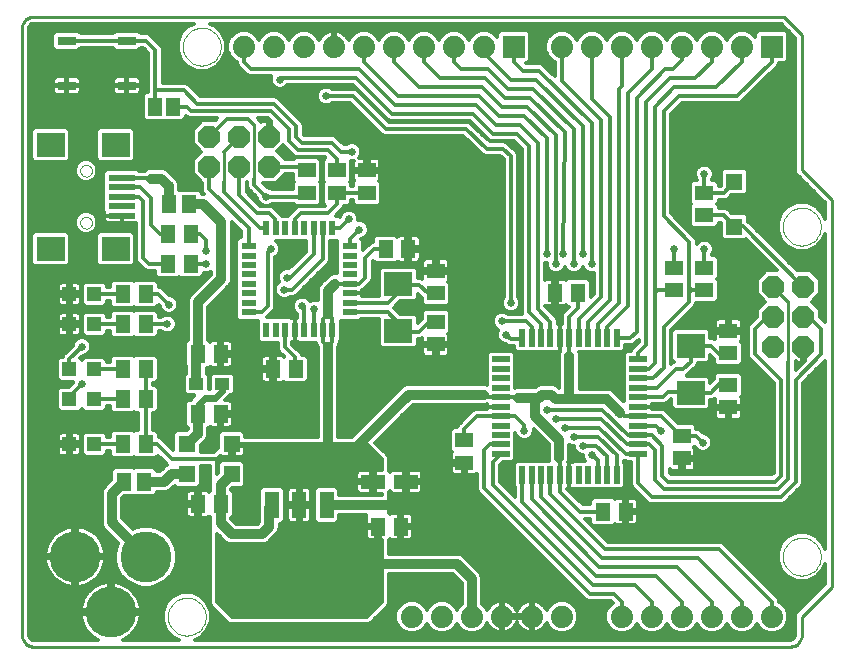
<source format=gtl>
G75*
G70*
%OFA0B0*%
%FSLAX24Y24*%
%IPPOS*%
%LPD*%
%AMOC8*
5,1,8,0,0,1.08239X$1,22.5*
%
%ADD10C,0.0000*%
%ADD11C,0.0100*%
%ADD12C,0.0740*%
%ADD13R,0.0740X0.0740*%
%ADD14OC8,0.0740*%
%ADD15R,0.0945X0.0787*%
%ADD16R,0.0909X0.0197*%
%ADD17R,0.0591X0.0197*%
%ADD18R,0.0197X0.0591*%
%ADD19R,0.0500X0.0220*%
%ADD20R,0.0220X0.0500*%
%ADD21R,0.0512X0.0591*%
%ADD22R,0.0472X0.0394*%
%ADD23R,0.0591X0.0512*%
%ADD24R,0.0472X0.0472*%
%ADD25R,0.0480X0.0880*%
%ADD26R,0.1417X0.0866*%
%ADD27C,0.1700*%
%ADD28R,0.0787X0.0472*%
%ADD29R,0.0551X0.0551*%
%ADD30R,0.0600X0.0300*%
%ADD31R,0.0460X0.0630*%
%ADD32C,0.0120*%
%ADD33C,0.0258*%
%ADD34C,0.0320*%
%ADD35C,0.0240*%
D10*
X007319Y001837D02*
X007321Y001887D01*
X007327Y001937D01*
X007337Y001986D01*
X007351Y002034D01*
X007368Y002081D01*
X007389Y002126D01*
X007414Y002170D01*
X007442Y002211D01*
X007474Y002250D01*
X007508Y002287D01*
X007545Y002321D01*
X007585Y002351D01*
X007627Y002378D01*
X007671Y002402D01*
X007717Y002423D01*
X007764Y002439D01*
X007812Y002452D01*
X007862Y002461D01*
X007911Y002466D01*
X007962Y002467D01*
X008012Y002464D01*
X008061Y002457D01*
X008110Y002446D01*
X008158Y002431D01*
X008204Y002413D01*
X008249Y002391D01*
X008292Y002365D01*
X008333Y002336D01*
X008372Y002304D01*
X008408Y002269D01*
X008440Y002231D01*
X008470Y002191D01*
X008497Y002148D01*
X008520Y002104D01*
X008539Y002058D01*
X008555Y002010D01*
X008567Y001961D01*
X008575Y001912D01*
X008579Y001862D01*
X008579Y001812D01*
X008575Y001762D01*
X008567Y001713D01*
X008555Y001664D01*
X008539Y001616D01*
X008520Y001570D01*
X008497Y001526D01*
X008470Y001483D01*
X008440Y001443D01*
X008408Y001405D01*
X008372Y001370D01*
X008333Y001338D01*
X008292Y001309D01*
X008249Y001283D01*
X008204Y001261D01*
X008158Y001243D01*
X008110Y001228D01*
X008061Y001217D01*
X008012Y001210D01*
X007962Y001207D01*
X007911Y001208D01*
X007862Y001213D01*
X007812Y001222D01*
X007764Y001235D01*
X007717Y001251D01*
X007671Y001272D01*
X007627Y001296D01*
X007585Y001323D01*
X007545Y001353D01*
X007508Y001387D01*
X007474Y001424D01*
X007442Y001463D01*
X007414Y001504D01*
X007389Y001548D01*
X007368Y001593D01*
X007351Y001640D01*
X007337Y001688D01*
X007327Y001737D01*
X007321Y001787D01*
X007319Y001837D01*
X004396Y014970D02*
X004398Y014997D01*
X004404Y015024D01*
X004413Y015050D01*
X004426Y015074D01*
X004442Y015097D01*
X004461Y015116D01*
X004483Y015133D01*
X004507Y015147D01*
X004532Y015157D01*
X004559Y015164D01*
X004586Y015167D01*
X004614Y015166D01*
X004641Y015161D01*
X004667Y015153D01*
X004691Y015141D01*
X004714Y015125D01*
X004735Y015107D01*
X004752Y015086D01*
X004767Y015062D01*
X004778Y015037D01*
X004786Y015011D01*
X004790Y014984D01*
X004790Y014956D01*
X004786Y014929D01*
X004778Y014903D01*
X004767Y014878D01*
X004752Y014854D01*
X004735Y014833D01*
X004714Y014815D01*
X004692Y014799D01*
X004667Y014787D01*
X004641Y014779D01*
X004614Y014774D01*
X004586Y014773D01*
X004559Y014776D01*
X004532Y014783D01*
X004507Y014793D01*
X004483Y014807D01*
X004461Y014824D01*
X004442Y014843D01*
X004426Y014866D01*
X004413Y014890D01*
X004404Y014916D01*
X004398Y014943D01*
X004396Y014970D01*
X004396Y016703D02*
X004398Y016730D01*
X004404Y016757D01*
X004413Y016783D01*
X004426Y016807D01*
X004442Y016830D01*
X004461Y016849D01*
X004483Y016866D01*
X004507Y016880D01*
X004532Y016890D01*
X004559Y016897D01*
X004586Y016900D01*
X004614Y016899D01*
X004641Y016894D01*
X004667Y016886D01*
X004691Y016874D01*
X004714Y016858D01*
X004735Y016840D01*
X004752Y016819D01*
X004767Y016795D01*
X004778Y016770D01*
X004786Y016744D01*
X004790Y016717D01*
X004790Y016689D01*
X004786Y016662D01*
X004778Y016636D01*
X004767Y016611D01*
X004752Y016587D01*
X004735Y016566D01*
X004714Y016548D01*
X004692Y016532D01*
X004667Y016520D01*
X004641Y016512D01*
X004614Y016507D01*
X004586Y016506D01*
X004559Y016509D01*
X004532Y016516D01*
X004507Y016526D01*
X004483Y016540D01*
X004461Y016557D01*
X004442Y016576D01*
X004426Y016599D01*
X004413Y016623D01*
X004404Y016649D01*
X004398Y016676D01*
X004396Y016703D01*
X007819Y020837D02*
X007821Y020887D01*
X007827Y020937D01*
X007837Y020986D01*
X007851Y021034D01*
X007868Y021081D01*
X007889Y021126D01*
X007914Y021170D01*
X007942Y021211D01*
X007974Y021250D01*
X008008Y021287D01*
X008045Y021321D01*
X008085Y021351D01*
X008127Y021378D01*
X008171Y021402D01*
X008217Y021423D01*
X008264Y021439D01*
X008312Y021452D01*
X008362Y021461D01*
X008411Y021466D01*
X008462Y021467D01*
X008512Y021464D01*
X008561Y021457D01*
X008610Y021446D01*
X008658Y021431D01*
X008704Y021413D01*
X008749Y021391D01*
X008792Y021365D01*
X008833Y021336D01*
X008872Y021304D01*
X008908Y021269D01*
X008940Y021231D01*
X008970Y021191D01*
X008997Y021148D01*
X009020Y021104D01*
X009039Y021058D01*
X009055Y021010D01*
X009067Y020961D01*
X009075Y020912D01*
X009079Y020862D01*
X009079Y020812D01*
X009075Y020762D01*
X009067Y020713D01*
X009055Y020664D01*
X009039Y020616D01*
X009020Y020570D01*
X008997Y020526D01*
X008970Y020483D01*
X008940Y020443D01*
X008908Y020405D01*
X008872Y020370D01*
X008833Y020338D01*
X008792Y020309D01*
X008749Y020283D01*
X008704Y020261D01*
X008658Y020243D01*
X008610Y020228D01*
X008561Y020217D01*
X008512Y020210D01*
X008462Y020207D01*
X008411Y020208D01*
X008362Y020213D01*
X008312Y020222D01*
X008264Y020235D01*
X008217Y020251D01*
X008171Y020272D01*
X008127Y020296D01*
X008085Y020323D01*
X008045Y020353D01*
X008008Y020387D01*
X007974Y020424D01*
X007942Y020463D01*
X007914Y020504D01*
X007889Y020548D01*
X007868Y020593D01*
X007851Y020640D01*
X007837Y020688D01*
X007827Y020737D01*
X007821Y020787D01*
X007819Y020837D01*
X027819Y014837D02*
X027821Y014887D01*
X027827Y014937D01*
X027837Y014986D01*
X027851Y015034D01*
X027868Y015081D01*
X027889Y015126D01*
X027914Y015170D01*
X027942Y015211D01*
X027974Y015250D01*
X028008Y015287D01*
X028045Y015321D01*
X028085Y015351D01*
X028127Y015378D01*
X028171Y015402D01*
X028217Y015423D01*
X028264Y015439D01*
X028312Y015452D01*
X028362Y015461D01*
X028411Y015466D01*
X028462Y015467D01*
X028512Y015464D01*
X028561Y015457D01*
X028610Y015446D01*
X028658Y015431D01*
X028704Y015413D01*
X028749Y015391D01*
X028792Y015365D01*
X028833Y015336D01*
X028872Y015304D01*
X028908Y015269D01*
X028940Y015231D01*
X028970Y015191D01*
X028997Y015148D01*
X029020Y015104D01*
X029039Y015058D01*
X029055Y015010D01*
X029067Y014961D01*
X029075Y014912D01*
X029079Y014862D01*
X029079Y014812D01*
X029075Y014762D01*
X029067Y014713D01*
X029055Y014664D01*
X029039Y014616D01*
X029020Y014570D01*
X028997Y014526D01*
X028970Y014483D01*
X028940Y014443D01*
X028908Y014405D01*
X028872Y014370D01*
X028833Y014338D01*
X028792Y014309D01*
X028749Y014283D01*
X028704Y014261D01*
X028658Y014243D01*
X028610Y014228D01*
X028561Y014217D01*
X028512Y014210D01*
X028462Y014207D01*
X028411Y014208D01*
X028362Y014213D01*
X028312Y014222D01*
X028264Y014235D01*
X028217Y014251D01*
X028171Y014272D01*
X028127Y014296D01*
X028085Y014323D01*
X028045Y014353D01*
X028008Y014387D01*
X027974Y014424D01*
X027942Y014463D01*
X027914Y014504D01*
X027889Y014548D01*
X027868Y014593D01*
X027851Y014640D01*
X027837Y014688D01*
X027827Y014737D01*
X027821Y014787D01*
X027819Y014837D01*
X027819Y003837D02*
X027821Y003887D01*
X027827Y003937D01*
X027837Y003986D01*
X027851Y004034D01*
X027868Y004081D01*
X027889Y004126D01*
X027914Y004170D01*
X027942Y004211D01*
X027974Y004250D01*
X028008Y004287D01*
X028045Y004321D01*
X028085Y004351D01*
X028127Y004378D01*
X028171Y004402D01*
X028217Y004423D01*
X028264Y004439D01*
X028312Y004452D01*
X028362Y004461D01*
X028411Y004466D01*
X028462Y004467D01*
X028512Y004464D01*
X028561Y004457D01*
X028610Y004446D01*
X028658Y004431D01*
X028704Y004413D01*
X028749Y004391D01*
X028792Y004365D01*
X028833Y004336D01*
X028872Y004304D01*
X028908Y004269D01*
X028940Y004231D01*
X028970Y004191D01*
X028997Y004148D01*
X029020Y004104D01*
X029039Y004058D01*
X029055Y004010D01*
X029067Y003961D01*
X029075Y003912D01*
X029079Y003862D01*
X029079Y003812D01*
X029075Y003762D01*
X029067Y003713D01*
X029055Y003664D01*
X029039Y003616D01*
X029020Y003570D01*
X028997Y003526D01*
X028970Y003483D01*
X028940Y003443D01*
X028908Y003405D01*
X028872Y003370D01*
X028833Y003338D01*
X028792Y003309D01*
X028749Y003283D01*
X028704Y003261D01*
X028658Y003243D01*
X028610Y003228D01*
X028561Y003217D01*
X028512Y003210D01*
X028462Y003207D01*
X028411Y003208D01*
X028362Y003213D01*
X028312Y003222D01*
X028264Y003235D01*
X028217Y003251D01*
X028171Y003272D01*
X028127Y003296D01*
X028085Y003323D01*
X028045Y003353D01*
X028008Y003387D01*
X027974Y003424D01*
X027942Y003463D01*
X027914Y003504D01*
X027889Y003548D01*
X027868Y003593D01*
X027851Y003640D01*
X027837Y003688D01*
X027827Y003737D01*
X027821Y003787D01*
X027819Y003837D01*
D11*
X002449Y001230D02*
X002449Y021443D01*
X002451Y021482D01*
X002457Y021520D01*
X002466Y021557D01*
X002479Y021594D01*
X002496Y021629D01*
X002515Y021662D01*
X002538Y021693D01*
X002564Y021722D01*
X002593Y021748D01*
X002624Y021771D01*
X002657Y021790D01*
X002692Y021807D01*
X002729Y021820D01*
X002766Y021829D01*
X002804Y021835D01*
X002843Y021837D01*
X027849Y021837D01*
X028449Y021237D01*
X028449Y016737D01*
X029449Y015737D01*
X029449Y002837D01*
X028449Y001837D01*
X028449Y001230D01*
X028447Y001191D01*
X028441Y001153D01*
X028432Y001116D01*
X028419Y001079D01*
X028402Y001044D01*
X028383Y001011D01*
X028360Y000980D01*
X028334Y000951D01*
X028305Y000925D01*
X028274Y000902D01*
X028241Y000883D01*
X028206Y000866D01*
X028169Y000853D01*
X028132Y000844D01*
X028094Y000838D01*
X028055Y000836D01*
X028055Y000837D02*
X002843Y000837D01*
X002843Y000836D02*
X002804Y000838D01*
X002766Y000844D01*
X002729Y000853D01*
X002692Y000866D01*
X002657Y000883D01*
X002624Y000902D01*
X002593Y000925D01*
X002564Y000951D01*
X002538Y000980D01*
X002515Y001011D01*
X002496Y001044D01*
X002479Y001079D01*
X002466Y001116D01*
X002457Y001153D01*
X002451Y001191D01*
X002449Y001230D01*
X009199Y016337D02*
X009199Y017337D01*
X010199Y016437D02*
X010199Y018237D01*
X027999Y012337D02*
X027999Y010337D01*
D12*
X027449Y001837D03*
X026449Y001837D03*
X025449Y001837D03*
X024449Y001837D03*
X023449Y001837D03*
X022449Y001837D03*
X020449Y001837D03*
X019449Y001837D03*
X018449Y001837D03*
X017449Y001837D03*
X016449Y001837D03*
X015449Y001837D03*
X015849Y020837D03*
X014849Y020837D03*
X013849Y020837D03*
X012849Y020837D03*
X011849Y020837D03*
X010849Y020837D03*
X009849Y020837D03*
X016849Y020837D03*
X017849Y020837D03*
X020449Y020837D03*
X021449Y020837D03*
X022449Y020837D03*
X023449Y020837D03*
X024449Y020837D03*
X025449Y020837D03*
X026449Y020837D03*
D13*
X027449Y020837D03*
X018849Y020837D03*
D14*
X010699Y017837D03*
X009699Y017837D03*
X008699Y017837D03*
X008699Y016837D03*
X009699Y016837D03*
X010699Y016837D03*
X027499Y012837D03*
X028499Y012837D03*
X028499Y011837D03*
X027499Y011837D03*
X027499Y010837D03*
X028499Y010837D03*
D15*
X024749Y010874D03*
X024749Y009299D03*
X014999Y011349D03*
X014999Y012924D03*
X005577Y014104D03*
X003412Y014104D03*
X003412Y017569D03*
X005577Y017569D03*
D16*
X005799Y016466D03*
X005799Y016151D03*
X005799Y015837D03*
X005799Y015522D03*
X005799Y015207D03*
D17*
X018416Y010411D03*
X018416Y010096D03*
X018416Y009781D03*
X018416Y009466D03*
X018416Y009151D03*
X018416Y008837D03*
X018416Y008522D03*
X018416Y008207D03*
X018416Y007892D03*
X018416Y007577D03*
X018416Y007262D03*
X022983Y007262D03*
X022983Y007577D03*
X022983Y007892D03*
X022983Y008207D03*
X022983Y008522D03*
X022983Y008837D03*
X022983Y009151D03*
X022983Y009466D03*
X022983Y009781D03*
X022983Y010096D03*
X022983Y010411D03*
D18*
X022274Y011120D03*
X021959Y011120D03*
X021644Y011120D03*
X021329Y011120D03*
X021014Y011120D03*
X020699Y011120D03*
X020384Y011120D03*
X020069Y011120D03*
X019754Y011120D03*
X019439Y011120D03*
X019124Y011120D03*
X019124Y006553D03*
X019439Y006553D03*
X019754Y006553D03*
X020069Y006553D03*
X020384Y006553D03*
X020699Y006553D03*
X021014Y006553D03*
X021329Y006553D03*
X021644Y006553D03*
X021959Y006553D03*
X022274Y006553D03*
D19*
X013389Y011984D03*
X013389Y012299D03*
X013389Y012614D03*
X013389Y012929D03*
X013389Y013244D03*
X013389Y013559D03*
X013389Y013874D03*
X013389Y014189D03*
X010009Y014189D03*
X010009Y013874D03*
X010009Y013559D03*
X010009Y013244D03*
X010009Y012929D03*
X010009Y012614D03*
X010009Y012299D03*
X010009Y011984D03*
D20*
X010597Y011397D03*
X010912Y011397D03*
X011227Y011397D03*
X011542Y011397D03*
X011857Y011397D03*
X012172Y011397D03*
X012487Y011397D03*
X012801Y011397D03*
X012801Y014777D03*
X012487Y014777D03*
X012172Y014777D03*
X011857Y014777D03*
X011542Y014777D03*
X011227Y014777D03*
X010912Y014777D03*
X010597Y014777D03*
D21*
X008073Y014587D03*
X007325Y014587D03*
X007325Y013587D03*
X008073Y013587D03*
X006573Y012587D03*
X005825Y012587D03*
X005825Y011587D03*
X006573Y011587D03*
X006573Y010087D03*
X005825Y010087D03*
X005825Y009087D03*
X006573Y009087D03*
X006573Y007587D03*
X005825Y007587D03*
X005864Y006337D03*
X006534Y006337D03*
X008325Y005587D03*
X009073Y005587D03*
X009073Y008587D03*
X008325Y008587D03*
X010825Y010087D03*
X011573Y010087D03*
X009073Y010587D03*
X008325Y010587D03*
X014575Y014087D03*
X015323Y014087D03*
X020225Y012637D03*
X020973Y012637D03*
X021825Y005337D03*
X022573Y005337D03*
X015073Y004837D03*
X014325Y004837D03*
X008034Y015587D03*
X007364Y015587D03*
D22*
X008266Y009587D03*
X009132Y009587D03*
D23*
X016249Y010913D03*
X016249Y011661D03*
X016249Y012613D03*
X016249Y013361D03*
X013949Y015963D03*
X013949Y016711D03*
X012949Y016711D03*
X012949Y015963D03*
X011949Y015963D03*
X011949Y016711D03*
X017199Y007711D03*
X017199Y006963D03*
X024449Y007113D03*
X024449Y007861D03*
X025999Y008813D03*
X025999Y009561D03*
X025999Y010613D03*
X025999Y011361D03*
X025199Y012713D03*
X025199Y013461D03*
X024199Y013461D03*
X024199Y012713D03*
X025199Y015213D03*
X025199Y015961D03*
D24*
X004863Y012587D03*
X004036Y012587D03*
X004036Y011587D03*
X004863Y011587D03*
X004863Y010087D03*
X004036Y010087D03*
X004036Y009087D03*
X004863Y009087D03*
X004863Y007587D03*
X004036Y007587D03*
D25*
X010789Y005557D03*
X011699Y005557D03*
X012609Y005557D03*
D26*
X011699Y003116D03*
D27*
X006593Y003837D03*
X005412Y001986D03*
X004231Y003837D03*
D28*
X014148Y006337D03*
X015250Y006337D03*
D29*
X009447Y006587D03*
X009447Y007587D03*
X007951Y007587D03*
X007951Y006587D03*
X026199Y014839D03*
X026199Y016335D03*
D30*
X005949Y019537D03*
X005949Y021037D03*
X003949Y021037D03*
X003949Y019537D03*
D31*
X006899Y018837D03*
X007499Y018837D03*
D32*
X007949Y018837D01*
X008099Y018687D01*
X010749Y018687D01*
X011349Y018087D01*
X011349Y017687D01*
X011649Y017387D01*
X012649Y017387D01*
X012949Y017087D01*
X012949Y016711D01*
X013424Y016721D02*
X013889Y016721D01*
X013889Y016770D02*
X013889Y016651D01*
X013494Y016651D01*
X013494Y016434D01*
X013505Y016393D01*
X013526Y016356D01*
X013532Y016351D01*
X013474Y016293D01*
X013474Y016202D01*
X013424Y016202D01*
X013424Y016293D01*
X013381Y016337D01*
X013424Y016380D01*
X013424Y017028D01*
X013505Y017028D01*
X013494Y016988D01*
X013494Y016770D01*
X013889Y016770D01*
X013889Y016771D02*
X013889Y017126D01*
X013676Y017126D01*
X013711Y017162D01*
X013758Y017275D01*
X013758Y017398D01*
X013711Y017511D01*
X013624Y017598D01*
X013511Y017645D01*
X013388Y017645D01*
X013274Y017598D01*
X013252Y017576D01*
X013199Y017576D01*
X012935Y017840D01*
X012847Y017876D01*
X012751Y017876D01*
X011899Y017876D01*
X011839Y017936D01*
X011839Y018234D01*
X011803Y018322D01*
X011735Y018390D01*
X010985Y019140D01*
X010897Y019176D01*
X010801Y019176D01*
X008399Y019176D01*
X007985Y019590D01*
X007897Y019626D01*
X007801Y019626D01*
X007139Y019626D01*
X007139Y020784D01*
X007103Y020872D01*
X007035Y020940D01*
X006735Y021240D01*
X006647Y021276D01*
X006551Y021276D01*
X006414Y021276D01*
X006324Y021366D01*
X005575Y021366D01*
X005485Y021276D01*
X004414Y021276D01*
X004324Y021366D01*
X003575Y021366D01*
X003469Y021261D01*
X003469Y020812D01*
X003575Y020707D01*
X004324Y020707D01*
X004414Y020797D01*
X005485Y020797D01*
X005575Y020707D01*
X006324Y020707D01*
X006414Y020797D01*
X006500Y020797D01*
X006659Y020637D01*
X006659Y019434D01*
X006659Y019339D01*
X006659Y019331D01*
X006595Y019331D01*
X006489Y019226D01*
X006489Y018447D01*
X006595Y018342D01*
X007204Y018342D01*
X007804Y018342D01*
X007909Y018447D01*
X007909Y018537D01*
X007963Y018483D01*
X008051Y018447D01*
X008970Y018447D01*
X008910Y018386D01*
X008471Y018386D01*
X008149Y018064D01*
X008149Y017609D01*
X008421Y017336D01*
X008149Y017064D01*
X008149Y016609D01*
X008459Y016299D01*
X008459Y016134D01*
X008459Y016039D01*
X008496Y015951D01*
X008520Y015926D01*
X008470Y015926D01*
X008470Y015956D01*
X008364Y016062D01*
X007703Y016062D01*
X007699Y016058D01*
X007695Y016062D01*
X007689Y016062D01*
X007689Y016254D01*
X007637Y016379D01*
X007542Y016475D01*
X007292Y016725D01*
X007167Y016776D01*
X007031Y016776D01*
X006681Y016776D01*
X006557Y016725D01*
X006538Y016706D01*
X006366Y016706D01*
X006328Y016745D01*
X005270Y016745D01*
X005165Y016639D01*
X005165Y016324D01*
X005165Y016009D01*
X005165Y015695D01*
X005165Y015349D01*
X005185Y015328D01*
X005185Y015326D01*
X005185Y015207D01*
X005799Y015207D01*
X005799Y015206D01*
X005799Y015206D01*
X005799Y014948D01*
X005324Y014948D01*
X005283Y014959D01*
X005247Y014980D01*
X005217Y015010D01*
X005196Y015046D01*
X005185Y015087D01*
X005185Y015206D01*
X005799Y015206D01*
X005799Y014948D01*
X006259Y014948D01*
X006259Y013834D01*
X006259Y013739D01*
X006296Y013651D01*
X006496Y013451D01*
X006563Y013383D01*
X006651Y013347D01*
X006889Y013347D01*
X006889Y013217D01*
X006995Y013111D01*
X007656Y013111D01*
X007699Y013155D01*
X007743Y013111D01*
X008404Y013111D01*
X008509Y013217D01*
X008509Y013290D01*
X008538Y013278D01*
X008661Y013278D01*
X008759Y013318D01*
X008759Y013227D01*
X008037Y012505D01*
X007985Y012380D01*
X007985Y012245D01*
X007985Y011052D01*
X007889Y010956D01*
X007889Y010217D01*
X007926Y010180D01*
X007926Y009934D01*
X007850Y009858D01*
X007850Y009315D01*
X007955Y009210D01*
X008198Y009210D01*
X008179Y009191D01*
X008095Y009106D01*
X008076Y009062D01*
X007995Y009062D01*
X007889Y008956D01*
X007889Y008217D01*
X007985Y008121D01*
X007985Y008087D01*
X007938Y008042D01*
X007601Y008042D01*
X007496Y007937D01*
X007496Y007379D01*
X007085Y007790D01*
X007009Y007821D01*
X007009Y007956D01*
X006904Y008062D01*
X006813Y008062D01*
X006813Y008611D01*
X006904Y008611D01*
X007009Y008717D01*
X007009Y009456D01*
X006904Y009562D01*
X006813Y009562D01*
X006813Y009611D01*
X006904Y009611D01*
X007009Y009717D01*
X007009Y010456D01*
X006904Y010562D01*
X006243Y010562D01*
X006199Y010518D01*
X006156Y010562D01*
X005495Y010562D01*
X005389Y010456D01*
X005389Y010326D01*
X005279Y010326D01*
X005279Y010397D01*
X005173Y010503D01*
X004552Y010503D01*
X004449Y010400D01*
X004401Y010449D01*
X004480Y010528D01*
X004511Y010528D01*
X004624Y010575D01*
X004711Y010662D01*
X004758Y010775D01*
X004758Y010898D01*
X004711Y011011D01*
X004624Y011098D01*
X004511Y011145D01*
X004388Y011145D01*
X004274Y011098D01*
X004187Y011011D01*
X004140Y010898D01*
X004140Y010867D01*
X003832Y010559D01*
X003809Y010503D01*
X003725Y010503D01*
X003620Y010397D01*
X003620Y009776D01*
X003725Y009670D01*
X004150Y009670D01*
X004140Y009648D01*
X004140Y009617D01*
X004026Y009503D01*
X003725Y009503D01*
X003620Y009397D01*
X003620Y008776D01*
X003725Y008670D01*
X004346Y008670D01*
X004449Y008773D01*
X004552Y008670D01*
X005173Y008670D01*
X005279Y008776D01*
X005279Y008847D01*
X005389Y008847D01*
X005389Y008717D01*
X005495Y008611D01*
X006156Y008611D01*
X006199Y008655D01*
X006243Y008611D01*
X006333Y008611D01*
X006333Y008062D01*
X006243Y008062D01*
X006199Y008018D01*
X006156Y008062D01*
X005495Y008062D01*
X005389Y007956D01*
X005389Y007826D01*
X005279Y007826D01*
X005279Y007897D01*
X005173Y008003D01*
X004552Y008003D01*
X004446Y007897D01*
X004446Y007276D01*
X004552Y007170D01*
X005173Y007170D01*
X005279Y007276D01*
X005279Y007347D01*
X005389Y007347D01*
X005389Y007217D01*
X005495Y007111D01*
X006156Y007111D01*
X006199Y007155D01*
X006243Y007111D01*
X006904Y007111D01*
X006994Y007202D01*
X007246Y006951D01*
X007302Y006894D01*
X007257Y006875D01*
X007058Y006676D01*
X006970Y006676D01*
X006970Y006706D01*
X006864Y006812D01*
X006203Y006812D01*
X006199Y006808D01*
X006195Y006812D01*
X005534Y006812D01*
X005429Y006706D01*
X005429Y006381D01*
X005257Y006209D01*
X005161Y006114D01*
X005109Y005989D01*
X005109Y005048D01*
X005109Y004913D01*
X005161Y004788D01*
X005663Y004286D01*
X005633Y004234D01*
X005563Y003972D01*
X005563Y003701D01*
X005633Y003439D01*
X005769Y003204D01*
X005960Y003012D01*
X006195Y002877D01*
X006457Y002807D01*
X006728Y002807D01*
X006990Y002877D01*
X007225Y003012D01*
X007417Y003204D01*
X007553Y003439D01*
X007623Y003701D01*
X007623Y003972D01*
X007553Y004234D01*
X007417Y004469D01*
X007225Y004661D01*
X006990Y004796D01*
X006728Y004866D01*
X006457Y004866D01*
X006195Y004796D01*
X006144Y004766D01*
X005789Y005121D01*
X005789Y005780D01*
X005870Y005861D01*
X006195Y005861D01*
X006199Y005865D01*
X006203Y005861D01*
X006864Y005861D01*
X006970Y005967D01*
X006970Y005997D01*
X007267Y005997D01*
X007392Y006048D01*
X007487Y006144D01*
X007538Y006194D01*
X007601Y006131D01*
X008301Y006131D01*
X008407Y006236D01*
X008407Y006847D01*
X008709Y006847D01*
X008709Y006028D01*
X008685Y006004D01*
X008679Y006010D01*
X008643Y006031D01*
X008602Y006042D01*
X008385Y006042D01*
X008385Y005647D01*
X008265Y005647D01*
X008265Y006042D01*
X008048Y006042D01*
X008007Y006031D01*
X007971Y006010D01*
X007941Y005980D01*
X007920Y005944D01*
X007909Y005903D01*
X007909Y005646D01*
X008265Y005646D01*
X008265Y005527D01*
X007909Y005527D01*
X007909Y005270D01*
X007920Y005229D01*
X007941Y005193D01*
X007971Y005163D01*
X008007Y005142D01*
X008048Y005131D01*
X008265Y005131D01*
X008265Y005526D01*
X008385Y005526D01*
X008385Y005131D01*
X008602Y005131D01*
X008643Y005142D01*
X008679Y005163D01*
X008685Y005169D01*
X008709Y005145D01*
X008709Y002289D01*
X008746Y002201D01*
X008813Y002133D01*
X009313Y001633D01*
X009401Y001597D01*
X009497Y001597D01*
X013997Y001597D01*
X014085Y001633D01*
X014153Y001701D01*
X014585Y002133D01*
X014653Y002201D01*
X014689Y002289D01*
X014689Y003247D01*
X016808Y003247D01*
X017109Y002946D01*
X017109Y002274D01*
X016983Y002148D01*
X016949Y002067D01*
X016915Y002148D01*
X016761Y002303D01*
X016559Y002386D01*
X016340Y002386D01*
X016138Y002303D01*
X015983Y002148D01*
X015949Y002067D01*
X015915Y002148D01*
X015761Y002303D01*
X015559Y002386D01*
X015340Y002386D01*
X015138Y002303D01*
X014983Y002148D01*
X014899Y001946D01*
X014899Y001727D01*
X014983Y001525D01*
X015138Y001370D01*
X015340Y001287D01*
X015559Y001287D01*
X015761Y001370D01*
X015915Y001525D01*
X015949Y001606D01*
X015983Y001525D01*
X016138Y001370D01*
X016340Y001287D01*
X016559Y001287D01*
X016761Y001370D01*
X016915Y001525D01*
X016949Y001606D01*
X016983Y001525D01*
X017138Y001370D01*
X017340Y001287D01*
X017559Y001287D01*
X017761Y001370D01*
X017915Y001525D01*
X017959Y001631D01*
X017996Y001559D01*
X018045Y001491D01*
X018104Y001432D01*
X018171Y001383D01*
X018246Y001345D01*
X018325Y001320D01*
X018407Y001307D01*
X018409Y001307D01*
X018409Y001796D01*
X018489Y001796D01*
X018489Y001307D01*
X018491Y001307D01*
X018573Y001320D01*
X018653Y001345D01*
X018727Y001383D01*
X018794Y001432D01*
X018853Y001491D01*
X018902Y001559D01*
X018940Y001633D01*
X018949Y001660D01*
X018958Y001633D01*
X018996Y001559D01*
X019045Y001491D01*
X019104Y001432D01*
X019171Y001383D01*
X019246Y001345D01*
X019325Y001320D01*
X019407Y001307D01*
X019409Y001307D01*
X019409Y001796D01*
X019489Y001796D01*
X019489Y001307D01*
X019491Y001307D01*
X019573Y001320D01*
X019653Y001345D01*
X019727Y001383D01*
X019794Y001432D01*
X019853Y001491D01*
X019902Y001559D01*
X019939Y001631D01*
X019983Y001525D01*
X020138Y001370D01*
X020340Y001287D01*
X020559Y001287D01*
X020761Y001370D01*
X020915Y001525D01*
X020999Y001727D01*
X020999Y001946D01*
X020915Y002148D01*
X020761Y002303D01*
X020559Y002386D01*
X020340Y002386D01*
X020138Y002303D01*
X019983Y002148D01*
X019939Y002042D01*
X019902Y002114D01*
X019853Y002182D01*
X019794Y002241D01*
X019727Y002290D01*
X019653Y002328D01*
X019573Y002353D01*
X019491Y002366D01*
X019489Y002366D01*
X019489Y001877D01*
X019409Y001877D01*
X019409Y002366D01*
X019407Y002366D01*
X019325Y002353D01*
X019246Y002328D01*
X019171Y002290D01*
X019104Y002241D01*
X019045Y002182D01*
X018996Y002114D01*
X018958Y002040D01*
X018949Y002013D01*
X018940Y002040D01*
X018902Y002114D01*
X018853Y002182D01*
X018794Y002241D01*
X018727Y002290D01*
X018653Y002328D01*
X018573Y002353D01*
X018491Y002366D01*
X018489Y002366D01*
X018489Y001877D01*
X018409Y001877D01*
X018409Y002366D01*
X018407Y002366D01*
X018325Y002353D01*
X018246Y002328D01*
X018171Y002290D01*
X018104Y002241D01*
X018045Y002182D01*
X017996Y002114D01*
X017959Y002042D01*
X017915Y002148D01*
X017789Y002274D01*
X017789Y003019D01*
X017789Y003154D01*
X017737Y003279D01*
X017237Y003779D01*
X017142Y003875D01*
X017017Y003926D01*
X014689Y003926D01*
X014689Y004395D01*
X014713Y004419D01*
X014719Y004413D01*
X014755Y004392D01*
X014796Y004381D01*
X015013Y004381D01*
X015013Y004776D01*
X015133Y004776D01*
X015133Y004381D01*
X015350Y004381D01*
X015391Y004392D01*
X015427Y004413D01*
X015457Y004443D01*
X015478Y004479D01*
X015489Y004520D01*
X015489Y004777D01*
X015133Y004777D01*
X015133Y004896D01*
X015489Y004896D01*
X015489Y005153D01*
X015478Y005194D01*
X015457Y005230D01*
X015427Y005260D01*
X015391Y005281D01*
X015350Y005292D01*
X015133Y005292D01*
X015133Y004897D01*
X015013Y004897D01*
X015013Y005292D01*
X014796Y005292D01*
X014755Y005281D01*
X014719Y005260D01*
X014713Y005254D01*
X014689Y005278D01*
X014689Y005993D01*
X014717Y006022D01*
X014729Y006002D01*
X014758Y005972D01*
X014795Y005951D01*
X014836Y005940D01*
X015192Y005940D01*
X015192Y006278D01*
X015308Y006278D01*
X015308Y005940D01*
X015665Y005940D01*
X015706Y005951D01*
X015742Y005972D01*
X015772Y006002D01*
X015793Y006039D01*
X015804Y006079D01*
X015804Y006278D01*
X015309Y006278D01*
X015309Y006395D01*
X015804Y006395D01*
X015804Y006594D01*
X015793Y006634D01*
X015772Y006671D01*
X015742Y006701D01*
X015706Y006722D01*
X015665Y006733D01*
X015308Y006733D01*
X015308Y006395D01*
X015192Y006395D01*
X015192Y006733D01*
X014836Y006733D01*
X014795Y006722D01*
X014758Y006701D01*
X014729Y006671D01*
X014717Y006651D01*
X014689Y006680D01*
X014689Y007134D01*
X014653Y007222D01*
X014585Y007290D01*
X014234Y007641D01*
X015490Y008897D01*
X017917Y008897D01*
X017953Y008911D01*
X017960Y008911D01*
X017960Y008837D01*
X018415Y008837D01*
X018415Y008836D01*
X017960Y008836D01*
X017960Y008762D01*
X017682Y008762D01*
X017586Y008762D01*
X017498Y008725D01*
X017063Y008290D01*
X016996Y008222D01*
X016964Y008146D01*
X016829Y008146D01*
X016724Y008041D01*
X016724Y007380D01*
X016782Y007322D01*
X016776Y007317D01*
X016755Y007280D01*
X016744Y007239D01*
X016744Y007022D01*
X017139Y007022D01*
X017139Y006903D01*
X016744Y006903D01*
X016744Y006686D01*
X016755Y006645D01*
X016776Y006608D01*
X016806Y006579D01*
X016842Y006558D01*
X016883Y006547D01*
X017139Y006547D01*
X017139Y006902D01*
X017259Y006902D01*
X017259Y006547D01*
X017515Y006547D01*
X017556Y006558D01*
X017593Y006579D01*
X017609Y006595D01*
X017609Y006184D01*
X017609Y006089D01*
X017646Y006001D01*
X021263Y002383D01*
X021351Y002347D01*
X021447Y002347D01*
X022100Y002347D01*
X022142Y002304D01*
X022138Y002303D01*
X021983Y002148D01*
X021899Y001946D01*
X021899Y001727D01*
X021983Y001525D01*
X022138Y001370D01*
X022340Y001287D01*
X022559Y001287D01*
X022761Y001370D01*
X022915Y001525D01*
X022949Y001606D01*
X022983Y001525D01*
X023138Y001370D01*
X023340Y001287D01*
X023559Y001287D01*
X023761Y001370D01*
X023915Y001525D01*
X023949Y001606D01*
X023983Y001525D01*
X024138Y001370D01*
X024340Y001287D01*
X024559Y001287D01*
X024761Y001370D01*
X024915Y001525D01*
X024949Y001606D01*
X024983Y001525D01*
X025138Y001370D01*
X025340Y001287D01*
X025559Y001287D01*
X025761Y001370D01*
X025915Y001525D01*
X025949Y001606D01*
X025983Y001525D01*
X026138Y001370D01*
X026340Y001287D01*
X026559Y001287D01*
X026761Y001370D01*
X026915Y001525D01*
X026949Y001606D01*
X026983Y001525D01*
X027138Y001370D01*
X027340Y001287D01*
X027559Y001287D01*
X027761Y001370D01*
X027915Y001525D01*
X027999Y001727D01*
X027999Y001946D01*
X027915Y002148D01*
X027761Y002303D01*
X027689Y002332D01*
X027689Y002384D01*
X027653Y002472D01*
X027585Y002540D01*
X025835Y004290D01*
X025747Y004326D01*
X025651Y004326D01*
X021999Y004326D01*
X021228Y005097D01*
X021389Y005097D01*
X021389Y004967D01*
X021495Y004861D01*
X022156Y004861D01*
X022213Y004919D01*
X022219Y004913D01*
X022255Y004892D01*
X022296Y004881D01*
X022513Y004881D01*
X022513Y005276D01*
X022633Y005276D01*
X022633Y004881D01*
X022850Y004881D01*
X022891Y004892D01*
X022927Y004913D01*
X022957Y004943D01*
X022978Y004979D01*
X022989Y005020D01*
X022989Y005277D01*
X022633Y005277D01*
X022633Y005396D01*
X022989Y005396D01*
X022989Y005653D01*
X022978Y005694D01*
X022957Y005730D01*
X022927Y005760D01*
X022891Y005781D01*
X022850Y005792D01*
X022633Y005792D01*
X022633Y005397D01*
X022513Y005397D01*
X022513Y005792D01*
X022296Y005792D01*
X022255Y005781D01*
X022219Y005760D01*
X022213Y005754D01*
X022156Y005812D01*
X021495Y005812D01*
X021389Y005706D01*
X021389Y005576D01*
X021149Y005576D01*
X020627Y006098D01*
X020699Y006098D01*
X020699Y006553D01*
X020699Y006553D01*
X020699Y006098D01*
X020819Y006098D01*
X020821Y006098D01*
X020841Y006078D01*
X021156Y006078D01*
X021471Y006078D01*
X021786Y006078D01*
X022101Y006078D01*
X022447Y006078D01*
X022552Y006183D01*
X022552Y006923D01*
X022514Y006961D01*
X022514Y007027D01*
X022526Y007022D01*
X022574Y007022D01*
X022613Y006983D01*
X022743Y006983D01*
X022743Y006351D01*
X022743Y006255D01*
X022779Y006167D01*
X023246Y005701D01*
X023313Y005633D01*
X023401Y005597D01*
X027701Y005597D01*
X027797Y005597D01*
X027885Y005633D01*
X028385Y006133D01*
X028453Y006201D01*
X028489Y006289D01*
X028489Y009637D01*
X029219Y010367D01*
X029219Y004094D01*
X029136Y004295D01*
X028908Y004523D01*
X028610Y004646D01*
X028288Y004646D01*
X027990Y004523D01*
X027763Y004295D01*
X027639Y003998D01*
X027639Y003675D01*
X027763Y003378D01*
X027990Y003150D01*
X028288Y003027D01*
X028610Y003027D01*
X028908Y003150D01*
X029136Y003378D01*
X029219Y003579D01*
X029219Y002932D01*
X028354Y002066D01*
X028219Y001932D01*
X028219Y001325D01*
X028219Y001230D01*
X028216Y001198D01*
X028192Y001139D01*
X028146Y001094D01*
X028087Y001070D01*
X028055Y001066D01*
X008206Y001066D01*
X008408Y001150D01*
X008636Y001378D01*
X008759Y001675D01*
X008759Y001998D01*
X008636Y002295D01*
X008408Y002523D01*
X008110Y002646D01*
X007788Y002646D01*
X007490Y002523D01*
X007263Y002295D01*
X007139Y001998D01*
X007139Y001675D01*
X007263Y001378D01*
X007490Y001150D01*
X007692Y001066D01*
X005830Y001066D01*
X005901Y001101D01*
X005997Y001161D01*
X006086Y001232D01*
X006166Y001312D01*
X006237Y001401D01*
X006297Y001497D01*
X006346Y001599D01*
X006384Y001706D01*
X006409Y001817D01*
X006421Y001926D01*
X005472Y001926D01*
X005472Y002046D01*
X006421Y002046D01*
X006409Y002156D01*
X006384Y002266D01*
X006346Y002373D01*
X006297Y002475D01*
X006237Y002571D01*
X006166Y002660D01*
X006086Y002740D01*
X005997Y002811D01*
X005901Y002871D01*
X005799Y002921D01*
X005692Y002958D01*
X005581Y002983D01*
X005472Y002996D01*
X005472Y002046D01*
X005352Y002046D01*
X005352Y002996D01*
X005242Y002983D01*
X005132Y002958D01*
X005025Y002921D01*
X004922Y002871D01*
X004826Y002811D01*
X004738Y002740D01*
X004657Y002660D01*
X004587Y002571D01*
X004526Y002475D01*
X004477Y002373D01*
X004440Y002266D01*
X004414Y002156D01*
X004402Y002046D01*
X005352Y002046D01*
X005352Y001926D01*
X004402Y001926D01*
X004414Y001817D01*
X004440Y001706D01*
X004477Y001599D01*
X004526Y001497D01*
X004587Y001401D01*
X004657Y001312D01*
X004738Y001232D01*
X004826Y001161D01*
X004922Y001101D01*
X004994Y001066D01*
X002938Y001066D01*
X002843Y001066D01*
X002811Y001070D01*
X002752Y001094D01*
X002707Y001139D01*
X002682Y001198D01*
X002679Y001230D01*
X002679Y021348D01*
X002679Y021443D01*
X002682Y021475D01*
X002707Y021534D01*
X002752Y021579D01*
X002811Y021603D01*
X002843Y021607D01*
X008192Y021607D01*
X007990Y021523D01*
X007763Y021295D01*
X007639Y020998D01*
X007639Y020675D01*
X007763Y020378D01*
X007990Y020150D01*
X008288Y020027D01*
X008610Y020027D01*
X008908Y020150D01*
X009136Y020378D01*
X009259Y020675D01*
X009259Y020998D01*
X009136Y021295D01*
X008908Y021523D01*
X008706Y021607D01*
X027754Y021607D01*
X028219Y021141D01*
X028219Y016641D01*
X028354Y016507D01*
X029219Y015641D01*
X029219Y015094D01*
X029136Y015295D01*
X028908Y015523D01*
X028610Y015646D01*
X028288Y015646D01*
X027990Y015523D01*
X027763Y015295D01*
X027639Y014998D01*
X027639Y014675D01*
X027763Y014378D01*
X027990Y014150D01*
X028288Y014027D01*
X028610Y014027D01*
X028908Y014150D01*
X029136Y014378D01*
X029219Y014579D01*
X029219Y011656D01*
X029049Y011826D01*
X029049Y012064D01*
X028777Y012337D01*
X029049Y012609D01*
X029049Y013064D01*
X028727Y013386D01*
X028289Y013386D01*
X026675Y015000D01*
X026671Y015008D01*
X026655Y015022D01*
X026655Y015189D01*
X026549Y015294D01*
X026098Y015294D01*
X026050Y015345D01*
X026048Y015348D01*
X026017Y015380D01*
X025986Y015412D01*
X025983Y015414D01*
X025981Y015416D01*
X025940Y015433D01*
X025899Y015451D01*
X025896Y015451D01*
X025893Y015452D01*
X025848Y015452D01*
X025804Y015454D01*
X025800Y015452D01*
X025674Y015452D01*
X025674Y015543D01*
X025631Y015587D01*
X025674Y015630D01*
X025674Y015721D01*
X025800Y015721D01*
X025804Y015719D01*
X025848Y015721D01*
X025893Y015721D01*
X025896Y015722D01*
X025899Y015722D01*
X025940Y015740D01*
X025981Y015757D01*
X025983Y015759D01*
X025986Y015761D01*
X026017Y015793D01*
X026048Y015825D01*
X026050Y015828D01*
X026098Y015879D01*
X026549Y015879D01*
X026655Y015984D01*
X026655Y016685D01*
X026549Y016790D01*
X025849Y016790D01*
X025744Y016685D01*
X025744Y016203D01*
X025742Y016201D01*
X025674Y016201D01*
X025674Y016291D01*
X025569Y016396D01*
X025446Y016396D01*
X025461Y016412D01*
X025508Y016525D01*
X025508Y016648D01*
X025461Y016761D01*
X025374Y016848D01*
X025261Y016895D01*
X025138Y016895D01*
X025024Y016848D01*
X024937Y016761D01*
X024890Y016648D01*
X024890Y016525D01*
X024937Y016412D01*
X024952Y016396D01*
X024829Y016396D01*
X024724Y016291D01*
X024724Y015630D01*
X024767Y015587D01*
X024724Y015543D01*
X024724Y014882D01*
X024829Y014777D01*
X025569Y014777D01*
X025674Y014882D01*
X025674Y014973D01*
X025742Y014973D01*
X025744Y014970D01*
X025744Y014488D01*
X025849Y014383D01*
X026549Y014383D01*
X026581Y014415D01*
X027610Y013386D01*
X027271Y013386D01*
X026949Y013064D01*
X026949Y012609D01*
X027221Y012337D01*
X026949Y012064D01*
X026949Y011826D01*
X026763Y011640D01*
X026696Y011572D01*
X026659Y011484D01*
X026659Y010634D01*
X026659Y010539D01*
X026696Y010451D01*
X027509Y009637D01*
X027509Y006636D01*
X027450Y006576D01*
X024099Y006576D01*
X024039Y006636D01*
X024039Y006745D01*
X024056Y006729D01*
X024092Y006708D01*
X024133Y006697D01*
X024389Y006697D01*
X024389Y007052D01*
X024509Y007052D01*
X024509Y006697D01*
X024765Y006697D01*
X024806Y006708D01*
X024843Y006729D01*
X024872Y006758D01*
X024893Y006795D01*
X024904Y006836D01*
X024904Y007053D01*
X024509Y007053D01*
X024509Y007172D01*
X024904Y007172D01*
X024904Y007389D01*
X024893Y007430D01*
X024872Y007467D01*
X024867Y007472D01*
X024878Y007484D01*
X024887Y007462D01*
X024974Y007375D01*
X025088Y007328D01*
X025211Y007328D01*
X025324Y007375D01*
X025411Y007462D01*
X025458Y007575D01*
X025458Y007698D01*
X025411Y007811D01*
X025324Y007898D01*
X025211Y007945D01*
X025180Y007945D01*
X025061Y008064D01*
X024973Y008101D01*
X024924Y008101D01*
X024924Y008191D01*
X024819Y008296D01*
X024329Y008296D01*
X023900Y008725D01*
X023812Y008762D01*
X023716Y008762D01*
X023438Y008762D01*
X023438Y008836D01*
X022983Y008836D01*
X022983Y008837D01*
X023438Y008837D01*
X023438Y008911D01*
X023766Y008911D01*
X023862Y008911D01*
X023950Y008948D01*
X024097Y009095D01*
X024097Y008831D01*
X024202Y008725D01*
X025296Y008725D01*
X025402Y008831D01*
X025402Y009059D01*
X025459Y009059D01*
X025545Y009095D01*
X025544Y009089D01*
X025544Y008872D01*
X025939Y008872D01*
X025939Y008753D01*
X025544Y008753D01*
X025544Y008536D01*
X025555Y008495D01*
X025576Y008458D01*
X025606Y008429D01*
X025642Y008408D01*
X025683Y008397D01*
X025939Y008397D01*
X025939Y008752D01*
X026059Y008752D01*
X026059Y008397D01*
X026315Y008397D01*
X026356Y008408D01*
X026393Y008429D01*
X026422Y008458D01*
X026443Y008495D01*
X026454Y008536D01*
X026454Y008753D01*
X026059Y008753D01*
X026059Y008872D01*
X026454Y008872D01*
X026454Y009089D01*
X026443Y009130D01*
X026422Y009167D01*
X026417Y009172D01*
X026474Y009230D01*
X026474Y009891D01*
X026369Y009996D01*
X025629Y009996D01*
X025524Y009891D01*
X025524Y009751D01*
X025496Y009722D01*
X025402Y009628D01*
X025402Y009767D01*
X025296Y009873D01*
X024610Y009873D01*
X024635Y009883D01*
X024885Y010133D01*
X024953Y010201D01*
X025604Y010201D01*
X025629Y010177D02*
X026369Y010177D01*
X026474Y010282D01*
X026474Y010943D01*
X026417Y011001D01*
X026422Y011006D01*
X026443Y011043D01*
X026454Y011084D01*
X026454Y011301D01*
X026059Y011301D01*
X026059Y011420D01*
X026454Y011420D01*
X026454Y011638D01*
X026443Y011678D01*
X026422Y011715D01*
X026393Y011744D01*
X026356Y011766D01*
X026315Y011776D01*
X026059Y011776D01*
X026059Y011421D01*
X025939Y011421D01*
X025939Y011776D01*
X025683Y011776D01*
X025642Y011766D01*
X025606Y011744D01*
X025576Y011715D01*
X025555Y011678D01*
X025544Y011638D01*
X025544Y011420D01*
X025939Y011420D01*
X025939Y011301D01*
X025544Y011301D01*
X025544Y011084D01*
X025545Y011078D01*
X025459Y011114D01*
X025402Y011114D01*
X025402Y011342D01*
X025296Y011448D01*
X024202Y011448D01*
X024097Y011342D01*
X024097Y010406D01*
X024183Y010319D01*
X024113Y010290D01*
X024089Y010266D01*
X024089Y011387D01*
X024903Y012201D01*
X024934Y012277D01*
X025569Y012277D01*
X025674Y012382D01*
X025674Y013043D01*
X025631Y013086D01*
X025674Y013130D01*
X025674Y013791D01*
X025569Y013896D01*
X025446Y013896D01*
X025461Y013912D01*
X025508Y014025D01*
X025508Y014148D01*
X025461Y014261D01*
X025374Y014348D01*
X025261Y014395D01*
X025138Y014395D01*
X025024Y014348D01*
X024939Y014263D01*
X024939Y014289D01*
X024939Y014384D01*
X024903Y014472D01*
X024089Y015286D01*
X024089Y018587D01*
X024449Y018947D01*
X026251Y018947D01*
X026347Y018947D01*
X026435Y018983D01*
X027585Y020133D01*
X027653Y020201D01*
X027688Y020287D01*
X027894Y020287D01*
X027999Y020392D01*
X027999Y021281D01*
X027894Y021386D01*
X027005Y021386D01*
X026899Y021281D01*
X026899Y021164D01*
X026761Y021303D01*
X026559Y021386D01*
X026340Y021386D01*
X026138Y021303D01*
X025983Y021148D01*
X025949Y021067D01*
X025915Y021148D01*
X025761Y021303D01*
X025559Y021386D01*
X025340Y021386D01*
X025138Y021303D01*
X024983Y021148D01*
X024949Y021067D01*
X024915Y021148D01*
X024761Y021303D01*
X024559Y021386D01*
X024340Y021386D01*
X024138Y021303D01*
X023983Y021148D01*
X023949Y021067D01*
X023915Y021148D01*
X023761Y021303D01*
X023559Y021386D01*
X023340Y021386D01*
X023138Y021303D01*
X022983Y021148D01*
X022949Y021067D01*
X022915Y021148D01*
X022761Y021303D01*
X022559Y021386D01*
X022340Y021386D01*
X022138Y021303D01*
X021983Y021148D01*
X021949Y021067D01*
X021915Y021148D01*
X021761Y021303D01*
X021559Y021386D01*
X021340Y021386D01*
X021138Y021303D01*
X020983Y021148D01*
X020949Y021067D01*
X020915Y021148D01*
X020761Y021303D01*
X020559Y021386D01*
X020340Y021386D01*
X020138Y021303D01*
X019983Y021148D01*
X019899Y020946D01*
X019899Y020727D01*
X019983Y020525D01*
X020138Y020370D01*
X020209Y020341D01*
X020209Y019866D01*
X019903Y020172D01*
X019835Y020240D01*
X019747Y020276D01*
X019249Y020276D01*
X019238Y020287D01*
X019294Y020287D01*
X019399Y020392D01*
X019399Y021281D01*
X019294Y021386D01*
X018405Y021386D01*
X018299Y021281D01*
X018299Y021164D01*
X018161Y021303D01*
X017959Y021386D01*
X017740Y021386D01*
X017538Y021303D01*
X017383Y021148D01*
X017349Y021067D01*
X017315Y021148D01*
X017161Y021303D01*
X016959Y021386D01*
X016740Y021386D01*
X016538Y021303D01*
X016383Y021148D01*
X016349Y021067D01*
X016315Y021148D01*
X016161Y021303D01*
X015959Y021386D01*
X015740Y021386D01*
X015538Y021303D01*
X015383Y021148D01*
X015349Y021067D01*
X015315Y021148D01*
X015161Y021303D01*
X014959Y021386D01*
X014740Y021386D01*
X014538Y021303D01*
X014383Y021148D01*
X014349Y021067D01*
X014315Y021148D01*
X014161Y021303D01*
X013959Y021386D01*
X013740Y021386D01*
X013538Y021303D01*
X013383Y021148D01*
X013339Y021042D01*
X013302Y021114D01*
X013253Y021182D01*
X013194Y021241D01*
X013127Y021290D01*
X013053Y021328D01*
X012973Y021353D01*
X012891Y021366D01*
X012889Y021366D01*
X012889Y020877D01*
X012809Y020877D01*
X012809Y021366D01*
X012807Y021366D01*
X012725Y021353D01*
X012646Y021328D01*
X012571Y021290D01*
X012504Y021241D01*
X012445Y021182D01*
X012396Y021114D01*
X012359Y021042D01*
X012315Y021148D01*
X012161Y021303D01*
X011959Y021386D01*
X011740Y021386D01*
X011538Y021303D01*
X011383Y021148D01*
X011349Y021067D01*
X011315Y021148D01*
X011161Y021303D01*
X010959Y021386D01*
X010740Y021386D01*
X010538Y021303D01*
X010383Y021148D01*
X010349Y021067D01*
X010315Y021148D01*
X010161Y021303D01*
X009959Y021386D01*
X009740Y021386D01*
X009538Y021303D01*
X009383Y021148D01*
X009299Y020946D01*
X009299Y020727D01*
X009383Y020525D01*
X009538Y020370D01*
X009609Y020341D01*
X009609Y020289D01*
X009646Y020201D01*
X009896Y019951D01*
X009963Y019883D01*
X010051Y019847D01*
X010760Y019847D01*
X010740Y019798D01*
X010740Y019675D01*
X010787Y019562D01*
X010874Y019475D01*
X010988Y019428D01*
X011111Y019428D01*
X011224Y019475D01*
X011296Y019547D01*
X013500Y019547D01*
X014596Y018451D01*
X014596Y018451D01*
X014663Y018383D01*
X014751Y018347D01*
X017400Y018347D01*
X018013Y017733D01*
X018101Y017697D01*
X018197Y017697D01*
X018850Y017697D01*
X019109Y017437D01*
X019109Y011939D01*
X019114Y011926D01*
X018646Y011926D01*
X018624Y011948D01*
X018511Y011995D01*
X018388Y011995D01*
X018274Y011948D01*
X018187Y011861D01*
X016724Y011861D01*
X016724Y011743D02*
X018140Y011743D01*
X018140Y011748D02*
X018140Y011625D01*
X018187Y011512D01*
X018274Y011425D01*
X018333Y011400D01*
X018290Y011298D01*
X018290Y011175D01*
X018337Y011062D01*
X018424Y010975D01*
X018538Y010928D01*
X018569Y010928D01*
X018613Y010883D01*
X018701Y010847D01*
X018797Y010847D01*
X018846Y010847D01*
X018846Y010750D01*
X018951Y010645D01*
X019297Y010645D01*
X019612Y010645D01*
X019927Y010645D01*
X020242Y010645D01*
X020263Y010665D01*
X020265Y010665D01*
X020384Y010665D01*
X020384Y011120D01*
X020384Y011575D01*
X020309Y011575D01*
X020309Y011619D01*
X020309Y011714D01*
X020273Y011802D01*
X019889Y012186D01*
X019889Y012203D01*
X019907Y012192D01*
X019948Y012181D01*
X020165Y012181D01*
X020165Y012576D01*
X020285Y012576D01*
X020285Y012181D01*
X020502Y012181D01*
X020543Y012192D01*
X020579Y012213D01*
X020585Y012219D01*
X020643Y012161D01*
X020684Y012161D01*
X020496Y011972D01*
X020459Y011884D01*
X020459Y011789D01*
X020459Y011575D01*
X020384Y011575D01*
X020384Y011120D01*
X020384Y011120D01*
X020384Y011120D01*
X020384Y010665D01*
X020359Y010604D01*
X020359Y009457D01*
X020292Y009525D01*
X020167Y009576D01*
X020031Y009576D01*
X019731Y009576D01*
X019607Y009525D01*
X019558Y009476D01*
X019481Y009476D01*
X018931Y009476D01*
X018891Y009460D01*
X018891Y009639D01*
X018891Y009954D01*
X018891Y010269D01*
X018891Y010584D01*
X018785Y010690D01*
X018046Y010690D01*
X017940Y010584D01*
X017940Y010269D01*
X017940Y009954D01*
X017940Y009639D01*
X017940Y009567D01*
X017917Y009576D01*
X015417Y009576D01*
X015281Y009576D01*
X015157Y009525D01*
X013458Y007826D01*
X012989Y007826D01*
X012989Y010837D01*
X013005Y010853D01*
X013041Y010941D01*
X013041Y011022D01*
X013091Y011072D01*
X013091Y011694D01*
X013714Y011694D01*
X013764Y011744D01*
X014347Y011744D01*
X014347Y010881D01*
X014452Y010775D01*
X015546Y010775D01*
X015652Y010881D01*
X015652Y011097D01*
X015747Y011097D01*
X015794Y011116D01*
X015794Y010972D01*
X016189Y010972D01*
X016189Y010853D01*
X015794Y010853D01*
X015794Y010636D01*
X015805Y010595D01*
X015826Y010558D01*
X015856Y010529D01*
X015892Y010508D01*
X015933Y010497D01*
X016189Y010497D01*
X016189Y010852D01*
X016309Y010852D01*
X016309Y010497D01*
X016565Y010497D01*
X016606Y010508D01*
X016643Y010529D01*
X016672Y010558D01*
X016693Y010595D01*
X016704Y010636D01*
X016704Y010853D01*
X016309Y010853D01*
X016309Y010972D01*
X016704Y010972D01*
X016704Y011189D01*
X016693Y011230D01*
X016672Y011267D01*
X016667Y011272D01*
X016724Y011330D01*
X016724Y011991D01*
X016619Y012096D01*
X015879Y012096D01*
X015774Y011991D01*
X015774Y011751D01*
X015652Y011628D01*
X015652Y011817D01*
X015546Y011923D01*
X015052Y011923D01*
X014839Y012136D01*
X015052Y012350D01*
X015546Y012350D01*
X015652Y012456D01*
X015652Y012595D01*
X015774Y012472D01*
X015774Y012282D01*
X015879Y012177D01*
X016619Y012177D01*
X016724Y012282D01*
X016724Y012943D01*
X016667Y013001D01*
X016672Y013006D01*
X016693Y013043D01*
X016704Y013084D01*
X016704Y013301D01*
X016309Y013301D01*
X016309Y013420D01*
X016704Y013420D01*
X016704Y013638D01*
X016693Y013678D01*
X016672Y013715D01*
X016643Y013744D01*
X016606Y013766D01*
X016565Y013776D01*
X016309Y013776D01*
X016309Y013421D01*
X016189Y013421D01*
X016189Y013776D01*
X015933Y013776D01*
X015892Y013766D01*
X015856Y013744D01*
X015826Y013715D01*
X015805Y013678D01*
X015794Y013638D01*
X015794Y013420D01*
X016189Y013420D01*
X016189Y013301D01*
X015794Y013301D01*
X015794Y013107D01*
X015747Y013126D01*
X015652Y013126D01*
X015652Y013392D01*
X015546Y013498D01*
X014452Y013498D01*
X014347Y013392D01*
X014347Y012539D01*
X013799Y012539D01*
X013799Y012614D01*
X013390Y012614D01*
X013390Y012614D01*
X013799Y012614D01*
X013799Y012714D01*
X013828Y012726D01*
X014035Y012933D01*
X014103Y013001D01*
X014139Y013089D01*
X014139Y013687D01*
X014154Y013702D01*
X014245Y013611D01*
X014906Y013611D01*
X014963Y013669D01*
X014969Y013663D01*
X015005Y013642D01*
X015046Y013631D01*
X015263Y013631D01*
X015263Y014026D01*
X015383Y014026D01*
X015383Y013631D01*
X015600Y013631D01*
X015641Y013642D01*
X015677Y013663D01*
X015707Y013693D01*
X015728Y013729D01*
X015739Y013770D01*
X015739Y014027D01*
X015383Y014027D01*
X015383Y014146D01*
X015739Y014146D01*
X015739Y014403D01*
X015728Y014444D01*
X015707Y014480D01*
X015677Y014510D01*
X015641Y014531D01*
X015600Y014542D01*
X015383Y014542D01*
X015383Y014147D01*
X015263Y014147D01*
X015263Y014542D01*
X015046Y014542D01*
X015005Y014531D01*
X014969Y014510D01*
X014963Y014504D01*
X014906Y014562D01*
X014245Y014562D01*
X014139Y014456D01*
X014139Y014321D01*
X014063Y014290D01*
X013996Y014222D01*
X013819Y014046D01*
X013819Y014373D01*
X013764Y014429D01*
X013874Y014475D01*
X013961Y014562D01*
X014008Y014675D01*
X014008Y014798D01*
X013961Y014911D01*
X013874Y014998D01*
X013761Y015045D01*
X013658Y015045D01*
X013658Y015148D01*
X013611Y015261D01*
X013524Y015348D01*
X013411Y015395D01*
X013288Y015395D01*
X013174Y015348D01*
X013087Y015261D01*
X013041Y015151D01*
X012986Y015206D01*
X012908Y015206D01*
X013085Y015383D01*
X013153Y015451D01*
X013184Y015527D01*
X013319Y015527D01*
X013424Y015632D01*
X013424Y015723D01*
X013474Y015723D01*
X013474Y015632D01*
X013579Y015527D01*
X014319Y015527D01*
X014424Y015632D01*
X014424Y016293D01*
X014367Y016351D01*
X014372Y016356D01*
X014393Y016393D01*
X014404Y016434D01*
X014404Y016651D01*
X014009Y016651D01*
X014009Y016770D01*
X014404Y016770D01*
X014404Y016988D01*
X014393Y017028D01*
X014372Y017065D01*
X014343Y017094D01*
X014306Y017116D01*
X014265Y017126D01*
X014009Y017126D01*
X014009Y016771D01*
X013889Y016771D01*
X013889Y016840D02*
X014009Y016840D01*
X014009Y016958D02*
X013889Y016958D01*
X013889Y017077D02*
X014009Y017077D01*
X013725Y017196D02*
X017909Y017196D01*
X017910Y017195D02*
X017954Y017197D01*
X018400Y017197D01*
X018509Y017087D01*
X018509Y012483D01*
X018487Y012461D01*
X018440Y012348D01*
X018440Y012225D01*
X018487Y012112D01*
X018574Y012025D01*
X018688Y011978D01*
X018811Y011978D01*
X018924Y012025D01*
X019011Y012112D01*
X019058Y012225D01*
X019058Y012348D01*
X019011Y012461D01*
X018989Y012483D01*
X018989Y017234D01*
X018953Y017322D01*
X018885Y017390D01*
X018635Y017640D01*
X018547Y017676D01*
X018451Y017676D01*
X018043Y017676D01*
X017416Y018259D01*
X017385Y018290D01*
X017381Y018292D01*
X017377Y018295D01*
X017337Y018310D01*
X017297Y018326D01*
X017292Y018326D01*
X017288Y018328D01*
X017244Y018326D01*
X014699Y018326D01*
X013635Y019390D01*
X013547Y019426D01*
X013451Y019426D01*
X012796Y019426D01*
X012774Y019448D01*
X012661Y019495D01*
X012538Y019495D01*
X012424Y019448D01*
X012337Y019361D01*
X012290Y019248D01*
X012290Y019125D01*
X012337Y019012D01*
X012424Y018925D01*
X012538Y018878D01*
X012661Y018878D01*
X012774Y018925D01*
X012796Y018947D01*
X013400Y018947D01*
X014396Y017951D01*
X014463Y017883D01*
X014551Y017847D01*
X017155Y017847D01*
X017782Y017264D01*
X017813Y017233D01*
X017817Y017231D01*
X017821Y017228D01*
X017861Y017213D01*
X017901Y017197D01*
X017906Y017197D01*
X017910Y017195D01*
X017926Y017196D02*
X018401Y017196D01*
X018509Y017077D02*
X014360Y017077D01*
X014404Y016958D02*
X018509Y016958D01*
X018509Y016840D02*
X014404Y016840D01*
X014404Y016603D02*
X018509Y016603D01*
X018509Y016721D02*
X014009Y016721D01*
X014378Y016366D02*
X018509Y016366D01*
X018509Y016484D02*
X014404Y016484D01*
X014424Y016247D02*
X018509Y016247D01*
X018509Y016129D02*
X014424Y016129D01*
X014424Y016010D02*
X018509Y016010D01*
X018509Y015892D02*
X014424Y015892D01*
X014424Y015773D02*
X018509Y015773D01*
X018509Y015654D02*
X014424Y015654D01*
X014328Y015536D02*
X018509Y015536D01*
X018509Y015417D02*
X013119Y015417D01*
X013125Y015299D02*
X013001Y015299D01*
X013012Y015180D02*
X013054Y015180D01*
X013349Y015087D02*
X013039Y014777D01*
X012801Y014777D01*
X012487Y014777D02*
X012487Y013774D01*
X011449Y012737D01*
X011199Y012737D01*
X011075Y012454D02*
X010889Y012454D01*
X010937Y012562D02*
X011024Y012475D01*
X011138Y012428D01*
X011261Y012428D01*
X011374Y012475D01*
X011396Y012497D01*
X011497Y012497D01*
X011585Y012533D01*
X011653Y012601D01*
X012690Y013638D01*
X012726Y013726D01*
X012726Y013822D01*
X012726Y014347D01*
X012959Y014347D01*
X012959Y014004D01*
X012959Y013689D01*
X012959Y013374D01*
X012959Y013276D01*
X012831Y013276D01*
X012707Y013225D01*
X012457Y012975D01*
X012361Y012879D01*
X012309Y012754D01*
X012309Y012375D01*
X012261Y012395D01*
X012138Y012395D01*
X012059Y012363D01*
X011974Y012448D01*
X011861Y012495D01*
X011738Y012495D01*
X011624Y012448D01*
X011537Y012361D01*
X011490Y012248D01*
X011490Y012125D01*
X011537Y012012D01*
X011617Y011932D01*
X011617Y011806D01*
X011542Y011806D01*
X011542Y011397D01*
X011541Y011397D01*
X011541Y011806D01*
X011431Y011806D01*
X011411Y011826D01*
X011042Y011826D01*
X010727Y011826D01*
X010628Y011826D01*
X010785Y011983D01*
X010853Y012051D01*
X010889Y012139D01*
X010889Y013810D01*
X010924Y013825D01*
X011011Y013912D01*
X011058Y014025D01*
X011058Y014148D01*
X011011Y014261D01*
X010926Y014347D01*
X011096Y014347D01*
X011411Y014347D01*
X011726Y014347D01*
X011932Y014347D01*
X011932Y014008D01*
X011366Y013443D01*
X011361Y013445D01*
X011238Y013445D01*
X011124Y013398D01*
X011037Y013311D01*
X010990Y013198D01*
X010990Y013075D01*
X011023Y012997D01*
X010937Y012911D01*
X010890Y012798D01*
X010890Y012675D01*
X010937Y012562D01*
X010933Y012572D02*
X010889Y012572D01*
X010889Y012691D02*
X010890Y012691D01*
X010889Y012809D02*
X010895Y012809D01*
X010889Y012928D02*
X010954Y012928D01*
X011002Y013046D02*
X010889Y013046D01*
X010889Y013165D02*
X010990Y013165D01*
X011026Y013284D02*
X010889Y013284D01*
X010889Y013402D02*
X011133Y013402D01*
X010889Y013521D02*
X011444Y013521D01*
X011562Y013639D02*
X010889Y013639D01*
X010889Y013758D02*
X011681Y013758D01*
X011799Y013876D02*
X010976Y013876D01*
X011045Y013995D02*
X011918Y013995D01*
X011932Y014113D02*
X011058Y014113D01*
X011023Y014232D02*
X011932Y014232D01*
X012172Y013909D02*
X011399Y013137D01*
X011299Y013137D01*
X011743Y012691D02*
X012309Y012691D01*
X012309Y012572D02*
X011624Y012572D01*
X011653Y012601D02*
X011653Y012601D01*
X011637Y012454D02*
X011324Y012454D01*
X011526Y012335D02*
X010889Y012335D01*
X010889Y012217D02*
X011490Y012217D01*
X011501Y012098D02*
X010872Y012098D01*
X010785Y011983D02*
X010785Y011983D01*
X010782Y011980D02*
X011569Y011980D01*
X011617Y011861D02*
X010663Y011861D01*
X010447Y011984D02*
X010649Y012187D01*
X010649Y013987D01*
X010749Y014087D01*
X010597Y014777D02*
X010587Y014787D01*
X010399Y014787D01*
X009199Y015987D01*
X009199Y016337D01*
X008699Y016087D02*
X008699Y016837D01*
X008149Y016840D02*
X004944Y016840D01*
X004970Y016778D02*
X004912Y016916D01*
X004806Y017022D01*
X004668Y017079D01*
X004518Y017079D01*
X004379Y017022D01*
X004273Y016916D01*
X004216Y016778D01*
X004216Y016628D01*
X004273Y016489D01*
X004379Y016383D01*
X004518Y016326D01*
X004668Y016326D01*
X004806Y016383D01*
X004912Y016489D01*
X004970Y016628D01*
X004970Y016778D01*
X004970Y016721D02*
X005247Y016721D01*
X005165Y016603D02*
X004959Y016603D01*
X004907Y016484D02*
X005165Y016484D01*
X005165Y016366D02*
X004764Y016366D01*
X004422Y016366D02*
X002679Y016366D01*
X002679Y016484D02*
X004278Y016484D01*
X004226Y016603D02*
X002679Y016603D01*
X002679Y016721D02*
X004216Y016721D01*
X004242Y016840D02*
X002679Y016840D01*
X002679Y016958D02*
X004316Y016958D01*
X004512Y017077D02*
X004041Y017077D01*
X004064Y017101D02*
X004064Y018037D01*
X003959Y018142D01*
X002865Y018142D01*
X002759Y018037D01*
X002759Y017101D01*
X002865Y016995D01*
X003959Y016995D01*
X004064Y017101D01*
X004064Y017196D02*
X004925Y017196D01*
X004925Y017101D02*
X005030Y016995D01*
X006124Y016995D01*
X006229Y017101D01*
X006229Y018037D01*
X006124Y018142D01*
X005030Y018142D01*
X004925Y018037D01*
X004925Y017101D01*
X004948Y017077D02*
X004674Y017077D01*
X004870Y016958D02*
X008149Y016958D01*
X008162Y017077D02*
X006206Y017077D01*
X006229Y017196D02*
X008280Y017196D01*
X008399Y017314D02*
X006229Y017314D01*
X006229Y017433D02*
X008325Y017433D01*
X008207Y017551D02*
X006229Y017551D01*
X006229Y017670D02*
X008149Y017670D01*
X008149Y017788D02*
X006229Y017788D01*
X006229Y017907D02*
X008149Y017907D01*
X008149Y018025D02*
X006229Y018025D01*
X006555Y018381D02*
X002679Y018381D01*
X002679Y018499D02*
X006489Y018499D01*
X006489Y018618D02*
X002679Y018618D01*
X002679Y018737D02*
X006489Y018737D01*
X006489Y018855D02*
X002679Y018855D01*
X002679Y018974D02*
X006489Y018974D01*
X006489Y019092D02*
X002679Y019092D01*
X002679Y019211D02*
X006489Y019211D01*
X006377Y019288D02*
X006398Y019325D01*
X006409Y019365D01*
X006409Y019521D01*
X005964Y019521D01*
X005964Y019227D01*
X006270Y019227D01*
X006311Y019237D01*
X006347Y019259D01*
X006377Y019288D01*
X006399Y019329D02*
X006592Y019329D01*
X006659Y019448D02*
X006409Y019448D01*
X006409Y019552D02*
X005964Y019552D01*
X005934Y019552D01*
X005934Y019846D01*
X005628Y019846D01*
X005587Y019836D01*
X005551Y019815D01*
X005521Y019785D01*
X005500Y019748D01*
X005489Y019708D01*
X005489Y019552D01*
X005934Y019552D01*
X005934Y019521D01*
X005964Y019521D01*
X005964Y019552D01*
X005964Y019846D01*
X006270Y019846D01*
X006311Y019836D01*
X006347Y019815D01*
X006377Y019785D01*
X006398Y019748D01*
X006409Y019708D01*
X006409Y019552D01*
X006409Y019566D02*
X006659Y019566D01*
X006659Y019685D02*
X006409Y019685D01*
X006358Y019803D02*
X006659Y019803D01*
X006659Y019922D02*
X002679Y019922D01*
X002679Y019803D02*
X003540Y019803D01*
X003551Y019815D02*
X003521Y019785D01*
X003500Y019748D01*
X003489Y019708D01*
X003489Y019552D01*
X003934Y019552D01*
X003934Y019846D01*
X003628Y019846D01*
X003587Y019836D01*
X003551Y019815D01*
X003489Y019685D02*
X002679Y019685D01*
X002679Y019566D02*
X003489Y019566D01*
X003489Y019521D02*
X003489Y019365D01*
X003500Y019325D01*
X003521Y019288D01*
X003551Y019259D01*
X003587Y019237D01*
X003628Y019227D01*
X003934Y019227D01*
X003934Y019521D01*
X003964Y019521D01*
X003964Y019227D01*
X004270Y019227D01*
X004311Y019237D01*
X004347Y019259D01*
X004377Y019288D01*
X004398Y019325D01*
X004409Y019365D01*
X004409Y019521D01*
X003964Y019521D01*
X003964Y019552D01*
X003934Y019552D01*
X003934Y019521D01*
X003489Y019521D01*
X003489Y019448D02*
X002679Y019448D01*
X002679Y019329D02*
X003499Y019329D01*
X003934Y019329D02*
X003964Y019329D01*
X003964Y019448D02*
X003934Y019448D01*
X003964Y019552D02*
X004409Y019552D01*
X004409Y019708D01*
X004398Y019748D01*
X004377Y019785D01*
X004347Y019815D01*
X004311Y019836D01*
X004270Y019846D01*
X003964Y019846D01*
X003964Y019552D01*
X003964Y019566D02*
X003934Y019566D01*
X003934Y019685D02*
X003964Y019685D01*
X003964Y019803D02*
X003934Y019803D01*
X004358Y019803D02*
X005540Y019803D01*
X005489Y019685D02*
X004409Y019685D01*
X004409Y019566D02*
X005489Y019566D01*
X005489Y019521D02*
X005489Y019365D01*
X005500Y019325D01*
X005521Y019288D01*
X005551Y019259D01*
X005587Y019237D01*
X005628Y019227D01*
X005934Y019227D01*
X005934Y019521D01*
X005489Y019521D01*
X005489Y019448D02*
X004409Y019448D01*
X004399Y019329D02*
X005499Y019329D01*
X005934Y019329D02*
X005964Y019329D01*
X005964Y019448D02*
X005934Y019448D01*
X005934Y019566D02*
X005964Y019566D01*
X005964Y019685D02*
X005934Y019685D01*
X005934Y019803D02*
X005964Y019803D01*
X006659Y020041D02*
X002679Y020041D01*
X002679Y020159D02*
X006659Y020159D01*
X006659Y020278D02*
X002679Y020278D01*
X002679Y020396D02*
X006659Y020396D01*
X006659Y020515D02*
X002679Y020515D01*
X002679Y020633D02*
X006659Y020633D01*
X006544Y020752D02*
X006369Y020752D01*
X006599Y021037D02*
X005949Y021037D01*
X003949Y021037D01*
X003469Y020989D02*
X002679Y020989D01*
X002679Y021107D02*
X003469Y021107D01*
X003469Y021226D02*
X002679Y021226D01*
X002679Y021345D02*
X003553Y021345D01*
X003469Y020870D02*
X002679Y020870D01*
X002679Y020752D02*
X003529Y020752D01*
X004369Y020752D02*
X005529Y020752D01*
X005553Y021345D02*
X004346Y021345D01*
X002758Y021582D02*
X008132Y021582D01*
X007930Y021463D02*
X002681Y021463D01*
X006346Y021345D02*
X007812Y021345D01*
X007734Y021226D02*
X006749Y021226D01*
X006868Y021107D02*
X007685Y021107D01*
X007639Y020989D02*
X006986Y020989D01*
X007103Y020870D02*
X007639Y020870D01*
X007639Y020752D02*
X007139Y020752D01*
X007139Y020633D02*
X007657Y020633D01*
X007706Y020515D02*
X007139Y020515D01*
X007139Y020396D02*
X007755Y020396D01*
X007863Y020278D02*
X007139Y020278D01*
X007139Y020159D02*
X007981Y020159D01*
X008254Y020041D02*
X007139Y020041D01*
X007139Y019922D02*
X009924Y019922D01*
X009806Y020041D02*
X008644Y020041D01*
X008917Y020159D02*
X009687Y020159D01*
X009614Y020278D02*
X009036Y020278D01*
X009143Y020396D02*
X009512Y020396D01*
X009393Y020515D02*
X009192Y020515D01*
X009242Y020633D02*
X009338Y020633D01*
X009299Y020752D02*
X009259Y020752D01*
X009259Y020870D02*
X009299Y020870D01*
X009317Y020989D02*
X009259Y020989D01*
X009214Y021107D02*
X009366Y021107D01*
X009461Y021226D02*
X009164Y021226D01*
X009086Y021345D02*
X009638Y021345D01*
X010060Y021345D02*
X010638Y021345D01*
X010461Y021226D02*
X010237Y021226D01*
X010332Y021107D02*
X010366Y021107D01*
X009849Y020837D02*
X009849Y020337D01*
X010099Y020087D01*
X013699Y020087D01*
X014899Y018887D01*
X017599Y018887D01*
X018249Y018237D01*
X019049Y018237D01*
X019649Y017637D01*
X019649Y012087D01*
X020069Y011666D01*
X020069Y011120D01*
X019754Y011120D02*
X019754Y011581D01*
X019349Y011987D01*
X019349Y017537D01*
X018949Y017937D01*
X018149Y017937D01*
X017499Y018587D01*
X014799Y018587D01*
X013599Y019787D01*
X011099Y019787D01*
X011049Y019737D01*
X010740Y019685D02*
X007139Y019685D01*
X007139Y019803D02*
X010743Y019803D01*
X010785Y019566D02*
X008009Y019566D01*
X008127Y019448D02*
X010939Y019448D01*
X011159Y019448D02*
X012424Y019448D01*
X012324Y019329D02*
X008246Y019329D01*
X008364Y019211D02*
X012290Y019211D01*
X012304Y019092D02*
X011033Y019092D01*
X011151Y018974D02*
X012375Y018974D01*
X012599Y019187D02*
X013499Y019187D01*
X014599Y018087D01*
X017249Y018087D01*
X017949Y017437D01*
X018499Y017437D01*
X018749Y017187D01*
X018749Y012287D01*
X018501Y012098D02*
X014877Y012098D01*
X014919Y012217D02*
X015839Y012217D01*
X015774Y012335D02*
X015037Y012335D01*
X014949Y012587D02*
X014949Y012874D01*
X014999Y012924D01*
X015037Y012887D01*
X015699Y012887D01*
X015973Y012613D01*
X016249Y012613D01*
X016724Y012572D02*
X018509Y012572D01*
X018509Y012691D02*
X016724Y012691D01*
X016724Y012809D02*
X018509Y012809D01*
X018509Y012928D02*
X016724Y012928D01*
X016694Y013046D02*
X018509Y013046D01*
X018509Y013165D02*
X016704Y013165D01*
X016704Y013284D02*
X018509Y013284D01*
X018509Y013402D02*
X016309Y013402D01*
X016309Y013521D02*
X016189Y013521D01*
X016189Y013639D02*
X016309Y013639D01*
X016309Y013758D02*
X016189Y013758D01*
X015879Y013758D02*
X015736Y013758D01*
X015739Y013876D02*
X018509Y013876D01*
X018509Y013758D02*
X016620Y013758D01*
X016704Y013639D02*
X018509Y013639D01*
X018509Y013521D02*
X016704Y013521D01*
X016189Y013402D02*
X015642Y013402D01*
X015652Y013284D02*
X015794Y013284D01*
X015794Y013165D02*
X015652Y013165D01*
X015794Y013521D02*
X014139Y013521D01*
X014139Y013639D02*
X014217Y013639D01*
X014139Y013402D02*
X014357Y013402D01*
X014347Y013284D02*
X014139Y013284D01*
X014139Y013165D02*
X014347Y013165D01*
X014347Y013046D02*
X014122Y013046D01*
X014030Y012928D02*
X014347Y012928D01*
X014347Y012809D02*
X013911Y012809D01*
X013799Y012691D02*
X014347Y012691D01*
X014347Y012572D02*
X013799Y012572D01*
X013692Y012929D02*
X013389Y012929D01*
X012907Y012929D01*
X012899Y012937D01*
X012647Y013165D02*
X012217Y013165D01*
X012098Y013046D02*
X012528Y013046D01*
X012410Y012928D02*
X011980Y012928D01*
X011861Y012809D02*
X012332Y012809D01*
X012309Y012454D02*
X011961Y012454D01*
X011799Y012187D02*
X011857Y012129D01*
X011857Y011397D01*
X012172Y011397D02*
X012199Y011424D01*
X012199Y012087D01*
X012487Y011774D02*
X012649Y011937D01*
X012801Y011784D01*
X012801Y011397D01*
X012801Y010989D01*
X012649Y010837D01*
X012487Y010999D01*
X012487Y011397D01*
X012487Y011774D01*
X013091Y011624D02*
X014347Y011624D01*
X014347Y011743D02*
X013762Y011743D01*
X013389Y011984D02*
X014651Y011984D01*
X014999Y011637D01*
X014999Y011349D01*
X015012Y011337D01*
X015699Y011337D01*
X016023Y011661D01*
X016249Y011661D01*
X016724Y011624D02*
X018141Y011624D01*
X018140Y011748D02*
X018187Y011861D01*
X018350Y011980D02*
X016724Y011980D01*
X016659Y012217D02*
X018444Y012217D01*
X018440Y012335D02*
X016724Y012335D01*
X016724Y012454D02*
X018484Y012454D01*
X018989Y012572D02*
X019109Y012572D01*
X019109Y012454D02*
X019014Y012454D01*
X019058Y012335D02*
X019109Y012335D01*
X019109Y012217D02*
X019054Y012217D01*
X018998Y012098D02*
X019109Y012098D01*
X019109Y011980D02*
X018815Y011980D01*
X018683Y011980D02*
X018549Y011980D01*
X018449Y011687D02*
X019249Y011687D01*
X019439Y011496D01*
X019439Y011120D01*
X019124Y011120D02*
X019091Y011087D01*
X018749Y011087D01*
X018599Y011237D01*
X018368Y011031D02*
X016704Y011031D01*
X016704Y011150D02*
X018301Y011150D01*
X018290Y011268D02*
X016671Y011268D01*
X016724Y011387D02*
X018327Y011387D01*
X018193Y011505D02*
X016724Y011505D01*
X016704Y010794D02*
X018846Y010794D01*
X018800Y010676D02*
X018920Y010676D01*
X018891Y010557D02*
X020359Y010557D01*
X020359Y010439D02*
X018891Y010439D01*
X018891Y010320D02*
X020359Y010320D01*
X020359Y010201D02*
X018891Y010201D01*
X018891Y010083D02*
X020359Y010083D01*
X020359Y009964D02*
X018891Y009964D01*
X018891Y009846D02*
X020359Y009846D01*
X020359Y009727D02*
X018891Y009727D01*
X018891Y009609D02*
X020359Y009609D01*
X020359Y009490D02*
X020326Y009490D01*
X021039Y009490D02*
X022507Y009490D01*
X022507Y009372D02*
X022145Y009372D01*
X022142Y009375D02*
X022017Y009426D01*
X021039Y009426D01*
X021039Y010604D01*
X021022Y010645D01*
X021187Y010645D01*
X021502Y010645D01*
X021817Y010645D01*
X022132Y010645D01*
X022447Y010645D01*
X022552Y010750D01*
X022552Y010880D01*
X022685Y010880D01*
X022780Y010880D01*
X022869Y010917D01*
X023009Y011057D01*
X023009Y010986D01*
X022779Y010756D01*
X022752Y010690D01*
X022613Y010690D01*
X022507Y010584D01*
X022507Y010238D01*
X022507Y009923D01*
X022507Y009608D01*
X022507Y009293D01*
X022507Y009009D01*
X022237Y009279D01*
X022142Y009375D01*
X022237Y009279D02*
X022237Y009279D01*
X022263Y009253D02*
X022507Y009253D01*
X022507Y009135D02*
X022382Y009135D01*
X022500Y009016D02*
X022507Y009016D01*
X022399Y008637D02*
X022514Y008522D01*
X022983Y008522D01*
X023764Y008522D01*
X024299Y007987D01*
X024323Y007987D01*
X024449Y007861D01*
X024925Y007861D01*
X025149Y007637D01*
X025018Y007356D02*
X024904Y007356D01*
X024904Y007238D02*
X027509Y007238D01*
X027509Y007356D02*
X025280Y007356D01*
X025417Y007475D02*
X027509Y007475D01*
X027509Y007594D02*
X025458Y007594D01*
X025452Y007712D02*
X027509Y007712D01*
X027509Y007831D02*
X025392Y007831D01*
X025176Y007949D02*
X027509Y007949D01*
X027509Y008068D02*
X025052Y008068D01*
X024924Y008186D02*
X027509Y008186D01*
X027509Y008305D02*
X024320Y008305D01*
X024202Y008423D02*
X025615Y008423D01*
X025544Y008542D02*
X024083Y008542D01*
X023965Y008660D02*
X025544Y008660D01*
X025350Y008779D02*
X025939Y008779D01*
X025939Y008660D02*
X026059Y008660D01*
X026059Y008542D02*
X025939Y008542D01*
X025939Y008423D02*
X026059Y008423D01*
X026383Y008423D02*
X027509Y008423D01*
X027509Y008542D02*
X026454Y008542D01*
X026454Y008660D02*
X027509Y008660D01*
X027509Y008779D02*
X026059Y008779D01*
X026454Y008897D02*
X027509Y008897D01*
X027509Y009016D02*
X026454Y009016D01*
X026441Y009135D02*
X027509Y009135D01*
X027509Y009253D02*
X026474Y009253D01*
X026474Y009372D02*
X027509Y009372D01*
X027509Y009490D02*
X026474Y009490D01*
X026474Y009609D02*
X027509Y009609D01*
X027419Y009727D02*
X026474Y009727D01*
X026474Y009846D02*
X027300Y009846D01*
X027182Y009964D02*
X026401Y009964D01*
X026394Y010201D02*
X026945Y010201D01*
X027063Y010083D02*
X024835Y010083D01*
X024953Y010201D02*
X024989Y010289D01*
X024989Y010300D01*
X025296Y010300D01*
X025402Y010406D01*
X025402Y010545D01*
X025496Y010451D01*
X025524Y010422D01*
X025524Y010282D01*
X025629Y010177D01*
X025524Y010320D02*
X025316Y010320D01*
X025402Y010439D02*
X025508Y010439D01*
X025699Y010587D02*
X025973Y010587D01*
X025999Y010613D01*
X025699Y010587D02*
X025412Y010874D01*
X024749Y010874D01*
X024749Y010337D01*
X024499Y010087D01*
X024249Y010087D01*
X023629Y009466D01*
X022983Y009466D01*
X022983Y009781D02*
X023494Y009781D01*
X023849Y010137D01*
X023849Y011487D01*
X024699Y012337D01*
X024699Y012637D01*
X024773Y012711D01*
X024773Y012713D01*
X024699Y012787D01*
X024699Y014337D01*
X023849Y015187D01*
X023849Y018687D01*
X024349Y019187D01*
X026299Y019187D01*
X027449Y020337D01*
X027449Y020837D01*
X027999Y020870D02*
X028219Y020870D01*
X028219Y020752D02*
X027999Y020752D01*
X027999Y020633D02*
X028219Y020633D01*
X028219Y020515D02*
X027999Y020515D01*
X027999Y020396D02*
X028219Y020396D01*
X028219Y020278D02*
X027684Y020278D01*
X027611Y020159D02*
X028219Y020159D01*
X028219Y020041D02*
X027493Y020041D01*
X027374Y019922D02*
X028219Y019922D01*
X028219Y019803D02*
X027255Y019803D01*
X027137Y019685D02*
X028219Y019685D01*
X028219Y019566D02*
X027018Y019566D01*
X026900Y019448D02*
X028219Y019448D01*
X028219Y019329D02*
X026781Y019329D01*
X026663Y019211D02*
X028219Y019211D01*
X028219Y019092D02*
X026544Y019092D01*
X026412Y018974D02*
X028219Y018974D01*
X028219Y018855D02*
X024357Y018855D01*
X024239Y018737D02*
X028219Y018737D01*
X028219Y018618D02*
X024120Y018618D01*
X024089Y018499D02*
X028219Y018499D01*
X028219Y018381D02*
X024089Y018381D01*
X024089Y018262D02*
X028219Y018262D01*
X028219Y018144D02*
X024089Y018144D01*
X024089Y018025D02*
X028219Y018025D01*
X028219Y017907D02*
X024089Y017907D01*
X024089Y017788D02*
X028219Y017788D01*
X028219Y017670D02*
X024089Y017670D01*
X024089Y017551D02*
X028219Y017551D01*
X028219Y017433D02*
X024089Y017433D01*
X024089Y017314D02*
X028219Y017314D01*
X028219Y017196D02*
X024089Y017196D01*
X024089Y017077D02*
X028219Y017077D01*
X028219Y016958D02*
X024089Y016958D01*
X024089Y016840D02*
X025016Y016840D01*
X024921Y016721D02*
X024089Y016721D01*
X024089Y016603D02*
X024890Y016603D01*
X024907Y016484D02*
X024089Y016484D01*
X024089Y016366D02*
X024799Y016366D01*
X024724Y016247D02*
X024089Y016247D01*
X024089Y016129D02*
X024724Y016129D01*
X024724Y016010D02*
X024089Y016010D01*
X024089Y015892D02*
X024724Y015892D01*
X024724Y015773D02*
X024089Y015773D01*
X024089Y015654D02*
X024724Y015654D01*
X024724Y015536D02*
X024089Y015536D01*
X024089Y015417D02*
X024724Y015417D01*
X024724Y015299D02*
X024089Y015299D01*
X024195Y015180D02*
X024724Y015180D01*
X024724Y015062D02*
X024313Y015062D01*
X024432Y014943D02*
X024724Y014943D01*
X024781Y014825D02*
X024550Y014825D01*
X024669Y014706D02*
X025744Y014706D01*
X025744Y014588D02*
X024787Y014588D01*
X024904Y014469D02*
X025763Y014469D01*
X025744Y014825D02*
X025617Y014825D01*
X025674Y014943D02*
X025744Y014943D01*
X025845Y015213D02*
X026199Y014839D01*
X026477Y014858D01*
X028499Y012837D01*
X029049Y012809D02*
X029219Y012809D01*
X029219Y012691D02*
X029049Y012691D01*
X029013Y012572D02*
X029219Y012572D01*
X029219Y012454D02*
X028894Y012454D01*
X028778Y012335D02*
X029219Y012335D01*
X029219Y012217D02*
X028897Y012217D01*
X029015Y012098D02*
X029219Y012098D01*
X029219Y011980D02*
X029049Y011980D01*
X029049Y011861D02*
X029219Y011861D01*
X029219Y011743D02*
X029133Y011743D01*
X029099Y011437D02*
X028699Y011837D01*
X028499Y011837D01*
X027999Y012337D02*
X027499Y012837D01*
X027168Y013284D02*
X025674Y013284D01*
X025674Y013402D02*
X027594Y013402D01*
X027476Y013521D02*
X025674Y013521D01*
X025674Y013639D02*
X027357Y013639D01*
X027238Y013758D02*
X025674Y013758D01*
X025589Y013876D02*
X027120Y013876D01*
X027001Y013995D02*
X025495Y013995D01*
X025508Y014113D02*
X026883Y014113D01*
X026764Y014232D02*
X025473Y014232D01*
X025369Y014350D02*
X026646Y014350D01*
X026969Y014706D02*
X027639Y014706D01*
X027639Y014825D02*
X026850Y014825D01*
X026732Y014943D02*
X027639Y014943D01*
X027666Y015062D02*
X026655Y015062D01*
X026655Y015180D02*
X027715Y015180D01*
X027766Y015299D02*
X026094Y015299D01*
X025977Y015417D02*
X027885Y015417D01*
X028021Y015536D02*
X025674Y015536D01*
X025674Y015654D02*
X029206Y015654D01*
X029219Y015536D02*
X028877Y015536D01*
X029014Y015417D02*
X029219Y015417D01*
X029219Y015299D02*
X029132Y015299D01*
X029183Y015180D02*
X029219Y015180D01*
X029087Y015773D02*
X025998Y015773D01*
X025845Y015961D02*
X026199Y016335D01*
X025744Y016366D02*
X025600Y016366D01*
X025674Y016247D02*
X025744Y016247D01*
X025744Y016484D02*
X025491Y016484D01*
X025508Y016603D02*
X025744Y016603D01*
X025780Y016721D02*
X025478Y016721D01*
X025383Y016840D02*
X028219Y016840D01*
X028219Y016721D02*
X026618Y016721D01*
X026655Y016603D02*
X028258Y016603D01*
X028354Y016507D02*
X028354Y016507D01*
X028376Y016484D02*
X026655Y016484D01*
X026655Y016366D02*
X028495Y016366D01*
X028613Y016247D02*
X026655Y016247D01*
X026655Y016129D02*
X028732Y016129D01*
X028850Y016010D02*
X026655Y016010D01*
X026562Y015892D02*
X028969Y015892D01*
X029174Y014469D02*
X029219Y014469D01*
X029219Y014350D02*
X029108Y014350D01*
X029219Y014232D02*
X028990Y014232D01*
X028820Y014113D02*
X029219Y014113D01*
X029219Y013995D02*
X027680Y013995D01*
X027562Y014113D02*
X028079Y014113D01*
X027908Y014232D02*
X027443Y014232D01*
X027325Y014350D02*
X027790Y014350D01*
X027725Y014469D02*
X027206Y014469D01*
X027087Y014588D02*
X027676Y014588D01*
X027799Y013876D02*
X029219Y013876D01*
X029219Y013758D02*
X027917Y013758D01*
X028036Y013639D02*
X029219Y013639D01*
X029219Y013521D02*
X028154Y013521D01*
X028273Y013402D02*
X029219Y013402D01*
X029219Y013284D02*
X028830Y013284D01*
X028948Y013165D02*
X029219Y013165D01*
X029219Y013046D02*
X029049Y013046D01*
X029049Y012928D02*
X029219Y012928D01*
X027499Y011837D02*
X027299Y011837D01*
X026899Y011437D01*
X026899Y010587D01*
X027749Y009737D01*
X027749Y006537D01*
X027549Y006337D01*
X023999Y006337D01*
X023799Y006537D01*
X023799Y007537D01*
X023444Y007892D01*
X022983Y007892D01*
X022644Y007892D01*
X021799Y008737D01*
X019949Y008737D01*
X020249Y008437D02*
X021749Y008437D01*
X022609Y007577D01*
X022983Y007577D01*
X023359Y007577D01*
X023549Y007387D01*
X023549Y006387D01*
X023849Y006087D01*
X027649Y006087D01*
X027999Y006437D01*
X027999Y010337D01*
X028239Y010347D02*
X028280Y010307D01*
X028459Y010307D01*
X028459Y010796D01*
X028539Y010796D01*
X028539Y010366D01*
X028239Y010066D01*
X028239Y010347D01*
X028239Y010320D02*
X028266Y010320D01*
X028239Y010201D02*
X028375Y010201D01*
X028459Y010320D02*
X028493Y010320D01*
X028459Y010439D02*
X028539Y010439D01*
X028539Y010557D02*
X028459Y010557D01*
X028459Y010676D02*
X028539Y010676D01*
X028539Y010794D02*
X028459Y010794D01*
X029099Y010587D02*
X029099Y011437D01*
X029099Y010587D02*
X028249Y009737D01*
X028249Y006337D01*
X027749Y005837D01*
X023449Y005837D01*
X022983Y006303D01*
X022983Y007262D01*
X022574Y007262D01*
X021699Y008137D01*
X020549Y008137D01*
X020849Y007837D02*
X021649Y007837D01*
X022274Y007212D01*
X022274Y006553D01*
X022552Y006527D02*
X022743Y006527D01*
X022743Y006645D02*
X022552Y006645D01*
X022552Y006764D02*
X022743Y006764D01*
X022743Y006882D02*
X022552Y006882D01*
X022514Y007001D02*
X022595Y007001D01*
X021959Y007177D02*
X021959Y006553D01*
X021644Y006553D02*
X021644Y007042D01*
X021449Y007237D01*
X021140Y007228D02*
X021140Y007175D01*
X021187Y007062D01*
X021221Y007028D01*
X021156Y007028D01*
X020841Y007028D01*
X020821Y007008D01*
X020819Y007008D01*
X020699Y007008D01*
X020664Y007008D01*
X020689Y007069D01*
X020689Y007568D01*
X020788Y007528D01*
X020840Y007528D01*
X020840Y007475D01*
X020887Y007362D01*
X020974Y007275D01*
X021088Y007228D01*
X021140Y007228D01*
X021063Y007238D02*
X020689Y007238D01*
X020689Y007356D02*
X020892Y007356D01*
X020840Y007475D02*
X020689Y007475D01*
X020689Y007119D02*
X021163Y007119D01*
X021149Y007537D02*
X021599Y007537D01*
X021959Y007177D01*
X022552Y006408D02*
X022743Y006408D01*
X022743Y006290D02*
X022552Y006290D01*
X022540Y006171D02*
X022778Y006171D01*
X022894Y006052D02*
X020673Y006052D01*
X020699Y006171D02*
X020699Y006171D01*
X020699Y006290D02*
X020699Y006290D01*
X020699Y006408D02*
X020699Y006408D01*
X020699Y006527D02*
X020699Y006527D01*
X020699Y006553D02*
X020699Y007008D01*
X020699Y006553D01*
X020699Y006553D01*
X020699Y006645D02*
X020699Y006645D01*
X020699Y006764D02*
X020699Y006764D01*
X020699Y006882D02*
X020699Y006882D01*
X020699Y007001D02*
X020699Y007001D01*
X020384Y007101D02*
X020349Y007137D01*
X020384Y007101D02*
X020384Y006553D01*
X020384Y006001D01*
X021049Y005337D01*
X021825Y005337D01*
X021389Y005578D02*
X021147Y005578D01*
X021028Y005697D02*
X021389Y005697D01*
X020910Y005815D02*
X023131Y005815D01*
X023249Y005697D02*
X022976Y005697D01*
X022989Y005578D02*
X029219Y005578D01*
X029219Y005460D02*
X022989Y005460D01*
X022989Y005223D02*
X029219Y005223D01*
X029219Y005341D02*
X022633Y005341D01*
X022633Y005223D02*
X022513Y005223D01*
X022513Y005104D02*
X022633Y005104D01*
X022633Y004986D02*
X022513Y004986D01*
X022161Y004867D02*
X029219Y004867D01*
X029219Y004986D02*
X022980Y004986D01*
X022989Y005104D02*
X029219Y005104D01*
X029219Y004748D02*
X021577Y004748D01*
X021489Y004867D02*
X021458Y004867D01*
X021389Y004986D02*
X021339Y004986D01*
X021695Y004630D02*
X028248Y004630D01*
X027979Y004511D02*
X021814Y004511D01*
X021932Y004393D02*
X027860Y004393D01*
X027754Y004274D02*
X025851Y004274D01*
X025969Y004156D02*
X027705Y004156D01*
X027656Y004037D02*
X026088Y004037D01*
X026206Y003919D02*
X027639Y003919D01*
X027639Y003800D02*
X026325Y003800D01*
X026443Y003682D02*
X027639Y003682D01*
X027686Y003563D02*
X026562Y003563D01*
X026681Y003444D02*
X027735Y003444D01*
X027814Y003326D02*
X026799Y003326D01*
X026918Y003207D02*
X027933Y003207D01*
X028138Y003089D02*
X027036Y003089D01*
X027155Y002970D02*
X029219Y002970D01*
X029219Y003089D02*
X028760Y003089D01*
X028965Y003207D02*
X029219Y003207D01*
X029219Y003326D02*
X029084Y003326D01*
X029163Y003444D02*
X029219Y003444D01*
X029212Y003563D02*
X029219Y003563D01*
X029194Y004156D02*
X029219Y004156D01*
X029219Y004274D02*
X029144Y004274D01*
X029219Y004393D02*
X029038Y004393D01*
X028920Y004511D02*
X029219Y004511D01*
X029219Y004630D02*
X028650Y004630D01*
X029219Y005697D02*
X027949Y005697D01*
X028067Y005815D02*
X029219Y005815D01*
X029219Y005934D02*
X028186Y005934D01*
X028304Y006052D02*
X029219Y006052D01*
X029219Y006171D02*
X028423Y006171D01*
X028489Y006290D02*
X029219Y006290D01*
X029219Y006408D02*
X028489Y006408D01*
X028489Y006527D02*
X029219Y006527D01*
X029219Y006645D02*
X028489Y006645D01*
X028489Y006764D02*
X029219Y006764D01*
X029219Y006882D02*
X028489Y006882D01*
X028489Y007001D02*
X029219Y007001D01*
X029219Y007119D02*
X028489Y007119D01*
X028489Y007238D02*
X029219Y007238D01*
X029219Y007356D02*
X028489Y007356D01*
X028489Y007475D02*
X029219Y007475D01*
X029219Y007594D02*
X028489Y007594D01*
X028489Y007712D02*
X029219Y007712D01*
X029219Y007831D02*
X028489Y007831D01*
X028489Y007949D02*
X029219Y007949D01*
X029219Y008068D02*
X028489Y008068D01*
X028489Y008186D02*
X029219Y008186D01*
X029219Y008305D02*
X028489Y008305D01*
X028489Y008423D02*
X029219Y008423D01*
X029219Y008542D02*
X028489Y008542D01*
X028489Y008660D02*
X029219Y008660D01*
X029219Y008779D02*
X028489Y008779D01*
X028489Y008897D02*
X029219Y008897D01*
X029219Y009016D02*
X028489Y009016D01*
X028489Y009135D02*
X029219Y009135D01*
X029219Y009253D02*
X028489Y009253D01*
X028489Y009372D02*
X029219Y009372D01*
X029219Y009490D02*
X028489Y009490D01*
X028489Y009609D02*
X029219Y009609D01*
X029219Y009727D02*
X028579Y009727D01*
X028698Y009846D02*
X029219Y009846D01*
X029219Y009964D02*
X028816Y009964D01*
X028935Y010083D02*
X029219Y010083D01*
X029219Y010201D02*
X029053Y010201D01*
X029172Y010320D02*
X029219Y010320D01*
X028256Y010083D02*
X028239Y010083D01*
X026826Y010320D02*
X026474Y010320D01*
X026474Y010439D02*
X026708Y010439D01*
X026659Y010557D02*
X026474Y010557D01*
X026474Y010676D02*
X026659Y010676D01*
X026659Y010794D02*
X026474Y010794D01*
X026474Y010913D02*
X026659Y010913D01*
X026659Y011031D02*
X026437Y011031D01*
X026454Y011150D02*
X026659Y011150D01*
X026659Y011268D02*
X026454Y011268D01*
X026659Y011387D02*
X026059Y011387D01*
X026059Y011505D02*
X025939Y011505D01*
X025939Y011387D02*
X025357Y011387D01*
X025402Y011268D02*
X025544Y011268D01*
X025544Y011150D02*
X025402Y011150D01*
X025544Y011505D02*
X024207Y011505D01*
X024141Y011387D02*
X024089Y011387D01*
X024089Y011268D02*
X024097Y011268D01*
X024089Y011150D02*
X024097Y011150D01*
X024089Y011031D02*
X024097Y011031D01*
X024089Y010913D02*
X024097Y010913D01*
X024089Y010794D02*
X024097Y010794D01*
X024089Y010676D02*
X024097Y010676D01*
X024089Y010557D02*
X024097Y010557D01*
X024089Y010439D02*
X024097Y010439D01*
X024089Y010320D02*
X024182Y010320D01*
X023549Y010287D02*
X023549Y012637D01*
X023623Y012711D01*
X023623Y012713D01*
X023549Y012787D01*
X023549Y018837D01*
X024199Y019487D01*
X025599Y019487D01*
X026449Y020337D01*
X026449Y020837D01*
X026061Y021226D02*
X025837Y021226D01*
X025932Y021107D02*
X025966Y021107D01*
X026238Y021345D02*
X025660Y021345D01*
X025238Y021345D02*
X024660Y021345D01*
X024837Y021226D02*
X025061Y021226D01*
X024966Y021107D02*
X024932Y021107D01*
X024449Y020837D02*
X024449Y020387D01*
X024149Y020087D01*
X023899Y020087D01*
X022949Y019137D01*
X022949Y011337D01*
X022733Y011120D01*
X022274Y011120D01*
X021959Y011120D02*
X021959Y011496D01*
X022649Y012187D01*
X022649Y019287D01*
X023449Y020087D01*
X023449Y020837D01*
X023061Y021226D02*
X022837Y021226D01*
X022932Y021107D02*
X022966Y021107D01*
X023238Y021345D02*
X022660Y021345D01*
X022238Y021345D02*
X021660Y021345D01*
X021837Y021226D02*
X022061Y021226D01*
X021966Y021107D02*
X021932Y021107D01*
X021449Y020837D02*
X021449Y019087D01*
X022049Y018487D01*
X022049Y012387D01*
X021329Y011666D01*
X021329Y011120D01*
X021014Y011120D02*
X021014Y011751D01*
X021749Y012487D01*
X021749Y018387D01*
X020449Y019687D01*
X020449Y020837D01*
X019938Y020633D02*
X019399Y020633D01*
X019399Y020515D02*
X019993Y020515D01*
X020112Y020396D02*
X019399Y020396D01*
X019247Y020278D02*
X020209Y020278D01*
X020209Y020159D02*
X019916Y020159D01*
X020034Y020041D02*
X020209Y020041D01*
X020209Y019922D02*
X020153Y019922D01*
X019699Y020037D02*
X019149Y020037D01*
X018849Y020337D01*
X018849Y020837D01*
X019399Y020870D02*
X019899Y020870D01*
X019899Y020752D02*
X019399Y020752D01*
X019399Y020989D02*
X019917Y020989D01*
X019966Y021107D02*
X019399Y021107D01*
X019399Y021226D02*
X020061Y021226D01*
X020238Y021345D02*
X019336Y021345D01*
X018363Y021345D02*
X018060Y021345D01*
X018237Y021226D02*
X018299Y021226D01*
X017849Y020837D02*
X017849Y020637D01*
X018749Y019737D01*
X019599Y019737D01*
X021149Y018187D01*
X021149Y013937D01*
X020849Y013587D02*
X020849Y018087D01*
X019499Y019437D01*
X018649Y019437D01*
X017999Y020087D01*
X017099Y020087D01*
X016849Y020337D01*
X016849Y020837D01*
X016461Y021226D02*
X016237Y021226D01*
X016332Y021107D02*
X016366Y021107D01*
X016638Y021345D02*
X016060Y021345D01*
X015638Y021345D02*
X015060Y021345D01*
X015237Y021226D02*
X015461Y021226D01*
X015366Y021107D02*
X015332Y021107D01*
X014849Y020837D02*
X014849Y020337D01*
X015699Y019487D01*
X017799Y019487D01*
X018449Y018837D01*
X019299Y018837D01*
X020249Y017887D01*
X020249Y013587D01*
X020549Y013504D02*
X020511Y013412D01*
X020424Y013325D01*
X020311Y013278D01*
X020188Y013278D01*
X020074Y013325D01*
X019987Y013412D01*
X019940Y013525D01*
X019940Y013628D01*
X019889Y013628D01*
X019889Y013070D01*
X019907Y013081D01*
X019948Y013092D01*
X020165Y013092D01*
X020165Y012697D01*
X020285Y012697D01*
X020285Y013092D01*
X020502Y013092D01*
X020543Y013081D01*
X020579Y013060D01*
X020585Y013054D01*
X020643Y013112D01*
X021304Y013112D01*
X021409Y013006D01*
X021409Y012486D01*
X021509Y012586D01*
X021509Y013278D01*
X021388Y013278D01*
X021274Y013325D01*
X021187Y013412D01*
X021149Y013504D01*
X021111Y013412D01*
X021024Y013325D01*
X020911Y013278D01*
X020788Y013278D01*
X020674Y013325D01*
X020587Y013412D01*
X020549Y013504D01*
X020502Y013402D02*
X020597Y013402D01*
X020773Y013284D02*
X020325Y013284D01*
X020173Y013284D02*
X019889Y013284D01*
X019889Y013402D02*
X019997Y013402D01*
X019942Y013521D02*
X019889Y013521D01*
X019889Y013165D02*
X021509Y013165D01*
X021509Y013046D02*
X021369Y013046D01*
X021409Y012928D02*
X021509Y012928D01*
X021509Y012809D02*
X021409Y012809D01*
X021409Y012691D02*
X021509Y012691D01*
X021496Y012572D02*
X021409Y012572D01*
X020999Y012611D02*
X020973Y012637D01*
X020999Y012611D02*
X020999Y012137D01*
X020699Y011837D01*
X020699Y011120D01*
X020699Y010537D01*
X021039Y010557D02*
X022507Y010557D01*
X022507Y010439D02*
X021039Y010439D01*
X021039Y010320D02*
X022507Y010320D01*
X022507Y010201D02*
X021039Y010201D01*
X021039Y010083D02*
X022507Y010083D01*
X022507Y009964D02*
X021039Y009964D01*
X021039Y009846D02*
X022507Y009846D01*
X022507Y009727D02*
X021039Y009727D01*
X021039Y009609D02*
X022507Y009609D01*
X022983Y009151D02*
X023814Y009151D01*
X023999Y009337D01*
X024712Y009337D01*
X024749Y009299D01*
X025412Y009299D01*
X025699Y009587D01*
X025973Y009587D01*
X025999Y009561D01*
X025500Y009727D02*
X025402Y009727D01*
X025323Y009846D02*
X025524Y009846D01*
X025597Y009964D02*
X024716Y009964D01*
X024097Y009016D02*
X024018Y009016D01*
X024097Y008897D02*
X023438Y008897D01*
X023438Y008779D02*
X024149Y008779D01*
X023579Y008207D02*
X022983Y008207D01*
X023579Y008207D02*
X023749Y008037D01*
X024509Y007119D02*
X027509Y007119D01*
X027509Y007001D02*
X024904Y007001D01*
X024904Y006882D02*
X027509Y006882D01*
X027509Y006764D02*
X024875Y006764D01*
X024509Y006764D02*
X024389Y006764D01*
X024389Y006882D02*
X024509Y006882D01*
X024509Y007001D02*
X024389Y007001D01*
X024039Y006645D02*
X027509Y006645D01*
X024882Y007475D02*
X024869Y007475D01*
X025402Y008897D02*
X025544Y008897D01*
X025544Y009016D02*
X025402Y009016D01*
X023549Y010287D02*
X023359Y010096D01*
X022983Y010096D01*
X022983Y010411D02*
X022983Y010620D01*
X023249Y010887D01*
X023249Y018987D01*
X024049Y019787D01*
X024899Y019787D01*
X025449Y020337D01*
X025449Y020837D01*
X024238Y021345D02*
X023660Y021345D01*
X023837Y021226D02*
X024061Y021226D01*
X023966Y021107D02*
X023932Y021107D01*
X022449Y020837D02*
X022449Y019537D01*
X022349Y019437D01*
X022349Y012287D01*
X021644Y011581D01*
X021644Y011120D01*
X022478Y010676D02*
X022599Y010676D01*
X022552Y010794D02*
X022817Y010794D01*
X022859Y010913D02*
X022936Y010913D01*
X022983Y011031D02*
X023009Y011031D01*
X024326Y011624D02*
X025544Y011624D01*
X025604Y011743D02*
X024445Y011743D01*
X024563Y011861D02*
X026949Y011861D01*
X026949Y011980D02*
X024682Y011980D01*
X024800Y012098D02*
X026983Y012098D01*
X027101Y012217D02*
X024909Y012217D01*
X024699Y012637D02*
X024699Y012787D01*
X024773Y012713D02*
X025199Y012713D01*
X025674Y012691D02*
X026949Y012691D01*
X026949Y012809D02*
X025674Y012809D01*
X025674Y012928D02*
X026949Y012928D01*
X026949Y013046D02*
X025671Y013046D01*
X025674Y013165D02*
X027050Y013165D01*
X026986Y012572D02*
X025674Y012572D01*
X025674Y012454D02*
X027104Y012454D01*
X027220Y012335D02*
X025628Y012335D01*
X025939Y011743D02*
X026059Y011743D01*
X026059Y011624D02*
X025939Y011624D01*
X026395Y011743D02*
X026866Y011743D01*
X026747Y011624D02*
X026454Y011624D01*
X026454Y011505D02*
X026668Y011505D01*
X025199Y013461D02*
X025199Y014087D01*
X025029Y014350D02*
X024939Y014350D01*
X024199Y014087D02*
X024199Y013461D01*
X024199Y012713D02*
X023623Y012713D01*
X023549Y012787D02*
X023549Y012637D01*
X021449Y013587D02*
X021449Y018287D01*
X019699Y020037D01*
X019399Y019137D02*
X018549Y019137D01*
X017899Y019787D01*
X016399Y019787D01*
X015849Y020337D01*
X015849Y020837D01*
X014638Y021345D02*
X014060Y021345D01*
X014237Y021226D02*
X014461Y021226D01*
X014366Y021107D02*
X014332Y021107D01*
X013849Y020837D02*
X013849Y020337D01*
X014999Y019187D01*
X017699Y019187D01*
X018349Y018537D01*
X019199Y018537D01*
X019949Y017787D01*
X019949Y013937D01*
X020499Y013937D02*
X020549Y017987D01*
X019399Y019137D01*
X017839Y017907D02*
X017795Y017907D01*
X017721Y018025D02*
X017668Y018025D01*
X017602Y018144D02*
X017540Y018144D01*
X017484Y018262D02*
X017413Y018262D01*
X017218Y017788D02*
X012987Y017788D01*
X013105Y017670D02*
X017345Y017670D01*
X017473Y017551D02*
X013671Y017551D01*
X013744Y017433D02*
X017601Y017433D01*
X017728Y017314D02*
X013758Y017314D01*
X013449Y017337D02*
X013099Y017337D01*
X012799Y017637D01*
X011799Y017637D01*
X011599Y017837D01*
X011599Y018187D01*
X010849Y018937D01*
X008299Y018937D01*
X007849Y019387D01*
X006899Y019387D01*
X006899Y018837D01*
X006899Y019387D02*
X006899Y020737D01*
X006599Y021037D01*
X008767Y021582D02*
X027779Y021582D01*
X027897Y021463D02*
X008968Y021463D01*
X011060Y021345D02*
X011638Y021345D01*
X011461Y021226D02*
X011237Y021226D01*
X011332Y021107D02*
X011366Y021107D01*
X012060Y021345D02*
X012698Y021345D01*
X012809Y021345D02*
X012889Y021345D01*
X013001Y021345D02*
X013638Y021345D01*
X013461Y021226D02*
X013209Y021226D01*
X013306Y021107D02*
X013366Y021107D01*
X012889Y021107D02*
X012809Y021107D01*
X012809Y020989D02*
X012889Y020989D01*
X012889Y021226D02*
X012809Y021226D01*
X012489Y021226D02*
X012237Y021226D01*
X012332Y021107D02*
X012392Y021107D01*
X012775Y019448D02*
X013598Y019448D01*
X013696Y019329D02*
X013717Y019329D01*
X013814Y019211D02*
X013835Y019211D01*
X013933Y019092D02*
X013954Y019092D01*
X014051Y018974D02*
X014073Y018974D01*
X014170Y018855D02*
X014191Y018855D01*
X014288Y018737D02*
X014310Y018737D01*
X014407Y018618D02*
X014428Y018618D01*
X014526Y018499D02*
X014547Y018499D01*
X014644Y018381D02*
X014668Y018381D01*
X014202Y018144D02*
X011839Y018144D01*
X011839Y018025D02*
X014321Y018025D01*
X014439Y017907D02*
X011868Y017907D01*
X011827Y018262D02*
X014084Y018262D01*
X013965Y018381D02*
X011744Y018381D01*
X011626Y018499D02*
X013847Y018499D01*
X013728Y018618D02*
X011507Y018618D01*
X011388Y018737D02*
X013610Y018737D01*
X013491Y018855D02*
X011270Y018855D01*
X010739Y018357D02*
X010650Y018447D01*
X010328Y018447D01*
X010403Y018372D01*
X010413Y018348D01*
X010429Y018332D01*
X010429Y018316D01*
X010480Y018366D01*
X010659Y018366D01*
X010659Y017877D01*
X010739Y017877D01*
X010739Y018357D01*
X010715Y018381D02*
X010394Y018381D01*
X010199Y018237D02*
X009999Y018437D01*
X009299Y018437D01*
X008699Y017837D01*
X008347Y018262D02*
X002679Y018262D01*
X002679Y018144D02*
X008229Y018144D01*
X008466Y018381D02*
X007843Y018381D01*
X007909Y018499D02*
X007947Y018499D01*
X009199Y017337D02*
X009699Y017837D01*
X010659Y017907D02*
X010739Y017907D01*
X010739Y018025D02*
X010659Y018025D01*
X010659Y018144D02*
X010739Y018144D01*
X010739Y018262D02*
X010659Y018262D01*
X011154Y017542D02*
X011446Y017251D01*
X011513Y017183D01*
X011601Y017147D01*
X012550Y017147D01*
X012565Y017132D01*
X012474Y017041D01*
X012474Y016380D01*
X012517Y016337D01*
X012474Y016293D01*
X012474Y015632D01*
X012565Y015541D01*
X012550Y015526D01*
X011701Y015526D01*
X011613Y015490D01*
X011546Y015422D01*
X011338Y015215D01*
X011335Y015206D01*
X011109Y015206D01*
X011103Y015222D01*
X011035Y015290D01*
X010835Y015490D01*
X010747Y015526D01*
X010651Y015526D01*
X010399Y015526D01*
X009939Y015986D01*
X009939Y016299D01*
X009959Y016319D01*
X009959Y016284D01*
X009959Y016189D01*
X009996Y016101D01*
X010290Y015806D01*
X010290Y015775D01*
X010337Y015662D01*
X010424Y015575D01*
X010538Y015528D01*
X010661Y015528D01*
X010774Y015575D01*
X010796Y015597D01*
X011509Y015597D01*
X011579Y015527D01*
X012319Y015527D01*
X012424Y015632D01*
X012424Y016293D01*
X012381Y016337D01*
X012424Y016380D01*
X012424Y017041D01*
X012319Y017146D01*
X011579Y017146D01*
X011509Y017076D01*
X011237Y017076D01*
X010963Y017351D01*
X011154Y017542D01*
X011045Y017433D02*
X011264Y017433D01*
X011382Y017314D02*
X010999Y017314D01*
X011118Y017196D02*
X011501Y017196D01*
X011510Y017077D02*
X011236Y017077D01*
X011237Y016597D02*
X011474Y016597D01*
X011474Y016380D01*
X011517Y016337D01*
X011474Y016293D01*
X011474Y016076D01*
X010796Y016076D01*
X010774Y016098D01*
X010661Y016145D01*
X010630Y016145D01*
X010488Y016287D01*
X010927Y016287D01*
X011237Y016597D01*
X011125Y016484D02*
X011474Y016484D01*
X011488Y016366D02*
X011006Y016366D01*
X010701Y016129D02*
X011474Y016129D01*
X011474Y016247D02*
X010528Y016247D01*
X010199Y016237D02*
X010199Y016437D01*
X010199Y016237D02*
X010599Y015837D01*
X011823Y015837D01*
X011949Y015963D01*
X012424Y016010D02*
X012474Y016010D01*
X012474Y015892D02*
X012424Y015892D01*
X012424Y015773D02*
X012474Y015773D01*
X012474Y015654D02*
X012424Y015654D01*
X012328Y015536D02*
X012559Y015536D01*
X012649Y015287D02*
X012949Y015587D01*
X012949Y015963D01*
X013949Y015963D01*
X013474Y016247D02*
X013424Y016247D01*
X013410Y016366D02*
X013520Y016366D01*
X013494Y016484D02*
X013424Y016484D01*
X013424Y016603D02*
X013494Y016603D01*
X013494Y016840D02*
X013424Y016840D01*
X013424Y016958D02*
X013494Y016958D01*
X012510Y017077D02*
X012388Y017077D01*
X012424Y016958D02*
X012474Y016958D01*
X012474Y016840D02*
X012424Y016840D01*
X012424Y016721D02*
X012474Y016721D01*
X012474Y016603D02*
X012424Y016603D01*
X012424Y016484D02*
X012474Y016484D01*
X012488Y016366D02*
X012410Y016366D01*
X012424Y016247D02*
X012474Y016247D01*
X012474Y016129D02*
X012424Y016129D01*
X011949Y016711D02*
X011823Y016837D01*
X010699Y016837D01*
X009959Y016247D02*
X009939Y016247D01*
X009939Y016129D02*
X009984Y016129D01*
X009939Y016010D02*
X010086Y016010D01*
X010034Y015892D02*
X010205Y015892D01*
X010152Y015773D02*
X010291Y015773D01*
X010271Y015654D02*
X010344Y015654D01*
X010389Y015536D02*
X010518Y015536D01*
X010681Y015536D02*
X011570Y015536D01*
X011541Y015417D02*
X010908Y015417D01*
X011026Y015299D02*
X011422Y015299D01*
X011542Y015079D02*
X011749Y015287D01*
X012649Y015287D01*
X012172Y014777D02*
X012172Y013909D01*
X012726Y013876D02*
X012959Y013876D01*
X012959Y013758D02*
X012726Y013758D01*
X012690Y013639D02*
X012959Y013639D01*
X012959Y013521D02*
X012573Y013521D01*
X012454Y013402D02*
X012959Y013402D01*
X012959Y013284D02*
X012336Y013284D01*
X012726Y013995D02*
X012959Y013995D01*
X012959Y014113D02*
X012726Y014113D01*
X012726Y014232D02*
X012959Y014232D01*
X013389Y014189D02*
X013389Y014427D01*
X013699Y014737D01*
X013929Y014943D02*
X018509Y014943D01*
X018509Y014825D02*
X013997Y014825D01*
X014008Y014706D02*
X018509Y014706D01*
X018509Y014588D02*
X013972Y014588D01*
X013860Y014469D02*
X014152Y014469D01*
X014139Y014350D02*
X013819Y014350D01*
X013819Y014232D02*
X014005Y014232D01*
X013887Y014113D02*
X013819Y014113D01*
X013899Y013787D02*
X014199Y014087D01*
X014575Y014087D01*
X014933Y013639D02*
X015016Y013639D01*
X015263Y013639D02*
X015383Y013639D01*
X015383Y013758D02*
X015263Y013758D01*
X015263Y013876D02*
X015383Y013876D01*
X015383Y013995D02*
X015263Y013995D01*
X015383Y014113D02*
X018509Y014113D01*
X018509Y013995D02*
X015739Y013995D01*
X015739Y014232D02*
X018509Y014232D01*
X018509Y014350D02*
X015739Y014350D01*
X015713Y014469D02*
X018509Y014469D01*
X018989Y014469D02*
X019109Y014469D01*
X019109Y014588D02*
X018989Y014588D01*
X018989Y014706D02*
X019109Y014706D01*
X019109Y014825D02*
X018989Y014825D01*
X018989Y014943D02*
X019109Y014943D01*
X019109Y015062D02*
X018989Y015062D01*
X018989Y015180D02*
X019109Y015180D01*
X019109Y015299D02*
X018989Y015299D01*
X018989Y015417D02*
X019109Y015417D01*
X019109Y015536D02*
X018989Y015536D01*
X018989Y015654D02*
X019109Y015654D01*
X019109Y015773D02*
X018989Y015773D01*
X018989Y015892D02*
X019109Y015892D01*
X019109Y016010D02*
X018989Y016010D01*
X018989Y016129D02*
X019109Y016129D01*
X019109Y016247D02*
X018989Y016247D01*
X018989Y016366D02*
X019109Y016366D01*
X019109Y016484D02*
X018989Y016484D01*
X018989Y016603D02*
X019109Y016603D01*
X019109Y016721D02*
X018989Y016721D01*
X018989Y016840D02*
X019109Y016840D01*
X019109Y016958D02*
X018989Y016958D01*
X018989Y017077D02*
X019109Y017077D01*
X019109Y017196D02*
X018989Y017196D01*
X018956Y017314D02*
X019109Y017314D01*
X019109Y017433D02*
X018842Y017433D01*
X018724Y017551D02*
X018995Y017551D01*
X018877Y017670D02*
X018563Y017670D01*
X017958Y017788D02*
X017923Y017788D01*
X018509Y015299D02*
X013574Y015299D01*
X013645Y015180D02*
X018509Y015180D01*
X018509Y015062D02*
X013658Y015062D01*
X013570Y015536D02*
X013328Y015536D01*
X013424Y015654D02*
X013474Y015654D01*
X011542Y015079D02*
X011542Y014777D01*
X010912Y014777D02*
X010899Y014789D01*
X010899Y015087D01*
X010699Y015287D01*
X010299Y015287D01*
X009699Y015887D01*
X009699Y016837D01*
X008699Y016087D02*
X010009Y014777D01*
X010009Y014189D01*
X009579Y014232D02*
X009439Y014232D01*
X009439Y014350D02*
X009579Y014350D01*
X009579Y014373D02*
X009579Y014058D01*
X009579Y013744D01*
X009579Y013429D01*
X009579Y013114D01*
X009579Y012799D01*
X009579Y012484D01*
X009579Y012169D01*
X009579Y011800D01*
X009685Y011694D01*
X010307Y011694D01*
X010307Y011072D01*
X010412Y010967D01*
X010727Y010967D01*
X010987Y010967D01*
X010987Y010857D01*
X010987Y010761D01*
X011023Y010673D01*
X011189Y010508D01*
X011185Y010504D01*
X011179Y010510D01*
X011143Y010531D01*
X011102Y010542D01*
X010885Y010542D01*
X010885Y010147D01*
X010765Y010147D01*
X010765Y010542D01*
X010548Y010542D01*
X010507Y010531D01*
X010471Y010510D01*
X010441Y010480D01*
X010420Y010444D01*
X010409Y010403D01*
X010409Y010146D01*
X010765Y010146D01*
X010765Y010027D01*
X010409Y010027D01*
X010409Y009770D01*
X010420Y009729D01*
X010441Y009693D01*
X010471Y009663D01*
X010507Y009642D01*
X010548Y009631D01*
X010765Y009631D01*
X010765Y010026D01*
X010885Y010026D01*
X010885Y009631D01*
X011102Y009631D01*
X011143Y009642D01*
X011179Y009663D01*
X011185Y009669D01*
X011243Y009611D01*
X011904Y009611D01*
X012009Y009717D01*
X012009Y010456D01*
X011904Y010562D01*
X011778Y010562D01*
X011753Y010622D01*
X011685Y010690D01*
X011467Y010908D01*
X011467Y010987D01*
X011541Y010987D01*
X011541Y011396D01*
X011542Y011396D01*
X011542Y010987D01*
X011652Y010987D01*
X011672Y010967D01*
X011987Y010967D01*
X012247Y010967D01*
X012247Y010951D01*
X012283Y010863D01*
X012309Y010837D01*
X012309Y007826D01*
X009903Y007826D01*
X009903Y007937D01*
X009797Y008042D01*
X009097Y008042D01*
X008992Y007937D01*
X008992Y007468D01*
X008850Y007326D01*
X008407Y007326D01*
X008407Y007550D01*
X008513Y007651D01*
X008518Y007653D01*
X008562Y007697D01*
X008608Y007741D01*
X008610Y007745D01*
X008613Y007748D01*
X008637Y007806D01*
X008663Y007864D01*
X008663Y007869D01*
X008665Y007873D01*
X008665Y007937D01*
X008667Y007999D01*
X008665Y008004D01*
X008665Y008121D01*
X008713Y008169D01*
X008719Y008163D01*
X008755Y008142D01*
X008796Y008131D01*
X009013Y008131D01*
X009013Y008526D01*
X009133Y008526D01*
X009133Y008131D01*
X009350Y008131D01*
X009391Y008142D01*
X009427Y008163D01*
X009457Y008193D01*
X009478Y008229D01*
X009489Y008270D01*
X009489Y008527D01*
X009133Y008527D01*
X009133Y008646D01*
X009489Y008646D01*
X009489Y008903D01*
X009478Y008944D01*
X009457Y008980D01*
X009427Y009010D01*
X009391Y009031D01*
X009350Y009042D01*
X009229Y009042D01*
X009386Y009200D01*
X009391Y009210D01*
X009443Y009210D01*
X009548Y009315D01*
X009548Y009858D01*
X009443Y009963D01*
X008821Y009963D01*
X008716Y009858D01*
X008716Y009436D01*
X008682Y009436D01*
X008682Y009858D01*
X008606Y009934D01*
X008606Y010111D01*
X008656Y010111D01*
X008713Y010169D01*
X008719Y010163D01*
X008755Y010142D01*
X008796Y010131D01*
X009013Y010131D01*
X009013Y010526D01*
X009133Y010526D01*
X009133Y010131D01*
X009350Y010131D01*
X009391Y010142D01*
X009427Y010163D01*
X009457Y010193D01*
X009478Y010229D01*
X009489Y010270D01*
X009489Y010527D01*
X009133Y010527D01*
X009133Y010646D01*
X009489Y010646D01*
X009489Y010903D01*
X009478Y010944D01*
X009457Y010980D01*
X009427Y011010D01*
X009391Y011031D01*
X009350Y011042D01*
X009133Y011042D01*
X009133Y010647D01*
X009013Y010647D01*
X009013Y011042D01*
X008796Y011042D01*
X008755Y011031D01*
X008719Y011010D01*
X008713Y011004D01*
X008665Y011052D01*
X008665Y012172D01*
X009387Y012894D01*
X009439Y013019D01*
X009439Y013154D01*
X009439Y015007D01*
X009769Y014677D01*
X009769Y014479D01*
X009685Y014479D01*
X009579Y014373D01*
X009675Y014469D02*
X009439Y014469D01*
X009439Y014588D02*
X009769Y014588D01*
X009740Y014706D02*
X009439Y014706D01*
X009439Y014825D02*
X009622Y014825D01*
X009503Y014943D02*
X009439Y014943D01*
X008599Y014387D02*
X008599Y014037D01*
X008599Y014387D02*
X008399Y014587D01*
X008073Y014587D01*
X007325Y014587D02*
X007049Y014587D01*
X006749Y014887D01*
X006749Y015787D01*
X006384Y016151D01*
X005799Y016151D01*
X005799Y015837D02*
X006349Y015837D01*
X006499Y015687D01*
X006499Y013787D01*
X006699Y013587D01*
X007325Y013587D01*
X006889Y013284D02*
X002679Y013284D01*
X002679Y013402D02*
X006544Y013402D01*
X006426Y013521D02*
X002679Y013521D01*
X002679Y013639D02*
X002759Y013639D01*
X002759Y013636D02*
X002865Y013531D01*
X003959Y013531D01*
X004064Y013636D01*
X004064Y014572D01*
X003959Y014678D01*
X002865Y014678D01*
X002759Y014572D01*
X002759Y013636D01*
X002759Y013758D02*
X002679Y013758D01*
X002679Y013876D02*
X002759Y013876D01*
X002759Y013995D02*
X002679Y013995D01*
X002679Y014113D02*
X002759Y014113D01*
X002759Y014232D02*
X002679Y014232D01*
X002679Y014350D02*
X002759Y014350D01*
X002759Y014469D02*
X002679Y014469D01*
X002679Y014588D02*
X002774Y014588D01*
X002679Y014706D02*
X004324Y014706D01*
X004273Y014757D02*
X004379Y014651D01*
X004518Y014594D01*
X004668Y014594D01*
X004806Y014651D01*
X004912Y014757D01*
X004970Y014895D01*
X004970Y015045D01*
X004912Y015184D01*
X004806Y015290D01*
X004668Y015347D01*
X004518Y015347D01*
X004379Y015290D01*
X004273Y015184D01*
X004216Y015045D01*
X004216Y014895D01*
X004273Y014757D01*
X004245Y014825D02*
X002679Y014825D01*
X002679Y014943D02*
X004216Y014943D01*
X004223Y015062D02*
X002679Y015062D01*
X002679Y015180D02*
X004272Y015180D01*
X004401Y015299D02*
X002679Y015299D01*
X002679Y015417D02*
X005165Y015417D01*
X005165Y015536D02*
X002679Y015536D01*
X002679Y015654D02*
X005165Y015654D01*
X005165Y015773D02*
X002679Y015773D01*
X002679Y015892D02*
X005165Y015892D01*
X005165Y016010D02*
X002679Y016010D01*
X002679Y016129D02*
X005165Y016129D01*
X005165Y016247D02*
X002679Y016247D01*
X002679Y017077D02*
X002783Y017077D01*
X002759Y017196D02*
X002679Y017196D01*
X002679Y017314D02*
X002759Y017314D01*
X002759Y017433D02*
X002679Y017433D01*
X002679Y017551D02*
X002759Y017551D01*
X002759Y017670D02*
X002679Y017670D01*
X002679Y017788D02*
X002759Y017788D01*
X002759Y017907D02*
X002679Y017907D01*
X002679Y018025D02*
X002759Y018025D01*
X004064Y018025D02*
X004925Y018025D01*
X004925Y017907D02*
X004064Y017907D01*
X004064Y017788D02*
X004925Y017788D01*
X004925Y017670D02*
X004064Y017670D01*
X004064Y017551D02*
X004925Y017551D01*
X004925Y017433D02*
X004064Y017433D01*
X004064Y017314D02*
X004925Y017314D01*
X005799Y016466D02*
X006719Y016466D01*
X006749Y016437D01*
X006553Y016721D02*
X006351Y016721D01*
X007295Y016721D02*
X008149Y016721D01*
X008155Y016603D02*
X007414Y016603D01*
X007532Y016484D02*
X008274Y016484D01*
X008392Y016366D02*
X007643Y016366D01*
X007689Y016247D02*
X008459Y016247D01*
X008459Y016129D02*
X007689Y016129D01*
X008416Y016010D02*
X008471Y016010D01*
X006259Y014943D02*
X004970Y014943D01*
X004963Y015062D02*
X005192Y015062D01*
X005185Y015180D02*
X004914Y015180D01*
X004785Y015299D02*
X005185Y015299D01*
X004940Y014825D02*
X006259Y014825D01*
X006259Y014706D02*
X004861Y014706D01*
X004940Y014588D02*
X004049Y014588D01*
X004064Y014469D02*
X004925Y014469D01*
X004925Y014572D02*
X004925Y013636D01*
X005030Y013531D01*
X006124Y013531D01*
X006229Y013636D01*
X006229Y014572D01*
X006124Y014678D01*
X005030Y014678D01*
X004925Y014572D01*
X004925Y014350D02*
X004064Y014350D01*
X004064Y014232D02*
X004925Y014232D01*
X004925Y014113D02*
X004064Y014113D01*
X004064Y013995D02*
X004925Y013995D01*
X004925Y013876D02*
X004064Y013876D01*
X004064Y013758D02*
X004925Y013758D01*
X004925Y013639D02*
X004064Y013639D01*
X004094Y012983D02*
X004094Y012645D01*
X003978Y012645D01*
X003978Y012983D01*
X003778Y012983D01*
X003738Y012972D01*
X003701Y012951D01*
X003671Y012921D01*
X003650Y012884D01*
X003640Y012844D01*
X003640Y012645D01*
X003977Y012645D01*
X003977Y012528D01*
X003640Y012528D01*
X003640Y012329D01*
X003650Y012289D01*
X003671Y012252D01*
X003701Y012222D01*
X003738Y012201D01*
X003778Y012190D01*
X003978Y012190D01*
X003978Y012528D01*
X004094Y012528D01*
X004094Y012190D01*
X004293Y012190D01*
X004334Y012201D01*
X004370Y012222D01*
X004400Y012252D01*
X004421Y012289D01*
X004432Y012329D01*
X004432Y012528D01*
X004094Y012528D01*
X004094Y012645D01*
X004432Y012645D01*
X004432Y012844D01*
X004421Y012884D01*
X004400Y012921D01*
X004370Y012951D01*
X004334Y012972D01*
X004293Y012983D01*
X004094Y012983D01*
X004094Y012928D02*
X003978Y012928D01*
X003978Y012809D02*
X004094Y012809D01*
X004094Y012691D02*
X003978Y012691D01*
X003977Y012572D02*
X002679Y012572D01*
X002679Y012454D02*
X003640Y012454D01*
X003640Y012335D02*
X002679Y012335D01*
X002679Y012217D02*
X003711Y012217D01*
X003778Y011983D02*
X003738Y011972D01*
X003701Y011951D01*
X003671Y011921D01*
X003650Y011884D01*
X003640Y011844D01*
X003640Y011645D01*
X003977Y011645D01*
X003977Y011528D01*
X003640Y011528D01*
X003640Y011329D01*
X003650Y011289D01*
X003671Y011252D01*
X003701Y011222D01*
X003738Y011201D01*
X003778Y011190D01*
X003978Y011190D01*
X003978Y011528D01*
X004094Y011528D01*
X004094Y011190D01*
X004293Y011190D01*
X004334Y011201D01*
X004370Y011222D01*
X004400Y011252D01*
X004421Y011289D01*
X004432Y011329D01*
X004432Y011528D01*
X004094Y011528D01*
X004094Y011645D01*
X003978Y011645D01*
X003978Y011983D01*
X003778Y011983D01*
X003767Y011980D02*
X002679Y011980D01*
X002679Y012098D02*
X007072Y012098D01*
X007087Y012062D02*
X007174Y011975D01*
X007288Y011928D01*
X007411Y011928D01*
X007524Y011975D01*
X007611Y012062D01*
X007658Y012175D01*
X007658Y012298D01*
X007611Y012411D01*
X007524Y012498D01*
X007411Y012545D01*
X007380Y012545D01*
X007135Y012790D01*
X007047Y012826D01*
X007009Y012826D01*
X007009Y012956D01*
X006904Y013062D01*
X006243Y013062D01*
X006199Y013018D01*
X006156Y013062D01*
X005495Y013062D01*
X005389Y012956D01*
X005389Y012826D01*
X005279Y012826D01*
X005279Y012897D01*
X005173Y013003D01*
X004552Y013003D01*
X004446Y012897D01*
X004446Y012276D01*
X004552Y012170D01*
X005173Y012170D01*
X005279Y012276D01*
X005279Y012347D01*
X005389Y012347D01*
X005389Y012217D01*
X005220Y012217D01*
X005279Y012335D02*
X005389Y012335D01*
X005389Y012217D02*
X005495Y012111D01*
X006156Y012111D01*
X006199Y012155D01*
X006243Y012111D01*
X006904Y012111D01*
X007009Y012217D01*
X007030Y012217D01*
X007040Y012206D02*
X007040Y012175D01*
X007087Y012062D01*
X007169Y011980D02*
X006986Y011980D01*
X007009Y011956D02*
X006904Y012062D01*
X006243Y012062D01*
X006199Y012018D01*
X006156Y012062D01*
X005495Y012062D01*
X005389Y011956D01*
X005389Y011826D01*
X005279Y011826D01*
X005279Y011897D01*
X005173Y012003D01*
X004552Y012003D01*
X004446Y011897D01*
X004446Y011276D01*
X004552Y011170D01*
X005173Y011170D01*
X005279Y011276D01*
X005279Y011347D01*
X005389Y011347D01*
X005389Y011217D01*
X005495Y011111D01*
X006156Y011111D01*
X006199Y011155D01*
X006243Y011111D01*
X006904Y011111D01*
X007009Y011217D01*
X007009Y011347D01*
X007102Y011347D01*
X007124Y011325D01*
X007238Y011278D01*
X007361Y011278D01*
X007474Y011325D01*
X007561Y011412D01*
X007608Y011525D01*
X007608Y011648D01*
X007561Y011761D01*
X007474Y011848D01*
X007361Y011895D01*
X007238Y011895D01*
X007124Y011848D01*
X007102Y011826D01*
X007009Y011826D01*
X007009Y011956D01*
X007009Y011861D02*
X007155Y011861D01*
X007444Y011861D02*
X007985Y011861D01*
X007985Y011743D02*
X007569Y011743D01*
X007608Y011624D02*
X007985Y011624D01*
X007985Y011505D02*
X007600Y011505D01*
X007536Y011387D02*
X007985Y011387D01*
X007985Y011268D02*
X007009Y011268D01*
X006942Y011150D02*
X007985Y011150D01*
X007964Y011031D02*
X004691Y011031D01*
X004752Y010913D02*
X007889Y010913D01*
X007889Y010794D02*
X004758Y010794D01*
X004717Y010676D02*
X007889Y010676D01*
X007889Y010557D02*
X006908Y010557D01*
X007009Y010439D02*
X007889Y010439D01*
X007889Y010320D02*
X007009Y010320D01*
X007009Y010201D02*
X007904Y010201D01*
X007926Y010083D02*
X007009Y010083D01*
X007009Y009964D02*
X007926Y009964D01*
X007850Y009846D02*
X007009Y009846D01*
X007009Y009727D02*
X007850Y009727D01*
X007850Y009609D02*
X006813Y009609D01*
X006975Y009490D02*
X007850Y009490D01*
X007850Y009372D02*
X007009Y009372D01*
X007009Y009253D02*
X007912Y009253D01*
X007949Y009016D02*
X007009Y009016D01*
X007009Y008897D02*
X007889Y008897D01*
X007889Y008779D02*
X007009Y008779D01*
X006953Y008660D02*
X007889Y008660D01*
X007889Y008542D02*
X006813Y008542D01*
X006813Y008423D02*
X007889Y008423D01*
X007889Y008305D02*
X006813Y008305D01*
X006813Y008186D02*
X007920Y008186D01*
X007965Y008068D02*
X006813Y008068D01*
X007009Y007949D02*
X007508Y007949D01*
X007496Y007831D02*
X007009Y007831D01*
X007163Y007712D02*
X007496Y007712D01*
X007496Y007594D02*
X007282Y007594D01*
X007400Y007475D02*
X007496Y007475D01*
X007077Y007119D02*
X006912Y007119D01*
X007195Y007001D02*
X002679Y007001D01*
X002679Y007119D02*
X005487Y007119D01*
X005389Y007238D02*
X005241Y007238D01*
X004863Y007587D02*
X005825Y007587D01*
X005389Y007831D02*
X005279Y007831D01*
X005227Y007949D02*
X005389Y007949D01*
X005446Y008660D02*
X002679Y008660D01*
X002679Y008542D02*
X006333Y008542D01*
X006333Y008423D02*
X002679Y008423D01*
X002679Y008305D02*
X006333Y008305D01*
X006333Y008186D02*
X002679Y008186D01*
X002679Y008068D02*
X006333Y008068D01*
X006573Y007587D02*
X006949Y007587D01*
X007449Y007087D01*
X010199Y007087D01*
X009903Y006937D02*
X009797Y007042D01*
X009097Y007042D01*
X008992Y006937D01*
X008992Y006623D01*
X008949Y006583D01*
X008949Y007087D01*
X009059Y007197D01*
X009073Y007183D01*
X009110Y007162D01*
X009150Y007151D01*
X009387Y007151D01*
X009387Y007525D01*
X009389Y007526D01*
X009507Y007526D01*
X009507Y007151D01*
X009744Y007151D01*
X009784Y007162D01*
X009821Y007183D01*
X009851Y007213D01*
X009872Y007249D01*
X009883Y007290D01*
X009883Y007527D01*
X009507Y007527D01*
X009507Y007587D01*
X013949Y007587D01*
X014449Y007087D01*
X014449Y006733D01*
X014206Y006733D01*
X014206Y006395D01*
X014090Y006395D01*
X014090Y006733D01*
X013733Y006733D01*
X013692Y006722D01*
X013656Y006701D01*
X013626Y006671D01*
X013605Y006634D01*
X013594Y006594D01*
X013594Y006395D01*
X014090Y006395D01*
X014090Y006278D01*
X014206Y006278D01*
X014206Y005940D01*
X014449Y005940D01*
X014449Y005896D01*
X013029Y005896D01*
X013029Y006071D01*
X012924Y006176D01*
X012295Y006176D01*
X012189Y006071D01*
X012189Y005042D01*
X012295Y004937D01*
X012924Y004937D01*
X013029Y005042D01*
X013029Y005217D01*
X013933Y005217D01*
X013920Y005194D01*
X013909Y005153D01*
X013909Y004896D01*
X014265Y004896D01*
X014265Y004777D01*
X013909Y004777D01*
X013909Y004520D01*
X013920Y004479D01*
X013941Y004443D01*
X013971Y004413D01*
X014007Y004392D01*
X014048Y004381D01*
X014265Y004381D01*
X014265Y004776D01*
X014385Y004776D01*
X014385Y004381D01*
X014449Y004381D01*
X014449Y002337D01*
X013949Y001837D01*
X009449Y001837D01*
X008949Y002337D01*
X008949Y004606D01*
X009161Y004394D01*
X009257Y004298D01*
X009381Y004247D01*
X010381Y004247D01*
X010517Y004247D01*
X010642Y004298D01*
X010892Y004548D01*
X010987Y004644D01*
X011039Y004769D01*
X011039Y004937D01*
X011104Y004937D01*
X011209Y005042D01*
X011209Y006071D01*
X011104Y006176D01*
X010475Y006176D01*
X010369Y006071D01*
X010369Y005558D01*
X010359Y005534D01*
X010359Y005399D01*
X010359Y004977D01*
X010308Y004926D01*
X009590Y004926D01*
X009413Y005103D01*
X009413Y005121D01*
X009509Y005217D01*
X009509Y005956D01*
X009413Y006052D01*
X009413Y006086D01*
X009461Y006131D01*
X009797Y006131D01*
X009903Y006236D01*
X009903Y006937D01*
X009903Y006882D02*
X014449Y006882D01*
X014449Y006764D02*
X009903Y006764D01*
X009903Y006645D02*
X013611Y006645D01*
X013594Y006527D02*
X009903Y006527D01*
X009903Y006408D02*
X013594Y006408D01*
X013594Y006278D02*
X013594Y006079D01*
X013605Y006039D01*
X013626Y006002D01*
X013656Y005972D01*
X013692Y005951D01*
X013733Y005940D01*
X014090Y005940D01*
X014090Y006278D01*
X013594Y006278D01*
X013594Y006171D02*
X012929Y006171D01*
X013029Y006052D02*
X013601Y006052D01*
X014090Y006052D02*
X014206Y006052D01*
X014206Y006171D02*
X014090Y006171D01*
X014090Y006290D02*
X009903Y006290D01*
X009837Y006171D02*
X010469Y006171D01*
X010369Y006052D02*
X009413Y006052D01*
X009509Y005934D02*
X010369Y005934D01*
X010369Y005815D02*
X009509Y005815D01*
X009509Y005697D02*
X010369Y005697D01*
X010369Y005578D02*
X009509Y005578D01*
X009509Y005460D02*
X010359Y005460D01*
X010359Y005341D02*
X009509Y005341D01*
X009509Y005223D02*
X010359Y005223D01*
X010359Y005104D02*
X009413Y005104D01*
X009531Y004986D02*
X010359Y004986D01*
X010855Y004511D02*
X013912Y004511D01*
X013909Y004630D02*
X010973Y004630D01*
X011031Y004748D02*
X013909Y004748D01*
X013909Y004986D02*
X012973Y004986D01*
X013029Y005104D02*
X013909Y005104D01*
X014265Y004867D02*
X011039Y004867D01*
X011153Y004986D02*
X011366Y004986D01*
X011361Y004989D02*
X011397Y004967D01*
X011438Y004957D01*
X011639Y004957D01*
X011639Y005496D01*
X011759Y005496D01*
X011759Y004957D01*
X011960Y004957D01*
X012001Y004967D01*
X012037Y004989D01*
X012067Y005018D01*
X012088Y005055D01*
X012099Y005095D01*
X012099Y005497D01*
X011759Y005497D01*
X011759Y005616D01*
X012099Y005616D01*
X012099Y006018D01*
X012088Y006058D01*
X012067Y006095D01*
X012037Y006125D01*
X012001Y006146D01*
X011960Y006156D01*
X011759Y006156D01*
X011759Y005617D01*
X011639Y005617D01*
X011639Y006156D01*
X011438Y006156D01*
X011397Y006146D01*
X011361Y006125D01*
X011331Y006095D01*
X011310Y006058D01*
X011299Y006018D01*
X011299Y005616D01*
X011639Y005616D01*
X011639Y005497D01*
X011299Y005497D01*
X011299Y005095D01*
X011310Y005055D01*
X011331Y005018D01*
X011361Y004989D01*
X011299Y005104D02*
X011209Y005104D01*
X011209Y005223D02*
X011299Y005223D01*
X011299Y005341D02*
X011209Y005341D01*
X011209Y005460D02*
X011299Y005460D01*
X011209Y005578D02*
X011639Y005578D01*
X011639Y005460D02*
X011759Y005460D01*
X011759Y005578D02*
X012189Y005578D01*
X012189Y005460D02*
X012099Y005460D01*
X012099Y005341D02*
X012189Y005341D01*
X012189Y005223D02*
X012099Y005223D01*
X012099Y005104D02*
X012189Y005104D01*
X012246Y004986D02*
X012032Y004986D01*
X011759Y004986D02*
X011639Y004986D01*
X011639Y005104D02*
X011759Y005104D01*
X011759Y005223D02*
X011639Y005223D01*
X011639Y005341D02*
X011759Y005341D01*
X011759Y005697D02*
X011639Y005697D01*
X011639Y005815D02*
X011759Y005815D01*
X011759Y005934D02*
X011639Y005934D01*
X011639Y006052D02*
X011759Y006052D01*
X012090Y006052D02*
X012189Y006052D01*
X012189Y005934D02*
X012099Y005934D01*
X012099Y005815D02*
X012189Y005815D01*
X012189Y005697D02*
X012099Y005697D01*
X012289Y006171D02*
X011109Y006171D01*
X011209Y006052D02*
X011309Y006052D01*
X011299Y005934D02*
X011209Y005934D01*
X011209Y005815D02*
X011299Y005815D01*
X011299Y005697D02*
X011209Y005697D01*
X010736Y004393D02*
X014006Y004393D01*
X014265Y004393D02*
X014385Y004393D01*
X014385Y004511D02*
X014265Y004511D01*
X014265Y004630D02*
X014385Y004630D01*
X014385Y004748D02*
X014265Y004748D01*
X014689Y004393D02*
X014754Y004393D01*
X014689Y004274D02*
X019372Y004274D01*
X019490Y004156D02*
X014689Y004156D01*
X014689Y004037D02*
X019609Y004037D01*
X019728Y003919D02*
X017036Y003919D01*
X017216Y003800D02*
X019846Y003800D01*
X019965Y003682D02*
X017335Y003682D01*
X017453Y003563D02*
X020083Y003563D01*
X020202Y003444D02*
X017572Y003444D01*
X017690Y003326D02*
X020320Y003326D01*
X020439Y003207D02*
X017767Y003207D01*
X017789Y003089D02*
X020557Y003089D01*
X020676Y002970D02*
X017789Y002970D01*
X017789Y002852D02*
X020794Y002852D01*
X020913Y002733D02*
X017789Y002733D01*
X017789Y002615D02*
X021032Y002615D01*
X021150Y002496D02*
X017789Y002496D01*
X017789Y002378D02*
X020318Y002378D01*
X020094Y002259D02*
X019769Y002259D01*
X019883Y002141D02*
X019980Y002141D01*
X019489Y002141D02*
X019409Y002141D01*
X019409Y002259D02*
X019489Y002259D01*
X019489Y002022D02*
X019409Y002022D01*
X019409Y001903D02*
X019489Y001903D01*
X019409Y001877D02*
X019409Y001796D01*
X018919Y001796D01*
X018489Y001796D01*
X018489Y001877D01*
X018919Y001877D01*
X019409Y001877D01*
X019409Y001785D02*
X019489Y001785D01*
X019489Y001666D02*
X019409Y001666D01*
X019409Y001548D02*
X019489Y001548D01*
X019489Y001429D02*
X019409Y001429D01*
X019409Y001311D02*
X019489Y001311D01*
X019517Y001311D02*
X020281Y001311D01*
X020079Y001429D02*
X019790Y001429D01*
X019894Y001548D02*
X019973Y001548D01*
X019381Y001311D02*
X018517Y001311D01*
X018489Y001311D02*
X018409Y001311D01*
X018381Y001311D02*
X017617Y001311D01*
X017820Y001429D02*
X018108Y001429D01*
X018004Y001548D02*
X017925Y001548D01*
X018409Y001548D02*
X018489Y001548D01*
X018489Y001666D02*
X018409Y001666D01*
X018409Y001785D02*
X018489Y001785D01*
X018489Y001903D02*
X018409Y001903D01*
X018409Y002022D02*
X018489Y002022D01*
X018489Y002141D02*
X018409Y002141D01*
X018409Y002259D02*
X018489Y002259D01*
X018769Y002259D02*
X019129Y002259D01*
X019015Y002141D02*
X018883Y002141D01*
X018946Y002022D02*
X018952Y002022D01*
X019004Y001548D02*
X018894Y001548D01*
X018790Y001429D02*
X019108Y001429D01*
X018489Y001429D02*
X018409Y001429D01*
X018015Y002141D02*
X017919Y002141D01*
X017804Y002259D02*
X018129Y002259D01*
X017109Y002378D02*
X016580Y002378D01*
X016804Y002259D02*
X017094Y002259D01*
X016980Y002141D02*
X016919Y002141D01*
X017109Y002496D02*
X014689Y002496D01*
X014689Y002378D02*
X015318Y002378D01*
X015094Y002259D02*
X014677Y002259D01*
X014593Y002141D02*
X014980Y002141D01*
X014931Y002022D02*
X014474Y002022D01*
X014585Y002133D02*
X014585Y002133D01*
X014372Y002259D02*
X009027Y002259D01*
X008949Y002378D02*
X014449Y002378D01*
X014449Y002496D02*
X008949Y002496D01*
X008949Y002615D02*
X010845Y002615D01*
X010841Y002622D02*
X010862Y002585D01*
X010892Y002555D01*
X010929Y002534D01*
X010969Y002523D01*
X011639Y002523D01*
X011639Y003056D01*
X011759Y003056D01*
X011759Y002523D01*
X012429Y002523D01*
X012470Y002534D01*
X012506Y002555D01*
X012536Y002585D01*
X012557Y002622D01*
X012568Y002662D01*
X012568Y003056D01*
X011759Y003056D01*
X011759Y003176D01*
X012568Y003176D01*
X012568Y003571D01*
X012557Y003611D01*
X012536Y003648D01*
X012506Y003678D01*
X012470Y003699D01*
X012429Y003709D01*
X011759Y003709D01*
X011759Y003177D01*
X011639Y003177D01*
X011639Y003709D01*
X010969Y003709D01*
X010929Y003699D01*
X010892Y003678D01*
X010862Y003648D01*
X010841Y003611D01*
X010830Y003571D01*
X010830Y003176D01*
X011639Y003176D01*
X011639Y003056D01*
X010830Y003056D01*
X010830Y002662D01*
X010841Y002622D01*
X010830Y002733D02*
X008949Y002733D01*
X008949Y002852D02*
X010830Y002852D01*
X010830Y002970D02*
X008949Y002970D01*
X008949Y003089D02*
X011639Y003089D01*
X011639Y003207D02*
X011759Y003207D01*
X011759Y003089D02*
X014449Y003089D01*
X014449Y003207D02*
X012568Y003207D01*
X012568Y003326D02*
X014449Y003326D01*
X014449Y003444D02*
X012568Y003444D01*
X012568Y003563D02*
X014449Y003563D01*
X014449Y003682D02*
X012499Y003682D01*
X011759Y003682D02*
X011639Y003682D01*
X011639Y003563D02*
X011759Y003563D01*
X011759Y003444D02*
X011639Y003444D01*
X011639Y003326D02*
X011759Y003326D01*
X011759Y002970D02*
X011639Y002970D01*
X011639Y002852D02*
X011759Y002852D01*
X011759Y002733D02*
X011639Y002733D01*
X011639Y002615D02*
X011759Y002615D01*
X012553Y002615D02*
X014449Y002615D01*
X014449Y002733D02*
X012568Y002733D01*
X012568Y002852D02*
X014449Y002852D01*
X014449Y002970D02*
X012568Y002970D01*
X013199Y002970D02*
X010199Y002970D01*
X010199Y002852D02*
X013199Y002852D01*
X013199Y002733D02*
X010199Y002733D01*
X010199Y002615D02*
X013199Y002615D01*
X013199Y002496D02*
X010199Y002496D01*
X010199Y002378D02*
X013199Y002378D01*
X013199Y002337D02*
X010199Y002337D01*
X010199Y003587D01*
X013199Y003587D01*
X013199Y002337D01*
X014016Y001903D02*
X009382Y001903D01*
X009264Y002022D02*
X014135Y002022D01*
X014253Y002141D02*
X009145Y002141D01*
X008924Y002022D02*
X008749Y002022D01*
X008759Y001903D02*
X009043Y001903D01*
X009161Y001785D02*
X008759Y001785D01*
X008755Y001666D02*
X009280Y001666D01*
X008706Y001548D02*
X014973Y001548D01*
X014924Y001666D02*
X014118Y001666D01*
X014153Y001701D02*
X014153Y001701D01*
X014237Y001785D02*
X014899Y001785D01*
X014899Y001903D02*
X014355Y001903D01*
X014689Y002615D02*
X017109Y002615D01*
X017109Y002733D02*
X014689Y002733D01*
X014689Y002852D02*
X017109Y002852D01*
X017085Y002970D02*
X014689Y002970D01*
X014689Y003089D02*
X016966Y003089D01*
X016847Y003207D02*
X014689Y003207D01*
X014449Y003800D02*
X008949Y003800D01*
X008949Y003682D02*
X010899Y003682D01*
X010830Y003563D02*
X008949Y003563D01*
X008949Y003444D02*
X010830Y003444D01*
X010830Y003326D02*
X008949Y003326D01*
X008949Y003207D02*
X010830Y003207D01*
X010199Y003207D02*
X013199Y003207D01*
X013199Y003089D02*
X010199Y003089D01*
X010199Y003326D02*
X013199Y003326D01*
X013199Y003444D02*
X010199Y003444D01*
X010199Y003563D02*
X013199Y003563D01*
X014449Y003919D02*
X008949Y003919D01*
X008949Y004037D02*
X014449Y004037D01*
X014449Y004156D02*
X008949Y004156D01*
X008949Y004274D02*
X009314Y004274D01*
X009162Y004393D02*
X008949Y004393D01*
X008949Y004511D02*
X009043Y004511D01*
X008709Y004511D02*
X007375Y004511D01*
X007461Y004393D02*
X008709Y004393D01*
X008709Y004274D02*
X007529Y004274D01*
X007574Y004156D02*
X008709Y004156D01*
X008709Y004037D02*
X007605Y004037D01*
X007623Y003919D02*
X008709Y003919D01*
X008709Y003800D02*
X007623Y003800D01*
X007618Y003682D02*
X008709Y003682D01*
X008709Y003563D02*
X007586Y003563D01*
X007554Y003444D02*
X008709Y003444D01*
X008709Y003326D02*
X007487Y003326D01*
X007419Y003207D02*
X008709Y003207D01*
X008709Y003089D02*
X007302Y003089D01*
X007152Y002970D02*
X008709Y002970D01*
X008709Y002852D02*
X006897Y002852D01*
X006288Y002852D02*
X005932Y002852D01*
X006033Y002970D02*
X005638Y002970D01*
X005472Y002970D02*
X005352Y002970D01*
X005352Y002852D02*
X005472Y002852D01*
X005472Y002733D02*
X005352Y002733D01*
X005352Y002615D02*
X005472Y002615D01*
X005472Y002496D02*
X005352Y002496D01*
X005352Y002378D02*
X005472Y002378D01*
X005472Y002259D02*
X005352Y002259D01*
X005352Y002141D02*
X005472Y002141D01*
X005472Y002022D02*
X007149Y002022D01*
X007139Y001903D02*
X006419Y001903D01*
X006402Y001785D02*
X007139Y001785D01*
X007143Y001666D02*
X006370Y001666D01*
X006322Y001548D02*
X007192Y001548D01*
X007241Y001429D02*
X006255Y001429D01*
X006165Y001311D02*
X007330Y001311D01*
X007448Y001192D02*
X006036Y001192D01*
X005845Y001074D02*
X007675Y001074D01*
X008224Y001074D02*
X028097Y001074D01*
X028213Y001192D02*
X008450Y001192D01*
X008569Y001311D02*
X015281Y001311D01*
X015079Y001429D02*
X008657Y001429D01*
X008700Y002141D02*
X008806Y002141D01*
X008721Y002259D02*
X008651Y002259D01*
X008709Y002378D02*
X008553Y002378D01*
X008435Y002496D02*
X008709Y002496D01*
X008709Y002615D02*
X008187Y002615D01*
X007711Y002615D02*
X006202Y002615D01*
X006284Y002496D02*
X007463Y002496D01*
X007345Y002378D02*
X006344Y002378D01*
X006385Y002259D02*
X007248Y002259D01*
X007198Y002141D02*
X006411Y002141D01*
X006093Y002733D02*
X008709Y002733D01*
X010584Y004274D02*
X014449Y004274D01*
X015013Y004393D02*
X015133Y004393D01*
X015133Y004511D02*
X015013Y004511D01*
X015013Y004630D02*
X015133Y004630D01*
X015133Y004748D02*
X015013Y004748D01*
X015133Y004867D02*
X018779Y004867D01*
X018661Y004986D02*
X015489Y004986D01*
X015489Y005104D02*
X018542Y005104D01*
X018424Y005223D02*
X015461Y005223D01*
X015133Y005223D02*
X015013Y005223D01*
X015013Y005104D02*
X015133Y005104D01*
X015133Y004986D02*
X015013Y004986D01*
X015489Y004748D02*
X018898Y004748D01*
X019016Y004630D02*
X015489Y004630D01*
X015487Y004511D02*
X019135Y004511D01*
X019253Y004393D02*
X015392Y004393D01*
X014689Y005341D02*
X018305Y005341D01*
X018186Y005460D02*
X014689Y005460D01*
X014689Y005578D02*
X018068Y005578D01*
X017949Y005697D02*
X014689Y005697D01*
X014689Y005815D02*
X017831Y005815D01*
X017712Y005934D02*
X014689Y005934D01*
X014449Y005934D02*
X013029Y005934D01*
X014090Y006408D02*
X014206Y006408D01*
X014206Y006527D02*
X014090Y006527D01*
X014090Y006645D02*
X014206Y006645D01*
X014689Y006764D02*
X016744Y006764D01*
X016744Y006882D02*
X014689Y006882D01*
X014689Y007001D02*
X017139Y007001D01*
X017139Y006882D02*
X017259Y006882D01*
X017259Y006764D02*
X017139Y006764D01*
X017139Y006645D02*
X017259Y006645D01*
X017609Y006527D02*
X015804Y006527D01*
X015804Y006408D02*
X017609Y006408D01*
X017609Y006290D02*
X015309Y006290D01*
X015308Y006408D02*
X015192Y006408D01*
X015192Y006527D02*
X015308Y006527D01*
X015308Y006645D02*
X015192Y006645D01*
X015192Y006171D02*
X015308Y006171D01*
X015308Y006052D02*
X015192Y006052D01*
X015797Y006052D02*
X017624Y006052D01*
X017609Y006171D02*
X015804Y006171D01*
X015787Y006645D02*
X016755Y006645D01*
X016744Y007119D02*
X014689Y007119D01*
X014637Y007238D02*
X016744Y007238D01*
X016748Y007356D02*
X014519Y007356D01*
X014400Y007475D02*
X016724Y007475D01*
X016724Y007594D02*
X014282Y007594D01*
X014305Y007712D02*
X016724Y007712D01*
X016724Y007831D02*
X014424Y007831D01*
X014542Y007949D02*
X016724Y007949D01*
X016751Y008068D02*
X014661Y008068D01*
X014780Y008186D02*
X016981Y008186D01*
X017078Y008305D02*
X014898Y008305D01*
X015017Y008423D02*
X017196Y008423D01*
X017315Y008542D02*
X015135Y008542D01*
X015254Y008660D02*
X017434Y008660D01*
X017634Y008522D02*
X017199Y008087D01*
X017199Y007711D01*
X017849Y007387D02*
X017849Y006137D01*
X021399Y002587D01*
X022199Y002587D01*
X022449Y002337D01*
X022449Y001837D01*
X022094Y002259D02*
X020804Y002259D01*
X020919Y002141D02*
X021980Y002141D01*
X021931Y002022D02*
X020968Y002022D01*
X020999Y001903D02*
X021899Y001903D01*
X021899Y001785D02*
X020999Y001785D01*
X020974Y001666D02*
X021924Y001666D01*
X021973Y001548D02*
X020925Y001548D01*
X020820Y001429D02*
X022079Y001429D01*
X022281Y001311D02*
X020617Y001311D01*
X020580Y002378D02*
X021276Y002378D01*
X021499Y002887D02*
X018149Y006237D01*
X018149Y006995D01*
X018416Y007262D01*
X018477Y006983D02*
X018785Y006983D01*
X018891Y007089D01*
X018891Y007404D01*
X018891Y007750D01*
X018891Y007974D01*
X018937Y007862D01*
X019024Y007775D01*
X019138Y007728D01*
X019261Y007728D01*
X019374Y007775D01*
X019461Y007862D01*
X019508Y007975D01*
X019508Y008097D01*
X020009Y007596D01*
X020009Y007069D01*
X020026Y007028D01*
X019896Y007028D01*
X019581Y007028D01*
X019266Y007028D01*
X018951Y007028D01*
X018846Y006923D01*
X018846Y006183D01*
X018884Y006145D01*
X018884Y005841D01*
X018389Y006336D01*
X018389Y006896D01*
X018477Y006983D01*
X018389Y006882D02*
X018846Y006882D01*
X018846Y006764D02*
X018389Y006764D01*
X018389Y006645D02*
X018846Y006645D01*
X018846Y006527D02*
X018389Y006527D01*
X018389Y006408D02*
X018846Y006408D01*
X018846Y006290D02*
X018435Y006290D01*
X018554Y006171D02*
X018858Y006171D01*
X018884Y006052D02*
X018673Y006052D01*
X018791Y005934D02*
X018884Y005934D01*
X019124Y005661D02*
X021599Y003187D01*
X023599Y003187D01*
X024449Y002337D01*
X024449Y001837D01*
X024079Y001429D02*
X023820Y001429D01*
X023925Y001548D02*
X023973Y001548D01*
X024281Y001311D02*
X023617Y001311D01*
X023281Y001311D02*
X022617Y001311D01*
X022820Y001429D02*
X023079Y001429D01*
X022973Y001548D02*
X022925Y001548D01*
X023449Y001837D02*
X023449Y002337D01*
X022899Y002887D01*
X021499Y002887D01*
X021699Y003487D02*
X024299Y003487D01*
X025449Y002337D01*
X025449Y001837D01*
X025079Y001429D02*
X024820Y001429D01*
X024925Y001548D02*
X024973Y001548D01*
X025281Y001311D02*
X024617Y001311D01*
X025617Y001311D02*
X026281Y001311D01*
X026079Y001429D02*
X025820Y001429D01*
X025925Y001548D02*
X025973Y001548D01*
X026449Y001837D02*
X026449Y002337D01*
X024999Y003787D01*
X021799Y003787D01*
X019754Y005831D01*
X019754Y006553D01*
X019439Y006553D02*
X019439Y005746D01*
X021699Y003487D01*
X021899Y004087D02*
X025699Y004087D01*
X027449Y002337D01*
X027449Y001837D01*
X027804Y002259D02*
X028546Y002259D01*
X028428Y002141D02*
X027919Y002141D01*
X027968Y002022D02*
X028309Y002022D01*
X028219Y001903D02*
X027999Y001903D01*
X027999Y001785D02*
X028219Y001785D01*
X028219Y001666D02*
X027974Y001666D01*
X027925Y001548D02*
X028219Y001548D01*
X028219Y001429D02*
X027820Y001429D01*
X027617Y001311D02*
X028219Y001311D01*
X027281Y001311D02*
X026617Y001311D01*
X026820Y001429D02*
X027079Y001429D01*
X026973Y001548D02*
X026925Y001548D01*
X027689Y002378D02*
X028665Y002378D01*
X028784Y002496D02*
X027629Y002496D01*
X027510Y002615D02*
X028902Y002615D01*
X029021Y002733D02*
X027392Y002733D01*
X027273Y002852D02*
X029139Y002852D01*
X023012Y005934D02*
X020791Y005934D01*
X020069Y005916D02*
X021899Y004087D01*
X022513Y005460D02*
X022633Y005460D01*
X022633Y005578D02*
X022513Y005578D01*
X022513Y005697D02*
X022633Y005697D01*
X020069Y005916D02*
X020069Y006553D01*
X020009Y007119D02*
X018891Y007119D01*
X018891Y007238D02*
X020009Y007238D01*
X020009Y007356D02*
X018891Y007356D01*
X018891Y007475D02*
X020009Y007475D01*
X020009Y007594D02*
X018891Y007594D01*
X018891Y007712D02*
X019893Y007712D01*
X019774Y007831D02*
X019430Y007831D01*
X019497Y007949D02*
X019656Y007949D01*
X019537Y008068D02*
X019508Y008068D01*
X019199Y008037D02*
X019199Y008237D01*
X018899Y008537D01*
X018431Y008537D01*
X018416Y008522D01*
X017634Y008522D01*
X017960Y008779D02*
X015372Y008779D01*
X014885Y009253D02*
X012989Y009253D01*
X012989Y009135D02*
X014766Y009135D01*
X014648Y009016D02*
X012989Y009016D01*
X012989Y008897D02*
X014529Y008897D01*
X014411Y008779D02*
X012989Y008779D01*
X012989Y008660D02*
X014292Y008660D01*
X014174Y008542D02*
X012989Y008542D01*
X012989Y008423D02*
X014055Y008423D01*
X013937Y008305D02*
X012989Y008305D01*
X012989Y008186D02*
X013818Y008186D01*
X013700Y008068D02*
X012989Y008068D01*
X012989Y007949D02*
X013581Y007949D01*
X013462Y007831D02*
X012989Y007831D01*
X012309Y007831D02*
X009903Y007831D01*
X009890Y007949D02*
X012309Y007949D01*
X012309Y008068D02*
X008665Y008068D01*
X008665Y007949D02*
X009004Y007949D01*
X008992Y007831D02*
X008648Y007831D01*
X008578Y007712D02*
X008992Y007712D01*
X008992Y007594D02*
X008453Y007594D01*
X008407Y007475D02*
X008992Y007475D01*
X008880Y007356D02*
X008407Y007356D01*
X008982Y007119D02*
X014416Y007119D01*
X014449Y007001D02*
X009839Y007001D01*
X009865Y007238D02*
X014298Y007238D01*
X014179Y007356D02*
X009883Y007356D01*
X009883Y007475D02*
X014061Y007475D01*
X012309Y008186D02*
X009450Y008186D01*
X009489Y008305D02*
X012309Y008305D01*
X012309Y008423D02*
X009489Y008423D01*
X009489Y008660D02*
X012309Y008660D01*
X012309Y008542D02*
X009133Y008542D01*
X009133Y008423D02*
X009013Y008423D01*
X009013Y008305D02*
X009133Y008305D01*
X009133Y008186D02*
X009013Y008186D01*
X009489Y008779D02*
X012309Y008779D01*
X012309Y008897D02*
X009489Y008897D01*
X009417Y009016D02*
X012309Y009016D01*
X012309Y009135D02*
X009321Y009135D01*
X009486Y009253D02*
X012309Y009253D01*
X012309Y009372D02*
X009548Y009372D01*
X009548Y009490D02*
X012309Y009490D01*
X012309Y009609D02*
X009548Y009609D01*
X009548Y009727D02*
X010421Y009727D01*
X010409Y009846D02*
X009548Y009846D01*
X009462Y010201D02*
X010409Y010201D01*
X010409Y010320D02*
X009489Y010320D01*
X009489Y010439D02*
X010419Y010439D01*
X010765Y010439D02*
X010885Y010439D01*
X010885Y010320D02*
X010765Y010320D01*
X010765Y010201D02*
X010885Y010201D01*
X010765Y010083D02*
X008606Y010083D01*
X008606Y009964D02*
X010409Y009964D01*
X010765Y009964D02*
X010885Y009964D01*
X010885Y009846D02*
X010765Y009846D01*
X010765Y009727D02*
X010885Y009727D01*
X011549Y010111D02*
X011573Y010087D01*
X011549Y010111D02*
X011549Y010487D01*
X011227Y010809D01*
X011227Y011397D01*
X011541Y011387D02*
X011542Y011387D01*
X011541Y011505D02*
X011542Y011505D01*
X011541Y011624D02*
X011542Y011624D01*
X011541Y011743D02*
X011542Y011743D01*
X011541Y011268D02*
X011542Y011268D01*
X011541Y011150D02*
X011542Y011150D01*
X011541Y011031D02*
X011542Y011031D01*
X011467Y010913D02*
X012263Y010913D01*
X012309Y010794D02*
X011581Y010794D01*
X011699Y010676D02*
X012309Y010676D01*
X012309Y010557D02*
X011908Y010557D01*
X012009Y010439D02*
X012309Y010439D01*
X012309Y010320D02*
X012009Y010320D01*
X012009Y010201D02*
X012309Y010201D01*
X012309Y010083D02*
X012009Y010083D01*
X012009Y009964D02*
X012309Y009964D01*
X012309Y009846D02*
X012009Y009846D01*
X012009Y009727D02*
X012309Y009727D01*
X012989Y009727D02*
X017940Y009727D01*
X017940Y009609D02*
X012989Y009609D01*
X012989Y009490D02*
X015122Y009490D01*
X015004Y009372D02*
X012989Y009372D01*
X012989Y009846D02*
X017940Y009846D01*
X017940Y009964D02*
X012989Y009964D01*
X012989Y010083D02*
X017940Y010083D01*
X017940Y010201D02*
X012989Y010201D01*
X012989Y010320D02*
X017940Y010320D01*
X017940Y010439D02*
X012989Y010439D01*
X012989Y010557D02*
X015827Y010557D01*
X015794Y010676D02*
X012989Y010676D01*
X012989Y010794D02*
X014433Y010794D01*
X014347Y010913D02*
X013030Y010913D01*
X013051Y011031D02*
X014347Y011031D01*
X014347Y011150D02*
X013091Y011150D01*
X013091Y011268D02*
X014347Y011268D01*
X014347Y011387D02*
X013091Y011387D01*
X013091Y011505D02*
X014347Y011505D01*
X014995Y011980D02*
X015774Y011980D01*
X015774Y011861D02*
X015608Y011861D01*
X015652Y011743D02*
X015766Y011743D01*
X015774Y012454D02*
X015650Y012454D01*
X015652Y012572D02*
X015674Y012572D01*
X014949Y012587D02*
X014662Y012299D01*
X013389Y012299D01*
X013692Y012929D02*
X013899Y013137D01*
X013899Y013787D01*
X015263Y014232D02*
X015383Y014232D01*
X015383Y014350D02*
X015263Y014350D01*
X015263Y014469D02*
X015383Y014469D01*
X015630Y013639D02*
X015794Y013639D01*
X018989Y013639D02*
X019109Y013639D01*
X019109Y013521D02*
X018989Y013521D01*
X018989Y013402D02*
X019109Y013402D01*
X019109Y013284D02*
X018989Y013284D01*
X018989Y013165D02*
X019109Y013165D01*
X019109Y013046D02*
X018989Y013046D01*
X018989Y012928D02*
X019109Y012928D01*
X019109Y012809D02*
X018989Y012809D01*
X018989Y012691D02*
X019109Y012691D01*
X019977Y012098D02*
X020621Y012098D01*
X020587Y012217D02*
X020583Y012217D01*
X020503Y011980D02*
X020095Y011980D01*
X020214Y011861D02*
X020459Y011861D01*
X020459Y011743D02*
X020297Y011743D01*
X020309Y011624D02*
X020459Y011624D01*
X020384Y011505D02*
X020384Y011505D01*
X020384Y011387D02*
X020384Y011387D01*
X020384Y011268D02*
X020384Y011268D01*
X020384Y011150D02*
X020384Y011150D01*
X020384Y011031D02*
X020384Y011031D01*
X020384Y010913D02*
X020384Y010913D01*
X020384Y010794D02*
X020384Y010794D01*
X020384Y010676D02*
X020384Y010676D01*
X019572Y009490D02*
X018891Y009490D01*
X018984Y009151D02*
X018416Y009151D01*
X017934Y009151D01*
X017849Y009237D01*
X017919Y008897D02*
X017960Y008897D01*
X018984Y009151D02*
X018999Y009137D01*
X018891Y007949D02*
X018901Y007949D01*
X018891Y007831D02*
X018968Y007831D01*
X018416Y007577D02*
X018039Y007577D01*
X017849Y007387D01*
X018803Y007001D02*
X018924Y007001D01*
X019124Y006553D02*
X019124Y005661D01*
X016318Y002378D02*
X015580Y002378D01*
X015804Y002259D02*
X016094Y002259D01*
X015980Y002141D02*
X015919Y002141D01*
X015925Y001548D02*
X015973Y001548D01*
X016079Y001429D02*
X015820Y001429D01*
X015617Y001311D02*
X016281Y001311D01*
X016617Y001311D02*
X017281Y001311D01*
X017079Y001429D02*
X016820Y001429D01*
X016925Y001548D02*
X016973Y001548D01*
X009507Y007238D02*
X009387Y007238D01*
X009387Y007356D02*
X009507Y007356D01*
X009507Y007475D02*
X009387Y007475D01*
X009056Y007001D02*
X008949Y007001D01*
X008949Y006882D02*
X008992Y006882D01*
X008992Y006764D02*
X008949Y006764D01*
X008949Y006645D02*
X008992Y006645D01*
X008709Y006645D02*
X008407Y006645D01*
X008407Y006527D02*
X008709Y006527D01*
X008709Y006408D02*
X008407Y006408D01*
X008407Y006290D02*
X008709Y006290D01*
X008709Y006171D02*
X008341Y006171D01*
X008385Y005934D02*
X008265Y005934D01*
X008265Y005815D02*
X008385Y005815D01*
X008385Y005697D02*
X008265Y005697D01*
X008265Y005578D02*
X005789Y005578D01*
X005789Y005460D02*
X007909Y005460D01*
X007909Y005341D02*
X005789Y005341D01*
X005789Y005223D02*
X007924Y005223D01*
X008265Y005223D02*
X008385Y005223D01*
X008385Y005341D02*
X008265Y005341D01*
X008265Y005460D02*
X008385Y005460D01*
X008709Y005104D02*
X005806Y005104D01*
X005925Y004986D02*
X008709Y004986D01*
X008709Y004867D02*
X006043Y004867D01*
X005556Y004393D02*
X005074Y004393D01*
X005056Y004422D02*
X004985Y004511D01*
X004905Y004591D01*
X004816Y004662D01*
X004720Y004722D01*
X004618Y004771D01*
X004511Y004809D01*
X004400Y004834D01*
X004291Y004846D01*
X004291Y003897D01*
X004171Y003897D01*
X004171Y004846D01*
X004061Y004834D01*
X003951Y004809D01*
X003844Y004771D01*
X003741Y004722D01*
X003645Y004662D01*
X003557Y004591D01*
X003476Y004511D01*
X003406Y004422D01*
X003345Y004326D01*
X003296Y004224D01*
X003259Y004117D01*
X003233Y004006D01*
X003221Y003896D01*
X004170Y003896D01*
X004170Y003777D01*
X003221Y003777D01*
X003233Y003667D01*
X003259Y003556D01*
X003296Y003449D01*
X003345Y003347D01*
X003406Y003251D01*
X003476Y003162D01*
X003557Y003082D01*
X003645Y003011D01*
X003741Y002951D01*
X003844Y002902D01*
X003951Y002864D01*
X004061Y002839D01*
X004171Y002827D01*
X004171Y003776D01*
X004291Y003776D01*
X004291Y003777D02*
X004291Y003896D01*
X005240Y003896D01*
X005228Y004006D01*
X005203Y004117D01*
X005165Y004224D01*
X005116Y004326D01*
X005056Y004422D01*
X004984Y004511D02*
X005437Y004511D01*
X005319Y004630D02*
X004856Y004630D01*
X004665Y004748D02*
X005200Y004748D01*
X005128Y004867D02*
X002679Y004867D01*
X002679Y004986D02*
X005109Y004986D01*
X005109Y005104D02*
X002679Y005104D01*
X002679Y005223D02*
X005109Y005223D01*
X005109Y005341D02*
X002679Y005341D01*
X002679Y005460D02*
X005109Y005460D01*
X005109Y005578D02*
X002679Y005578D01*
X002679Y005697D02*
X005109Y005697D01*
X005109Y005815D02*
X002679Y005815D01*
X002679Y005934D02*
X005109Y005934D01*
X005136Y006052D02*
X002679Y006052D01*
X002679Y006171D02*
X005218Y006171D01*
X005337Y006290D02*
X002679Y006290D01*
X002679Y006408D02*
X005429Y006408D01*
X005429Y006527D02*
X002679Y006527D01*
X002679Y006645D02*
X005429Y006645D01*
X005486Y006764D02*
X002679Y006764D01*
X002679Y006882D02*
X007275Y006882D01*
X007146Y006764D02*
X006912Y006764D01*
X006235Y007119D02*
X006164Y007119D01*
X006573Y007587D02*
X006573Y009087D01*
X006573Y010087D01*
X006238Y010557D02*
X006160Y010557D01*
X005825Y010087D02*
X004863Y010087D01*
X004488Y010439D02*
X004411Y010439D01*
X004582Y010557D02*
X005490Y010557D01*
X005389Y010439D02*
X005237Y010439D01*
X005456Y011150D02*
X002679Y011150D01*
X002679Y011268D02*
X003662Y011268D01*
X003640Y011387D02*
X002679Y011387D01*
X002679Y011505D02*
X003640Y011505D01*
X003640Y011743D02*
X002679Y011743D01*
X002679Y011861D02*
X003644Y011861D01*
X003978Y011861D02*
X004094Y011861D01*
X004094Y011743D02*
X003978Y011743D01*
X003977Y011624D02*
X002679Y011624D01*
X002679Y011031D02*
X004207Y011031D01*
X004146Y010913D02*
X002679Y010913D01*
X002679Y010794D02*
X004067Y010794D01*
X003949Y010676D02*
X002679Y010676D01*
X002679Y010557D02*
X003831Y010557D01*
X003661Y010439D02*
X002679Y010439D01*
X002679Y010320D02*
X003620Y010320D01*
X003620Y010201D02*
X002679Y010201D01*
X002679Y010083D02*
X003620Y010083D01*
X003620Y009964D02*
X002679Y009964D01*
X002679Y009846D02*
X003620Y009846D01*
X003668Y009727D02*
X002679Y009727D01*
X002679Y009609D02*
X004132Y009609D01*
X004449Y009587D02*
X004036Y009173D01*
X004036Y009087D01*
X003620Y009135D02*
X002679Y009135D01*
X002679Y009253D02*
X003620Y009253D01*
X003620Y009372D02*
X002679Y009372D01*
X002679Y009490D02*
X003712Y009490D01*
X003620Y009016D02*
X002679Y009016D01*
X002679Y008897D02*
X003620Y008897D01*
X003620Y008779D02*
X002679Y008779D01*
X002679Y007949D02*
X003700Y007949D01*
X003701Y007951D02*
X003671Y007921D01*
X003650Y007884D01*
X003640Y007844D01*
X003640Y007645D01*
X003977Y007645D01*
X003977Y007528D01*
X003640Y007528D01*
X003640Y007329D01*
X003650Y007289D01*
X003671Y007252D01*
X003701Y007222D01*
X003738Y007201D01*
X003778Y007190D01*
X003978Y007190D01*
X003978Y007528D01*
X004094Y007528D01*
X004094Y007190D01*
X004293Y007190D01*
X004334Y007201D01*
X004370Y007222D01*
X004400Y007252D01*
X004421Y007289D01*
X004432Y007329D01*
X004432Y007528D01*
X004094Y007528D01*
X004094Y007645D01*
X003978Y007645D01*
X003978Y007983D01*
X003778Y007983D01*
X003738Y007972D01*
X003701Y007951D01*
X003640Y007831D02*
X002679Y007831D01*
X002679Y007712D02*
X003640Y007712D01*
X003640Y007475D02*
X002679Y007475D01*
X002679Y007594D02*
X003977Y007594D01*
X004094Y007594D02*
X004446Y007594D01*
X004432Y007645D02*
X004432Y007844D01*
X004421Y007884D01*
X004400Y007921D01*
X004370Y007951D01*
X004334Y007972D01*
X004293Y007983D01*
X004094Y007983D01*
X004094Y007645D01*
X004432Y007645D01*
X004432Y007712D02*
X004446Y007712D01*
X004432Y007831D02*
X004446Y007831D01*
X004498Y007949D02*
X004372Y007949D01*
X004094Y007949D02*
X003978Y007949D01*
X003978Y007831D02*
X004094Y007831D01*
X004094Y007712D02*
X003978Y007712D01*
X003978Y007475D02*
X004094Y007475D01*
X004094Y007356D02*
X003978Y007356D01*
X003978Y007238D02*
X004094Y007238D01*
X004386Y007238D02*
X004484Y007238D01*
X004446Y007356D02*
X004432Y007356D01*
X004432Y007475D02*
X004446Y007475D01*
X003686Y007238D02*
X002679Y007238D01*
X002679Y007356D02*
X003640Y007356D01*
X005279Y008779D02*
X005389Y008779D01*
X005825Y009087D02*
X004863Y009087D01*
X004036Y010087D02*
X004036Y010423D01*
X004449Y010837D01*
X004454Y011268D02*
X004409Y011268D01*
X004432Y011387D02*
X004446Y011387D01*
X004432Y011505D02*
X004446Y011505D01*
X004446Y011624D02*
X004094Y011624D01*
X004094Y011645D02*
X004432Y011645D01*
X004432Y011844D01*
X004421Y011884D01*
X004400Y011921D01*
X004370Y011951D01*
X004334Y011972D01*
X004293Y011983D01*
X004094Y011983D01*
X004094Y011645D01*
X004094Y011505D02*
X003978Y011505D01*
X003978Y011387D02*
X004094Y011387D01*
X004094Y011268D02*
X003978Y011268D01*
X004432Y011743D02*
X004446Y011743D01*
X004446Y011861D02*
X004427Y011861D01*
X004529Y011980D02*
X004305Y011980D01*
X004094Y011980D02*
X003978Y011980D01*
X003978Y012217D02*
X004094Y012217D01*
X004094Y012335D02*
X003978Y012335D01*
X003978Y012454D02*
X004094Y012454D01*
X004094Y012572D02*
X004446Y012572D01*
X004432Y012454D02*
X004446Y012454D01*
X004432Y012335D02*
X004446Y012335D01*
X004505Y012217D02*
X004360Y012217D01*
X004863Y012587D02*
X005825Y012587D01*
X005389Y012928D02*
X005248Y012928D01*
X005479Y013046D02*
X002679Y013046D01*
X002679Y012928D02*
X003678Y012928D01*
X003640Y012809D02*
X002679Y012809D01*
X002679Y012691D02*
X003640Y012691D01*
X004393Y012928D02*
X004477Y012928D01*
X004446Y012809D02*
X004432Y012809D01*
X004432Y012691D02*
X004446Y012691D01*
X005196Y011980D02*
X005412Y011980D01*
X005389Y011861D02*
X005279Y011861D01*
X004863Y011587D02*
X005825Y011587D01*
X005389Y011268D02*
X005271Y011268D01*
X006194Y011150D02*
X006204Y011150D01*
X006573Y011587D02*
X007299Y011587D01*
X007529Y011980D02*
X007985Y011980D01*
X007985Y012098D02*
X007626Y012098D01*
X007658Y012217D02*
X007985Y012217D01*
X007985Y012335D02*
X007643Y012335D01*
X007569Y012454D02*
X008016Y012454D01*
X008104Y012572D02*
X007353Y012572D01*
X007234Y012691D02*
X008223Y012691D01*
X008341Y012809D02*
X007088Y012809D01*
X007009Y012928D02*
X008460Y012928D01*
X008578Y013046D02*
X006919Y013046D01*
X006941Y013165D02*
X002679Y013165D01*
X005799Y015062D02*
X005799Y015062D01*
X005799Y015180D02*
X005799Y015180D01*
X006214Y014588D02*
X006259Y014588D01*
X006259Y014469D02*
X006229Y014469D01*
X006229Y014350D02*
X006259Y014350D01*
X006259Y014232D02*
X006229Y014232D01*
X006229Y014113D02*
X006259Y014113D01*
X006259Y013995D02*
X006229Y013995D01*
X006229Y013876D02*
X006259Y013876D01*
X006259Y013758D02*
X006229Y013758D01*
X006229Y013639D02*
X006307Y013639D01*
X006227Y013046D02*
X006171Y013046D01*
X006573Y012587D02*
X006999Y012587D01*
X007349Y012237D01*
X007040Y012206D02*
X007009Y012237D01*
X007009Y012217D01*
X008457Y013165D02*
X008697Y013165D01*
X008675Y013284D02*
X008759Y013284D01*
X008523Y013284D02*
X008509Y013284D01*
X008599Y013587D02*
X008073Y013587D01*
X009439Y013639D02*
X009579Y013639D01*
X009579Y013521D02*
X009439Y013521D01*
X009439Y013402D02*
X009579Y013402D01*
X009579Y013284D02*
X009439Y013284D01*
X009439Y013165D02*
X009579Y013165D01*
X009579Y013046D02*
X009439Y013046D01*
X009401Y012928D02*
X009579Y012928D01*
X009579Y012809D02*
X009303Y012809D01*
X009184Y012691D02*
X009579Y012691D01*
X009579Y012572D02*
X009066Y012572D01*
X008947Y012454D02*
X009579Y012454D01*
X009579Y012335D02*
X008829Y012335D01*
X008710Y012217D02*
X009579Y012217D01*
X009579Y012098D02*
X008665Y012098D01*
X008665Y011980D02*
X009579Y011980D01*
X009579Y011861D02*
X008665Y011861D01*
X008665Y011743D02*
X009636Y011743D01*
X010009Y011984D02*
X010447Y011984D01*
X010307Y011624D02*
X008665Y011624D01*
X008665Y011505D02*
X010307Y011505D01*
X010307Y011387D02*
X008665Y011387D01*
X008665Y011268D02*
X010307Y011268D01*
X010307Y011150D02*
X008665Y011150D01*
X008686Y011031D02*
X008757Y011031D01*
X009013Y011031D02*
X009133Y011031D01*
X009133Y010913D02*
X009013Y010913D01*
X009013Y010794D02*
X009133Y010794D01*
X009133Y010676D02*
X009013Y010676D01*
X009133Y010557D02*
X011139Y010557D01*
X011022Y010676D02*
X009489Y010676D01*
X009489Y010794D02*
X010987Y010794D01*
X010987Y010913D02*
X009486Y010913D01*
X009389Y011031D02*
X010347Y011031D01*
X009133Y010439D02*
X009013Y010439D01*
X009013Y010320D02*
X009133Y010320D01*
X009133Y010201D02*
X009013Y010201D01*
X008716Y009846D02*
X008682Y009846D01*
X008682Y009727D02*
X008716Y009727D01*
X008716Y009609D02*
X008682Y009609D01*
X008682Y009490D02*
X008716Y009490D01*
X008123Y009135D02*
X007009Y009135D01*
X008407Y006764D02*
X008709Y006764D01*
X008709Y006052D02*
X007396Y006052D01*
X007514Y006171D02*
X007561Y006171D01*
X007918Y005934D02*
X006937Y005934D01*
X007909Y005815D02*
X005824Y005815D01*
X005789Y005697D02*
X007909Y005697D01*
X008709Y004748D02*
X007073Y004748D01*
X007256Y004630D02*
X008709Y004630D01*
X005884Y003089D02*
X004911Y003089D01*
X004905Y003082D02*
X004985Y003162D01*
X005056Y003251D01*
X005116Y003347D01*
X005165Y003449D01*
X005203Y003556D01*
X005228Y003667D01*
X005240Y003777D01*
X004291Y003777D01*
X004291Y003776D02*
X004291Y002827D01*
X004400Y002839D01*
X004511Y002864D01*
X004618Y002902D01*
X004720Y002951D01*
X004816Y003011D01*
X004905Y003082D01*
X005021Y003207D02*
X005767Y003207D01*
X005698Y003326D02*
X005103Y003326D01*
X005163Y003444D02*
X005632Y003444D01*
X005600Y003563D02*
X005204Y003563D01*
X005229Y003682D02*
X005568Y003682D01*
X005563Y003800D02*
X004291Y003800D01*
X004291Y003682D02*
X004171Y003682D01*
X004170Y003800D02*
X002679Y003800D01*
X002679Y003682D02*
X003232Y003682D01*
X003257Y003563D02*
X002679Y003563D01*
X002679Y003444D02*
X003298Y003444D01*
X003359Y003326D02*
X002679Y003326D01*
X002679Y003207D02*
X003440Y003207D01*
X003550Y003089D02*
X002679Y003089D01*
X002679Y002970D02*
X003711Y002970D01*
X004006Y002852D02*
X002679Y002852D01*
X002679Y002733D02*
X004730Y002733D01*
X004621Y002615D02*
X002679Y002615D01*
X002679Y002496D02*
X004539Y002496D01*
X004479Y002378D02*
X002679Y002378D01*
X002679Y002259D02*
X004438Y002259D01*
X004413Y002141D02*
X002679Y002141D01*
X002679Y002022D02*
X005352Y002022D01*
X004405Y001903D02*
X002679Y001903D01*
X002679Y001785D02*
X004422Y001785D01*
X004454Y001666D02*
X002679Y001666D01*
X002679Y001548D02*
X004502Y001548D01*
X004569Y001429D02*
X002679Y001429D01*
X002679Y001311D02*
X004659Y001311D01*
X004787Y001192D02*
X002685Y001192D01*
X002801Y001074D02*
X004979Y001074D01*
X004891Y002852D02*
X004455Y002852D01*
X004291Y002852D02*
X004171Y002852D01*
X004171Y002970D02*
X004291Y002970D01*
X004291Y003089D02*
X004171Y003089D01*
X004171Y003207D02*
X004291Y003207D01*
X004291Y003326D02*
X004171Y003326D01*
X004171Y003444D02*
X004291Y003444D01*
X004291Y003563D02*
X004171Y003563D01*
X004171Y003919D02*
X004291Y003919D01*
X004291Y004037D02*
X004171Y004037D01*
X004171Y004156D02*
X004291Y004156D01*
X004291Y004274D02*
X004171Y004274D01*
X004171Y004393D02*
X004291Y004393D01*
X004291Y004511D02*
X004171Y004511D01*
X004171Y004630D02*
X004291Y004630D01*
X004291Y004748D02*
X004171Y004748D01*
X003797Y004748D02*
X002679Y004748D01*
X002679Y004630D02*
X003606Y004630D01*
X003477Y004511D02*
X002679Y004511D01*
X002679Y004393D02*
X003387Y004393D01*
X003320Y004274D02*
X002679Y004274D01*
X002679Y004156D02*
X003272Y004156D01*
X003240Y004037D02*
X002679Y004037D01*
X002679Y003919D02*
X003224Y003919D01*
X004750Y002970D02*
X005185Y002970D01*
X005238Y003919D02*
X005563Y003919D01*
X005580Y004037D02*
X005221Y004037D01*
X005189Y004156D02*
X005612Y004156D01*
X005656Y004274D02*
X005141Y004274D01*
X015565Y010794D02*
X015794Y010794D01*
X015652Y010913D02*
X016189Y010913D01*
X016189Y010794D02*
X016309Y010794D01*
X016309Y010676D02*
X016189Y010676D01*
X016189Y010557D02*
X016309Y010557D01*
X016309Y010913D02*
X018584Y010913D01*
X018032Y010676D02*
X016704Y010676D01*
X016671Y010557D02*
X017940Y010557D01*
X015794Y011031D02*
X015652Y011031D01*
X018989Y013758D02*
X019109Y013758D01*
X019109Y013876D02*
X018989Y013876D01*
X018989Y013995D02*
X019109Y013995D01*
X019109Y014113D02*
X018989Y014113D01*
X018989Y014232D02*
X019109Y014232D01*
X019109Y014350D02*
X018989Y014350D01*
X020165Y013046D02*
X020285Y013046D01*
X020285Y012928D02*
X020165Y012928D01*
X020165Y012809D02*
X020285Y012809D01*
X020285Y012572D02*
X020165Y012572D01*
X020165Y012454D02*
X020285Y012454D01*
X020285Y012335D02*
X020165Y012335D01*
X020165Y012217D02*
X020285Y012217D01*
X020925Y013284D02*
X021373Y013284D01*
X021197Y013402D02*
X021102Y013402D01*
X025199Y015213D02*
X025845Y015213D01*
X025845Y015961D02*
X025199Y015961D01*
X025199Y016587D01*
X027999Y020989D02*
X028219Y020989D01*
X028219Y021107D02*
X027999Y021107D01*
X027999Y021226D02*
X028134Y021226D01*
X028016Y021345D02*
X027936Y021345D01*
X026963Y021345D02*
X026660Y021345D01*
X026837Y021226D02*
X026899Y021226D01*
X021238Y021345D02*
X020660Y021345D01*
X020837Y021226D02*
X021061Y021226D01*
X020966Y021107D02*
X020932Y021107D01*
X017638Y021345D02*
X017060Y021345D01*
X017237Y021226D02*
X017461Y021226D01*
X017366Y021107D02*
X017332Y021107D01*
X009579Y014113D02*
X009439Y014113D01*
X009439Y013995D02*
X009579Y013995D01*
X009579Y013876D02*
X009439Y013876D01*
X009439Y013758D02*
X009579Y013758D01*
D33*
X008599Y013587D03*
X008599Y014037D03*
X010749Y014087D03*
X011299Y013137D03*
X011199Y012737D03*
X011799Y012187D03*
X012199Y012087D03*
X012649Y012187D03*
X013699Y009837D03*
X014449Y009837D03*
X015449Y007837D03*
X016199Y007837D03*
X013199Y006587D03*
X012449Y006587D03*
X011699Y006587D03*
X010949Y006587D03*
X010199Y006587D03*
X009949Y005587D03*
X010949Y004337D03*
X011699Y004337D03*
X012449Y004337D03*
X013199Y003087D03*
X013199Y002587D03*
X012949Y002087D03*
X013449Y002087D03*
X013949Y002337D03*
X013949Y002837D03*
X013949Y003337D03*
X013949Y003837D03*
X012449Y002087D03*
X011949Y002087D03*
X011449Y002087D03*
X010949Y002087D03*
X010449Y002087D03*
X009949Y002087D03*
X010199Y002587D03*
X010199Y003087D03*
X009449Y003337D03*
X009449Y003837D03*
X009449Y002837D03*
X009449Y002337D03*
X004699Y006087D03*
X003699Y006087D03*
X004449Y009587D03*
X004449Y010837D03*
X007299Y011587D03*
X007349Y012237D03*
X011199Y015437D03*
X010599Y015837D03*
X011249Y016287D03*
X013349Y015087D03*
X013699Y014737D03*
X015949Y016337D03*
X016949Y016337D03*
X016949Y014087D03*
X017699Y014087D03*
X018749Y012287D03*
X018449Y011687D03*
X018599Y011237D03*
X019599Y009837D03*
X019949Y008737D03*
X020249Y008437D03*
X020549Y008137D03*
X020849Y007837D03*
X021149Y007537D03*
X021449Y007237D03*
X023749Y008037D03*
X025149Y007637D03*
X025699Y007087D03*
X026449Y007087D03*
X026949Y008837D03*
X026949Y009587D03*
X026699Y012087D03*
X026699Y013837D03*
X025199Y014087D03*
X024199Y014087D03*
X021449Y013587D03*
X021149Y013937D03*
X020849Y013587D03*
X020499Y013937D03*
X020249Y013587D03*
X019949Y013937D03*
X024499Y016637D03*
X025199Y016587D03*
X027199Y015337D03*
X022099Y009987D03*
X019199Y008037D03*
X019199Y007337D03*
X022199Y004587D03*
X022949Y004587D03*
X024699Y004587D03*
X025449Y004587D03*
X011449Y008587D03*
X010699Y008587D03*
X013449Y017337D03*
X012599Y019187D03*
X011049Y019737D03*
X009199Y019587D03*
X008449Y019587D03*
X005199Y018587D03*
X004199Y018587D03*
D34*
X006749Y016437D02*
X007099Y016437D01*
X007349Y016187D01*
X007349Y015602D01*
X007364Y015587D01*
X008034Y015587D02*
X008499Y015587D01*
X009099Y014987D01*
X009099Y013087D01*
X008325Y012313D01*
X008325Y010587D01*
X008266Y010527D01*
X008266Y009587D01*
X008325Y008587D02*
X008325Y007941D01*
X007951Y007587D01*
X007951Y006587D02*
X007449Y006587D01*
X007199Y006337D01*
X006534Y006337D01*
X005864Y006337D02*
X005449Y005921D01*
X005449Y004980D01*
X006593Y003837D01*
X009073Y004963D02*
X009073Y005587D01*
X009073Y006232D01*
X009447Y006587D01*
X010699Y005467D02*
X010789Y005557D01*
X010699Y005467D02*
X010699Y004837D01*
X010449Y004587D01*
X009449Y004587D01*
X009073Y004963D01*
X012609Y005557D02*
X014919Y005557D01*
X014949Y005587D01*
X013199Y007087D02*
X015349Y009237D01*
X017849Y009237D01*
X018999Y009137D02*
X019549Y009137D01*
X019549Y008537D01*
X020349Y007737D01*
X020349Y007137D01*
X021949Y009087D02*
X022399Y008637D01*
X021949Y009087D02*
X020699Y009087D01*
X020699Y010537D01*
X020099Y009237D02*
X019799Y009237D01*
X019699Y009137D01*
X019549Y009137D01*
X020099Y009237D02*
X020249Y009087D01*
X020699Y009087D01*
X016949Y003587D02*
X014199Y003587D01*
X016949Y003587D02*
X017449Y003087D01*
X017449Y001837D01*
X012649Y007187D02*
X012649Y010837D01*
X012649Y011937D02*
X012649Y012187D01*
X012649Y012687D01*
X012899Y012937D01*
D35*
X009132Y009587D02*
X009132Y009370D01*
X008899Y009137D01*
X008549Y009137D01*
X008349Y008937D01*
X008349Y008611D01*
X008325Y008587D01*
M02*

</source>
